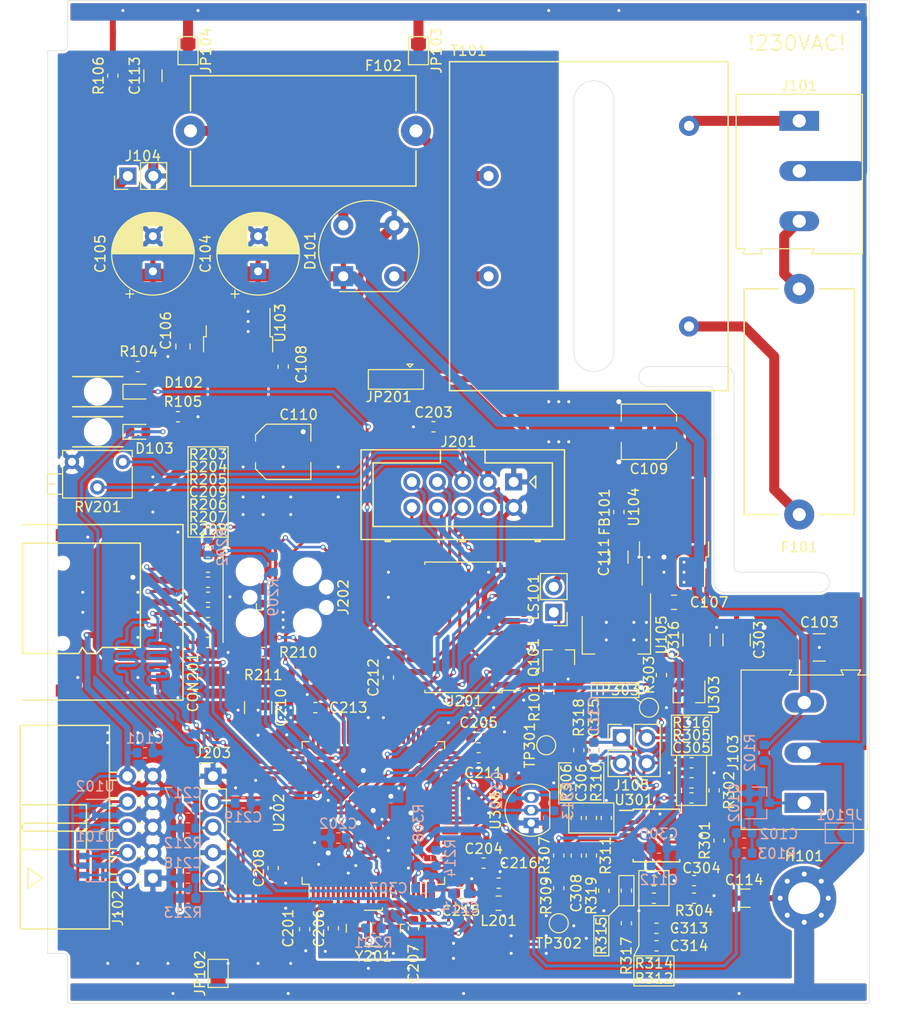
<source format=kicad_pcb>
(kicad_pcb (version 20171130) (host pcbnew 5.1.5)

  (general
    (thickness 1.6)
    (drawings 90)
    (tracks 1774)
    (zones 0)
    (modules 128)
    (nets 135)
  )

  (page A4)
  (layers
    (0 F.Cu signal)
    (31 B.Cu signal)
    (32 B.Adhes user)
    (33 F.Adhes user)
    (34 B.Paste user)
    (35 F.Paste user)
    (36 B.SilkS user)
    (37 F.SilkS user)
    (38 B.Mask user)
    (39 F.Mask user)
    (40 Dwgs.User user)
    (41 Cmts.User user)
    (42 Eco1.User user)
    (43 Eco2.User user)
    (44 Edge.Cuts user)
    (45 Margin user)
    (46 B.CrtYd user)
    (47 F.CrtYd user)
    (48 B.Fab user hide)
    (49 F.Fab user hide)
  )

  (setup
    (last_trace_width 0.3)
    (user_trace_width 0.3)
    (user_trace_width 0.4)
    (user_trace_width 0.6)
    (user_trace_width 1)
    (user_trace_width 2)
    (trace_clearance 0.2)
    (zone_clearance 0.25)
    (zone_45_only no)
    (trace_min 0.21)
    (via_size 0.5)
    (via_drill 0.3)
    (via_min_size 0.4)
    (via_min_drill 0.3)
    (user_via 0.9 0.5)
    (uvia_size 0.3)
    (uvia_drill 0.1)
    (uvias_allowed no)
    (uvia_min_size 0.2)
    (uvia_min_drill 0.1)
    (edge_width 0.05)
    (segment_width 0.2)
    (pcb_text_width 0.3)
    (pcb_text_size 1.5 1.5)
    (mod_edge_width 0.12)
    (mod_text_size 1 1)
    (mod_text_width 0.15)
    (pad_size 0.7874 0.7874)
    (pad_drill 0)
    (pad_to_mask_clearance 0.051)
    (solder_mask_min_width 0.25)
    (aux_axis_origin 13 13)
    (grid_origin 13 13)
    (visible_elements FFFFFF7F)
    (pcbplotparams
      (layerselection 0x010fc_ffffffff)
      (usegerberextensions true)
      (usegerberattributes false)
      (usegerberadvancedattributes false)
      (creategerberjobfile true)
      (excludeedgelayer true)
      (linewidth 0.100000)
      (plotframeref false)
      (viasonmask true)
      (mode 1)
      (useauxorigin false)
      (hpglpennumber 1)
      (hpglpenspeed 20)
      (hpglpendiameter 15.000000)
      (psnegative false)
      (psa4output false)
      (plotreference true)
      (plotvalue true)
      (plotinvisibletext false)
      (padsonsilk false)
      (subtractmaskfromsilk false)
      (outputformat 1)
      (mirror false)
      (drillshape 0)
      (scaleselection 1)
      (outputdirectory "gerber/"))
  )

  (net 0 "")
  (net 1 Earth)
  (net 2 GND)
  (net 3 +8V)
  (net 4 +3V3)
  (net 5 +5V)
  (net 6 /Controller/ENC1)
  (net 7 /Controller/ENC2)
  (net 8 /Controller/VREF)
  (net 9 /Controller/SW1)
  (net 10 /Frontend/FORCE+)
  (net 11 /Frontend/FORCE-)
  (net 12 /Frontend/SENS+)
  (net 13 /Frontend/SENS-)
  (net 14 /Controller/SDIO_D1)
  (net 15 /Controller/SDIO_D0)
  (net 16 /Controller/SDIO_CLK)
  (net 17 /Controller/SDIO_CMD)
  (net 18 /Controller/SDIO_D3)
  (net 19 /Controller/SDIO_D2)
  (net 20 "Net-(D102-Pad1)")
  (net 21 /Controller/TEMP_IN)
  (net 22 /L_Trafo)
  (net 23 /L_IN)
  (net 24 /N_IN)
  (net 25 /DIGIO3)
  (net 26 /DIGIO2)
  (net 27 /DIGIO1)
  (net 28 /DIGIO0)
  (net 29 /Controller/SWDIO)
  (net 30 /Controller/SWCLK)
  (net 31 /Controller/PC_RX)
  (net 32 /Controller/PC_TX)
  (net 33 /Controller/~RST)
  (net 34 "Net-(LS101-Pad1)")
  (net 35 /Controller/LCD_VO)
  (net 36 /Controller/LCD_RS)
  (net 37 /Controller/LCD_EN)
  (net 38 /Controller/LCD_D3)
  (net 39 /Controller/LCD_D0)
  (net 40 /Controller/LCD_D2)
  (net 41 /Controller/LCD_D1)
  (net 42 /Controller/FRONTEND_TEMP)
  (net 43 /OUT0)
  (net 44 /OUT3)
  (net 45 /OUT2)
  (net 46 /OUT1)
  (net 47 /Controller/VDDA)
  (net 48 +5VL)
  (net 49 /Controller/CARD_DETECT)
  (net 50 "Net-(C102-Pad2)")
  (net 51 "Net-(C306-Pad1)")
  (net 52 "Net-(C313-Pad1)")
  (net 53 "Net-(D101-Pad4)")
  (net 54 "Net-(D101-Pad2)")
  (net 55 "Net-(D103-Pad1)")
  (net 56 "Net-(F102-Pad2)")
  (net 57 "Net-(J103-Pad1)")
  (net 58 "Net-(Q101-Pad1)")
  (net 59 +3.3VA)
  (net 60 /Controller/NSS)
  (net 61 /Controller/SCK)
  (net 62 /Controller/MISO)
  (net 63 "Net-(C206-Pad1)")
  (net 64 "Net-(C207-Pad1)")
  (net 65 "Net-(C211-Pad1)")
  (net 66 "Net-(C212-Pad2)")
  (net 67 "Net-(C213-Pad1)")
  (net 68 "Net-(C304-Pad2)")
  (net 69 "Net-(C304-Pad1)")
  (net 70 "Net-(C305-Pad2)")
  (net 71 "Net-(C305-Pad1)")
  (net 72 "Net-(C308-Pad2)")
  (net 73 "Net-(C308-Pad1)")
  (net 74 "Net-(J202-Pad5)")
  (net 75 "Net-(J202-Pad6)")
  (net 76 "Net-(J202-Pad8)")
  (net 77 "Net-(R311-Pad1)")
  (net 78 "Net-(R314-Pad2)")
  (net 79 "Net-(U201-Pad2)")
  (net 80 "Net-(U201-Pad4)")
  (net 81 "Net-(U201-Pad6)")
  (net 82 "Net-(U201-Pad7)")
  (net 83 "Net-(U201-Pad8)")
  (net 84 "Net-(U201-Pad9)")
  (net 85 "Net-(U201-Pad15)")
  (net 86 "Net-(U201-Pad17)")
  (net 87 "Net-(U202-Pad2)")
  (net 88 "Net-(U202-Pad3)")
  (net 89 "Net-(U202-Pad4)")
  (net 90 "Net-(U202-Pad5)")
  (net 91 "Net-(U202-Pad7)")
  (net 92 "Net-(U202-Pad8)")
  (net 93 "Net-(U202-Pad9)")
  (net 94 "Net-(U202-Pad15)")
  (net 95 "Net-(U202-Pad16)")
  (net 96 "Net-(U202-Pad17)")
  (net 97 "Net-(U202-Pad18)")
  (net 98 "Net-(U202-Pad26)")
  (net 99 "Net-(U202-Pad29)")
  (net 100 "Net-(U202-Pad32)")
  (net 101 "Net-(U202-Pad33)")
  (net 102 "Net-(U202-Pad34)")
  (net 103 "Net-(U202-Pad38)")
  (net 104 "Net-(U202-Pad39)")
  (net 105 "Net-(U202-Pad40)")
  (net 106 "Net-(U202-Pad41)")
  (net 107 "Net-(U202-Pad42)")
  (net 108 "Net-(U202-Pad43)")
  (net 109 "Net-(U202-Pad44)")
  (net 110 "Net-(U202-Pad45)")
  (net 111 "Net-(U202-Pad46)")
  (net 112 "Net-(U202-Pad51)")
  (net 113 "Net-(U202-Pad52)")
  (net 114 "Net-(U202-Pad53)")
  (net 115 "Net-(U202-Pad54)")
  (net 116 "Net-(U202-Pad59)")
  (net 117 "Net-(U202-Pad60)")
  (net 118 "Net-(U202-Pad61)")
  (net 119 "Net-(U202-Pad62)")
  (net 120 "Net-(U202-Pad63)")
  (net 121 "Net-(U202-Pad64)")
  (net 122 "Net-(U202-Pad70)")
  (net 123 "Net-(U202-Pad71)")
  (net 124 "Net-(U202-Pad77)")
  (net 125 "Net-(U202-Pad81)")
  (net 126 "Net-(U202-Pad82)")
  (net 127 "Net-(U202-Pad84)")
  (net 128 "Net-(U202-Pad86)")
  (net 129 "Net-(U202-Pad95)")
  (net 130 "Net-(U202-Pad96)")
  (net 131 "Net-(U202-Pad97)")
  (net 132 "Net-(U202-Pad98)")
  (net 133 "Net-(R319-Pad1)")
  (net 134 /Frontend/VREF_OP)

  (net_class Default "This is the default net class."
    (clearance 0.2)
    (trace_width 0.25)
    (via_dia 0.5)
    (via_drill 0.3)
    (uvia_dia 0.3)
    (uvia_drill 0.1)
    (diff_pair_width 0.21)
    (diff_pair_gap 0.25)
    (add_net +3.3VA)
    (add_net +3V3)
    (add_net +5V)
    (add_net +5VL)
    (add_net +8V)
    (add_net /Controller/CARD_DETECT)
    (add_net /Controller/ENC1)
    (add_net /Controller/ENC2)
    (add_net /Controller/FRONTEND_TEMP)
    (add_net /Controller/LCD_D0)
    (add_net /Controller/LCD_D1)
    (add_net /Controller/LCD_D2)
    (add_net /Controller/LCD_D3)
    (add_net /Controller/LCD_EN)
    (add_net /Controller/LCD_RS)
    (add_net /Controller/LCD_VO)
    (add_net /Controller/MISO)
    (add_net /Controller/NSS)
    (add_net /Controller/PC_RX)
    (add_net /Controller/PC_TX)
    (add_net /Controller/SCK)
    (add_net /Controller/SDIO_CLK)
    (add_net /Controller/SDIO_CMD)
    (add_net /Controller/SDIO_D0)
    (add_net /Controller/SDIO_D1)
    (add_net /Controller/SDIO_D2)
    (add_net /Controller/SDIO_D3)
    (add_net /Controller/SW1)
    (add_net /Controller/SWCLK)
    (add_net /Controller/SWDIO)
    (add_net /Controller/TEMP_IN)
    (add_net /Controller/VDDA)
    (add_net /Controller/VREF)
    (add_net /Controller/~RST)
    (add_net /DIGIO0)
    (add_net /DIGIO1)
    (add_net /DIGIO2)
    (add_net /DIGIO3)
    (add_net /Frontend/FORCE+)
    (add_net /Frontend/FORCE-)
    (add_net /Frontend/SENS+)
    (add_net /Frontend/SENS-)
    (add_net /Frontend/VREF_OP)
    (add_net /OUT0)
    (add_net /OUT1)
    (add_net /OUT2)
    (add_net /OUT3)
    (add_net Earth)
    (add_net GND)
    (add_net "Net-(C102-Pad2)")
    (add_net "Net-(C206-Pad1)")
    (add_net "Net-(C207-Pad1)")
    (add_net "Net-(C211-Pad1)")
    (add_net "Net-(C212-Pad2)")
    (add_net "Net-(C213-Pad1)")
    (add_net "Net-(C304-Pad1)")
    (add_net "Net-(C304-Pad2)")
    (add_net "Net-(C305-Pad1)")
    (add_net "Net-(C305-Pad2)")
    (add_net "Net-(C306-Pad1)")
    (add_net "Net-(C308-Pad1)")
    (add_net "Net-(C308-Pad2)")
    (add_net "Net-(C313-Pad1)")
    (add_net "Net-(D101-Pad2)")
    (add_net "Net-(D101-Pad4)")
    (add_net "Net-(D102-Pad1)")
    (add_net "Net-(D103-Pad1)")
    (add_net "Net-(F102-Pad2)")
    (add_net "Net-(J103-Pad1)")
    (add_net "Net-(J202-Pad5)")
    (add_net "Net-(J202-Pad6)")
    (add_net "Net-(J202-Pad8)")
    (add_net "Net-(LS101-Pad1)")
    (add_net "Net-(Q101-Pad1)")
    (add_net "Net-(R311-Pad1)")
    (add_net "Net-(R314-Pad2)")
    (add_net "Net-(R319-Pad1)")
    (add_net "Net-(U201-Pad15)")
    (add_net "Net-(U201-Pad17)")
    (add_net "Net-(U201-Pad2)")
    (add_net "Net-(U201-Pad4)")
    (add_net "Net-(U201-Pad6)")
    (add_net "Net-(U201-Pad7)")
    (add_net "Net-(U201-Pad8)")
    (add_net "Net-(U201-Pad9)")
    (add_net "Net-(U202-Pad15)")
    (add_net "Net-(U202-Pad16)")
    (add_net "Net-(U202-Pad17)")
    (add_net "Net-(U202-Pad18)")
    (add_net "Net-(U202-Pad2)")
    (add_net "Net-(U202-Pad26)")
    (add_net "Net-(U202-Pad29)")
    (add_net "Net-(U202-Pad3)")
    (add_net "Net-(U202-Pad32)")
    (add_net "Net-(U202-Pad33)")
    (add_net "Net-(U202-Pad34)")
    (add_net "Net-(U202-Pad38)")
    (add_net "Net-(U202-Pad39)")
    (add_net "Net-(U202-Pad4)")
    (add_net "Net-(U202-Pad40)")
    (add_net "Net-(U202-Pad41)")
    (add_net "Net-(U202-Pad42)")
    (add_net "Net-(U202-Pad43)")
    (add_net "Net-(U202-Pad44)")
    (add_net "Net-(U202-Pad45)")
    (add_net "Net-(U202-Pad46)")
    (add_net "Net-(U202-Pad5)")
    (add_net "Net-(U202-Pad51)")
    (add_net "Net-(U202-Pad52)")
    (add_net "Net-(U202-Pad53)")
    (add_net "Net-(U202-Pad54)")
    (add_net "Net-(U202-Pad59)")
    (add_net "Net-(U202-Pad60)")
    (add_net "Net-(U202-Pad61)")
    (add_net "Net-(U202-Pad62)")
    (add_net "Net-(U202-Pad63)")
    (add_net "Net-(U202-Pad64)")
    (add_net "Net-(U202-Pad7)")
    (add_net "Net-(U202-Pad70)")
    (add_net "Net-(U202-Pad71)")
    (add_net "Net-(U202-Pad77)")
    (add_net "Net-(U202-Pad8)")
    (add_net "Net-(U202-Pad81)")
    (add_net "Net-(U202-Pad82)")
    (add_net "Net-(U202-Pad84)")
    (add_net "Net-(U202-Pad86)")
    (add_net "Net-(U202-Pad9)")
    (add_net "Net-(U202-Pad95)")
    (add_net "Net-(U202-Pad96)")
    (add_net "Net-(U202-Pad97)")
    (add_net "Net-(U202-Pad98)")
  )

  (net_class HV ""
    (clearance 2.55)
    (trace_width 1)
    (via_dia 0.5)
    (via_drill 0.3)
    (uvia_dia 0.3)
    (uvia_drill 0.1)
    (diff_pair_width 0.21)
    (diff_pair_gap 0.25)
    (add_net /L_IN)
    (add_net /L_Trafo)
    (add_net /N_IN)
  )

  (module TestPoint:TestPoint_Pad_D1.5mm (layer F.Cu) (tedit 5A0F774F) (tstamp 5E3FC308)
    (at 76 83.5)
    (descr "SMD pad as test Point, diameter 1.5mm")
    (tags "test point SMD pad")
    (path /5D8C5188/5E4680D7)
    (attr virtual)
    (fp_text reference TP303 (at -3.25 -1.75) (layer F.SilkS)
      (effects (font (size 1 1) (thickness 0.15)))
    )
    (fp_text value IBIAS (at 0 1.75) (layer F.Fab)
      (effects (font (size 1 1) (thickness 0.15)))
    )
    (fp_circle (center 0 0) (end 0 0.95) (layer F.SilkS) (width 0.12))
    (fp_circle (center 0 0) (end 1.25 0) (layer F.CrtYd) (width 0.05))
    (fp_text user %R (at 0 -1.65) (layer F.Fab)
      (effects (font (size 1 1) (thickness 0.15)))
    )
    (pad 1 smd circle (at 0 0) (size 1.5 1.5) (layers F.Cu F.Mask)
      (net 11 /Frontend/FORCE-))
  )

  (module TestPoint:TestPoint_Pad_D1.5mm (layer F.Cu) (tedit 5A0F774F) (tstamp 5E3F8ABB)
    (at 67 105)
    (descr "SMD pad as test Point, diameter 1.5mm")
    (tags "test point SMD pad")
    (path /5D8C5188/5E42D334)
    (attr virtual)
    (fp_text reference TP302 (at 0 2) (layer F.SilkS)
      (effects (font (size 1 1) (thickness 0.15)))
    )
    (fp_text value TEMP_OUT (at 0 1.75) (layer F.Fab)
      (effects (font (size 1 1) (thickness 0.15)))
    )
    (fp_circle (center 0 0) (end 0 0.95) (layer F.SilkS) (width 0.12))
    (fp_circle (center 0 0) (end 1.25 0) (layer F.CrtYd) (width 0.05))
    (fp_text user %R (at 0 -1.65) (layer F.Fab)
      (effects (font (size 1 1) (thickness 0.15)))
    )
    (pad 1 smd circle (at 0 0) (size 1.5 1.5) (layers F.Cu F.Mask)
      (net 21 /Controller/TEMP_IN))
  )

  (module TestPoint:TestPoint_Pad_D1.5mm (layer F.Cu) (tedit 5A0F774F) (tstamp 5E3F8AB3)
    (at 65.75 87.25 90)
    (descr "SMD pad as test Point, diameter 1.5mm")
    (tags "test point SMD pad")
    (path /5D8C5188/5E43ED77)
    (attr virtual)
    (fp_text reference TP301 (at 0 -1.648 90) (layer F.SilkS)
      (effects (font (size 1 1) (thickness 0.15)))
    )
    (fp_text value VREF (at 0 1.75 90) (layer F.Fab)
      (effects (font (size 1 1) (thickness 0.15)))
    )
    (fp_circle (center 0 0) (end 0 0.95) (layer F.SilkS) (width 0.12))
    (fp_circle (center 0 0) (end 1.25 0) (layer F.CrtYd) (width 0.05))
    (fp_text user %R (at 0 -1.65 90) (layer F.Fab)
      (effects (font (size 1 1) (thickness 0.15)))
    )
    (pad 1 smd circle (at 0 0 90) (size 1.5 1.5) (layers F.Cu F.Mask)
      (net 134 /Frontend/VREF_OP))
  )

  (module Resistor_SMD:R_0603_1608Metric (layer F.Cu) (tedit 5B301BBD) (tstamp 5E3D9AE4)
    (at 71.5 101.75 270)
    (descr "Resistor SMD 0603 (1608 Metric), square (rectangular) end terminal, IPC_7351 nominal, (Body size source: http://www.tortai-tech.com/upload/download/2011102023233369053.pdf), generated with kicad-footprint-generator")
    (tags resistor)
    (path /5D8C5188/5E6300E3)
    (attr smd)
    (fp_text reference R319 (at 0.5 1.25 90) (layer F.SilkS)
      (effects (font (size 1 1) (thickness 0.15)))
    )
    (fp_text value 100 (at 0 1.43 90) (layer F.Fab)
      (effects (font (size 1 1) (thickness 0.15)))
    )
    (fp_text user %R (at 0 0 90) (layer F.Fab)
      (effects (font (size 0.4 0.4) (thickness 0.06)))
    )
    (fp_line (start 1.48 0.73) (end -1.48 0.73) (layer F.CrtYd) (width 0.05))
    (fp_line (start 1.48 -0.73) (end 1.48 0.73) (layer F.CrtYd) (width 0.05))
    (fp_line (start -1.48 -0.73) (end 1.48 -0.73) (layer F.CrtYd) (width 0.05))
    (fp_line (start -1.48 0.73) (end -1.48 -0.73) (layer F.CrtYd) (width 0.05))
    (fp_line (start -0.162779 0.51) (end 0.162779 0.51) (layer F.SilkS) (width 0.12))
    (fp_line (start -0.162779 -0.51) (end 0.162779 -0.51) (layer F.SilkS) (width 0.12))
    (fp_line (start 0.8 0.4) (end -0.8 0.4) (layer F.Fab) (width 0.1))
    (fp_line (start 0.8 -0.4) (end 0.8 0.4) (layer F.Fab) (width 0.1))
    (fp_line (start -0.8 -0.4) (end 0.8 -0.4) (layer F.Fab) (width 0.1))
    (fp_line (start -0.8 0.4) (end -0.8 -0.4) (layer F.Fab) (width 0.1))
    (pad 2 smd roundrect (at 0.7875 0 270) (size 0.875 0.95) (layers F.Cu F.Paste F.Mask) (roundrect_rratio 0.25)
      (net 78 "Net-(R314-Pad2)"))
    (pad 1 smd roundrect (at -0.7875 0 270) (size 0.875 0.95) (layers F.Cu F.Paste F.Mask) (roundrect_rratio 0.25)
      (net 133 "Net-(R319-Pad1)"))
    (model ${KISYS3DMOD}/Resistor_SMD.3dshapes/R_0603_1608Metric.wrl
      (at (xyz 0 0 0))
      (scale (xyz 1 1 1))
      (rotate (xyz 0 0 0))
    )
  )

  (module Package_TO_SOT_SMD:SOT-23 (layer F.Cu) (tedit 5A02FF57) (tstamp 5E3C9052)
    (at 80 82.25 270)
    (descr "SOT-23, Standard")
    (tags SOT-23)
    (path /5D8C5188/5E5592F3)
    (attr smd)
    (fp_text reference U303 (at 0 -2.5 90) (layer F.SilkS)
      (effects (font (size 1 1) (thickness 0.15)))
    )
    (fp_text value TL431LI-DBZ (at 0 2.5 90) (layer F.Fab)
      (effects (font (size 1 1) (thickness 0.15)))
    )
    (fp_line (start 0.76 1.58) (end -0.7 1.58) (layer F.SilkS) (width 0.12))
    (fp_line (start 0.76 -1.58) (end -1.4 -1.58) (layer F.SilkS) (width 0.12))
    (fp_line (start -1.7 1.75) (end -1.7 -1.75) (layer F.CrtYd) (width 0.05))
    (fp_line (start 1.7 1.75) (end -1.7 1.75) (layer F.CrtYd) (width 0.05))
    (fp_line (start 1.7 -1.75) (end 1.7 1.75) (layer F.CrtYd) (width 0.05))
    (fp_line (start -1.7 -1.75) (end 1.7 -1.75) (layer F.CrtYd) (width 0.05))
    (fp_line (start 0.76 -1.58) (end 0.76 -0.65) (layer F.SilkS) (width 0.12))
    (fp_line (start 0.76 1.58) (end 0.76 0.65) (layer F.SilkS) (width 0.12))
    (fp_line (start -0.7 1.52) (end 0.7 1.52) (layer F.Fab) (width 0.1))
    (fp_line (start 0.7 -1.52) (end 0.7 1.52) (layer F.Fab) (width 0.1))
    (fp_line (start -0.7 -0.95) (end -0.15 -1.52) (layer F.Fab) (width 0.1))
    (fp_line (start -0.15 -1.52) (end 0.7 -1.52) (layer F.Fab) (width 0.1))
    (fp_line (start -0.7 -0.95) (end -0.7 1.5) (layer F.Fab) (width 0.1))
    (fp_text user %R (at 0 0) (layer F.Fab)
      (effects (font (size 0.5 0.5) (thickness 0.075)))
    )
    (pad 3 smd rect (at 1 0 270) (size 0.9 0.8) (layers F.Cu F.Paste F.Mask)
      (net 2 GND))
    (pad 2 smd rect (at -1 0.95 270) (size 0.9 0.8) (layers F.Cu F.Paste F.Mask)
      (net 134 /Frontend/VREF_OP))
    (pad 1 smd rect (at -1 -0.95 270) (size 0.9 0.8) (layers F.Cu F.Paste F.Mask)
      (net 134 /Frontend/VREF_OP))
    (model ${KISYS3DMOD}/Package_TO_SOT_SMD.3dshapes/SOT-23.wrl
      (at (xyz 0 0 0))
      (scale (xyz 1 1 1))
      (rotate (xyz 0 0 0))
    )
  )

  (module Package_SO:TSSOP-14_4.4x5mm_P0.65mm (layer F.Cu) (tedit 5A02F25C) (tstamp 5E3C903D)
    (at 76.75 96.25)
    (descr "14-Lead Plastic Thin Shrink Small Outline (ST)-4.4 mm Body [TSSOP] (see Microchip Packaging Specification 00000049BS.pdf)")
    (tags "SSOP 0.65")
    (path /5D8C5188/5E3F0A96)
    (attr smd)
    (fp_text reference U301 (at -2.25 -3.55) (layer F.SilkS)
      (effects (font (size 1 1) (thickness 0.15)))
    )
    (fp_text value MCP6V34 (at 0 3.55) (layer F.Fab)
      (effects (font (size 1 1) (thickness 0.15)))
    )
    (fp_text user %R (at 0 0) (layer F.Fab)
      (effects (font (size 0.8 0.8) (thickness 0.15)))
    )
    (fp_line (start -2.325 -2.5) (end -3.675 -2.5) (layer F.SilkS) (width 0.15))
    (fp_line (start -2.325 2.625) (end 2.325 2.625) (layer F.SilkS) (width 0.15))
    (fp_line (start -2.325 -2.625) (end 2.325 -2.625) (layer F.SilkS) (width 0.15))
    (fp_line (start -2.325 2.625) (end -2.325 2.4) (layer F.SilkS) (width 0.15))
    (fp_line (start 2.325 2.625) (end 2.325 2.4) (layer F.SilkS) (width 0.15))
    (fp_line (start 2.325 -2.625) (end 2.325 -2.4) (layer F.SilkS) (width 0.15))
    (fp_line (start -2.325 -2.625) (end -2.325 -2.5) (layer F.SilkS) (width 0.15))
    (fp_line (start -3.95 2.8) (end 3.95 2.8) (layer F.CrtYd) (width 0.05))
    (fp_line (start -3.95 -2.8) (end 3.95 -2.8) (layer F.CrtYd) (width 0.05))
    (fp_line (start 3.95 -2.8) (end 3.95 2.8) (layer F.CrtYd) (width 0.05))
    (fp_line (start -3.95 -2.8) (end -3.95 2.8) (layer F.CrtYd) (width 0.05))
    (fp_line (start -2.2 -1.5) (end -1.2 -2.5) (layer F.Fab) (width 0.15))
    (fp_line (start -2.2 2.5) (end -2.2 -1.5) (layer F.Fab) (width 0.15))
    (fp_line (start 2.2 2.5) (end -2.2 2.5) (layer F.Fab) (width 0.15))
    (fp_line (start 2.2 -2.5) (end 2.2 2.5) (layer F.Fab) (width 0.15))
    (fp_line (start -1.2 -2.5) (end 2.2 -2.5) (layer F.Fab) (width 0.15))
    (pad 14 smd rect (at 2.95 -1.95) (size 1.45 0.45) (layers F.Cu F.Paste F.Mask)
      (net 71 "Net-(C305-Pad1)"))
    (pad 13 smd rect (at 2.95 -1.3) (size 1.45 0.45) (layers F.Cu F.Paste F.Mask)
      (net 70 "Net-(C305-Pad2)"))
    (pad 12 smd rect (at 2.95 -0.65) (size 1.45 0.45) (layers F.Cu F.Paste F.Mask)
      (net 12 /Frontend/SENS+))
    (pad 11 smd rect (at 2.95 0) (size 1.45 0.45) (layers F.Cu F.Paste F.Mask)
      (net 2 GND))
    (pad 10 smd rect (at 2.95 0.65) (size 1.45 0.45) (layers F.Cu F.Paste F.Mask)
      (net 13 /Frontend/SENS-))
    (pad 9 smd rect (at 2.95 1.3) (size 1.45 0.45) (layers F.Cu F.Paste F.Mask)
      (net 68 "Net-(C304-Pad2)"))
    (pad 8 smd rect (at 2.95 1.95) (size 1.45 0.45) (layers F.Cu F.Paste F.Mask)
      (net 69 "Net-(C304-Pad1)"))
    (pad 7 smd rect (at -2.95 1.95) (size 1.45 0.45) (layers F.Cu F.Paste F.Mask)
      (net 133 "Net-(R319-Pad1)"))
    (pad 6 smd rect (at -2.95 1.3) (size 1.45 0.45) (layers F.Cu F.Paste F.Mask)
      (net 77 "Net-(R311-Pad1)"))
    (pad 5 smd rect (at -2.95 0.65) (size 1.45 0.45) (layers F.Cu F.Paste F.Mask)
      (net 73 "Net-(C308-Pad1)"))
    (pad 4 smd rect (at -2.95 0) (size 1.45 0.45) (layers F.Cu F.Paste F.Mask)
      (net 59 +3.3VA))
    (pad 3 smd rect (at -2.95 -0.65) (size 1.45 0.45) (layers F.Cu F.Paste F.Mask)
      (net 51 "Net-(C306-Pad1)"))
    (pad 2 smd rect (at -2.95 -1.3) (size 1.45 0.45) (layers F.Cu F.Paste F.Mask)
      (net 11 /Frontend/FORCE-))
    (pad 1 smd rect (at -2.95 -1.95) (size 1.45 0.45) (layers F.Cu F.Paste F.Mask)
      (net 10 /Frontend/FORCE+))
    (model ${KISYS3DMOD}/Package_SO.3dshapes/TSSOP-14_4.4x5mm_P0.65mm.wrl
      (at (xyz 0 0 0))
      (scale (xyz 1 1 1))
      (rotate (xyz 0 0 0))
    )
  )

  (module Resistor_SMD:R_0603_1608Metric (layer F.Cu) (tedit 5B301BBD) (tstamp 5E3C8D0C)
    (at 80.25 89)
    (descr "Resistor SMD 0603 (1608 Metric), square (rectangular) end terminal, IPC_7351 nominal, (Body size source: http://www.tortai-tech.com/upload/download/2011102023233369053.pdf), generated with kicad-footprint-generator")
    (tags resistor)
    (path /5D8C5188/5D90BA7B)
    (attr smd)
    (fp_text reference R316 (at 0 -4) (layer F.SilkS)
      (effects (font (size 1 1) (thickness 0.15)))
    )
    (fp_text value "1k 0.1%" (at 0 1.43) (layer F.Fab)
      (effects (font (size 1 1) (thickness 0.15)))
    )
    (fp_text user %R (at 0 0) (layer F.Fab)
      (effects (font (size 0.4 0.4) (thickness 0.06)))
    )
    (fp_line (start 1.48 0.73) (end -1.48 0.73) (layer F.CrtYd) (width 0.05))
    (fp_line (start 1.48 -0.73) (end 1.48 0.73) (layer F.CrtYd) (width 0.05))
    (fp_line (start -1.48 -0.73) (end 1.48 -0.73) (layer F.CrtYd) (width 0.05))
    (fp_line (start -1.48 0.73) (end -1.48 -0.73) (layer F.CrtYd) (width 0.05))
    (fp_line (start -0.162779 0.51) (end 0.162779 0.51) (layer F.SilkS) (width 0.12))
    (fp_line (start -0.162779 -0.51) (end 0.162779 -0.51) (layer F.SilkS) (width 0.12))
    (fp_line (start 0.8 0.4) (end -0.8 0.4) (layer F.Fab) (width 0.1))
    (fp_line (start 0.8 -0.4) (end 0.8 0.4) (layer F.Fab) (width 0.1))
    (fp_line (start -0.8 -0.4) (end 0.8 -0.4) (layer F.Fab) (width 0.1))
    (fp_line (start -0.8 0.4) (end -0.8 -0.4) (layer F.Fab) (width 0.1))
    (pad 2 smd roundrect (at 0.7875 0) (size 0.875 0.95) (layers F.Cu F.Paste F.Mask) (roundrect_rratio 0.25)
      (net 2 GND))
    (pad 1 smd roundrect (at -0.7875 0) (size 0.875 0.95) (layers F.Cu F.Paste F.Mask) (roundrect_rratio 0.25)
      (net 11 /Frontend/FORCE-))
    (model ${KISYS3DMOD}/Resistor_SMD.3dshapes/R_0603_1608Metric.wrl
      (at (xyz 0 0 0))
      (scale (xyz 1 1 1))
      (rotate (xyz 0 0 0))
    )
  )

  (module Resistor_SMD:R_0603_1608Metric (layer F.Cu) (tedit 5B301BBD) (tstamp 5E3C8CDB)
    (at 76.5 100.75 180)
    (descr "Resistor SMD 0603 (1608 Metric), square (rectangular) end terminal, IPC_7351 nominal, (Body size source: http://www.tortai-tech.com/upload/download/2011102023233369053.pdf), generated with kicad-footprint-generator")
    (tags resistor)
    (path /5D8C5188/5E3A5DAA)
    (attr smd)
    (fp_text reference R314 (at 0 -8.25) (layer F.SilkS)
      (effects (font (size 1 1) (thickness 0.15)))
    )
    (fp_text value "5k 0.1%" (at 0 1.43) (layer F.Fab)
      (effects (font (size 1 1) (thickness 0.15)))
    )
    (fp_text user %R (at 0 0) (layer F.Fab)
      (effects (font (size 0.4 0.4) (thickness 0.06)))
    )
    (fp_line (start 1.48 0.73) (end -1.48 0.73) (layer F.CrtYd) (width 0.05))
    (fp_line (start 1.48 -0.73) (end 1.48 0.73) (layer F.CrtYd) (width 0.05))
    (fp_line (start -1.48 -0.73) (end 1.48 -0.73) (layer F.CrtYd) (width 0.05))
    (fp_line (start -1.48 0.73) (end -1.48 -0.73) (layer F.CrtYd) (width 0.05))
    (fp_line (start -0.162779 0.51) (end 0.162779 0.51) (layer F.SilkS) (width 0.12))
    (fp_line (start -0.162779 -0.51) (end 0.162779 -0.51) (layer F.SilkS) (width 0.12))
    (fp_line (start 0.8 0.4) (end -0.8 0.4) (layer F.Fab) (width 0.1))
    (fp_line (start 0.8 -0.4) (end 0.8 0.4) (layer F.Fab) (width 0.1))
    (fp_line (start -0.8 -0.4) (end 0.8 -0.4) (layer F.Fab) (width 0.1))
    (fp_line (start -0.8 0.4) (end -0.8 -0.4) (layer F.Fab) (width 0.1))
    (pad 2 smd roundrect (at 0.7875 0 180) (size 0.875 0.95) (layers F.Cu F.Paste F.Mask) (roundrect_rratio 0.25)
      (net 78 "Net-(R314-Pad2)"))
    (pad 1 smd roundrect (at -0.7875 0 180) (size 0.875 0.95) (layers F.Cu F.Paste F.Mask) (roundrect_rratio 0.25)
      (net 77 "Net-(R311-Pad1)"))
    (model ${KISYS3DMOD}/Resistor_SMD.3dshapes/R_0603_1608Metric.wrl
      (at (xyz 0 0 0))
      (scale (xyz 1 1 1))
      (rotate (xyz 0 0 0))
    )
  )

  (module Resistor_SMD:R_0603_1608Metric (layer F.Cu) (tedit 5B301BBD) (tstamp 5E3C8CAA)
    (at 76.5 102.5)
    (descr "Resistor SMD 0603 (1608 Metric), square (rectangular) end terminal, IPC_7351 nominal, (Body size source: http://www.tortai-tech.com/upload/download/2011102023233369053.pdf), generated with kicad-footprint-generator")
    (tags resistor)
    (path /5D8C5188/5E381FD9)
    (attr smd)
    (fp_text reference R312 (at 0 8) (layer F.SilkS)
      (effects (font (size 1 1) (thickness 0.15)))
    )
    (fp_text value "1k 0.1%" (at 0 1.43) (layer F.Fab)
      (effects (font (size 1 1) (thickness 0.15)))
    )
    (fp_text user %R (at 0 0) (layer F.Fab)
      (effects (font (size 0.4 0.4) (thickness 0.06)))
    )
    (fp_line (start 1.48 0.73) (end -1.48 0.73) (layer F.CrtYd) (width 0.05))
    (fp_line (start 1.48 -0.73) (end 1.48 0.73) (layer F.CrtYd) (width 0.05))
    (fp_line (start -1.48 -0.73) (end 1.48 -0.73) (layer F.CrtYd) (width 0.05))
    (fp_line (start -1.48 0.73) (end -1.48 -0.73) (layer F.CrtYd) (width 0.05))
    (fp_line (start -0.162779 0.51) (end 0.162779 0.51) (layer F.SilkS) (width 0.12))
    (fp_line (start -0.162779 -0.51) (end 0.162779 -0.51) (layer F.SilkS) (width 0.12))
    (fp_line (start 0.8 0.4) (end -0.8 0.4) (layer F.Fab) (width 0.1))
    (fp_line (start 0.8 -0.4) (end 0.8 0.4) (layer F.Fab) (width 0.1))
    (fp_line (start -0.8 -0.4) (end 0.8 -0.4) (layer F.Fab) (width 0.1))
    (fp_line (start -0.8 0.4) (end -0.8 -0.4) (layer F.Fab) (width 0.1))
    (pad 2 smd roundrect (at 0.7875 0) (size 0.875 0.95) (layers F.Cu F.Paste F.Mask) (roundrect_rratio 0.25)
      (net 77 "Net-(R311-Pad1)"))
    (pad 1 smd roundrect (at -0.7875 0) (size 0.875 0.95) (layers F.Cu F.Paste F.Mask) (roundrect_rratio 0.25)
      (net 69 "Net-(C304-Pad1)"))
    (model ${KISYS3DMOD}/Resistor_SMD.3dshapes/R_0603_1608Metric.wrl
      (at (xyz 0 0 0))
      (scale (xyz 1 1 1))
      (rotate (xyz 0 0 0))
    )
  )

  (module Resistor_SMD:R_0603_1608Metric (layer F.Cu) (tedit 5B301BBD) (tstamp 5E3C8C99)
    (at 70.25 98.25 270)
    (descr "Resistor SMD 0603 (1608 Metric), square (rectangular) end terminal, IPC_7351 nominal, (Body size source: http://www.tortai-tech.com/upload/download/2011102023233369053.pdf), generated with kicad-footprint-generator")
    (tags resistor)
    (path /5D8C5188/5E6BEB7A)
    (attr smd)
    (fp_text reference R311 (at 0 -1.43 90) (layer F.SilkS)
      (effects (font (size 1 1) (thickness 0.15)))
    )
    (fp_text value DNP (at 0 1.43 90) (layer F.Fab)
      (effects (font (size 1 1) (thickness 0.15)))
    )
    (fp_text user %R (at 0 0 90) (layer F.Fab)
      (effects (font (size 0.4 0.4) (thickness 0.06)))
    )
    (fp_line (start 1.48 0.73) (end -1.48 0.73) (layer F.CrtYd) (width 0.05))
    (fp_line (start 1.48 -0.73) (end 1.48 0.73) (layer F.CrtYd) (width 0.05))
    (fp_line (start -1.48 -0.73) (end 1.48 -0.73) (layer F.CrtYd) (width 0.05))
    (fp_line (start -1.48 0.73) (end -1.48 -0.73) (layer F.CrtYd) (width 0.05))
    (fp_line (start -0.162779 0.51) (end 0.162779 0.51) (layer F.SilkS) (width 0.12))
    (fp_line (start -0.162779 -0.51) (end 0.162779 -0.51) (layer F.SilkS) (width 0.12))
    (fp_line (start 0.8 0.4) (end -0.8 0.4) (layer F.Fab) (width 0.1))
    (fp_line (start 0.8 -0.4) (end 0.8 0.4) (layer F.Fab) (width 0.1))
    (fp_line (start -0.8 -0.4) (end 0.8 -0.4) (layer F.Fab) (width 0.1))
    (fp_line (start -0.8 0.4) (end -0.8 -0.4) (layer F.Fab) (width 0.1))
    (pad 2 smd roundrect (at 0.7875 0 270) (size 0.875 0.95) (layers F.Cu F.Paste F.Mask) (roundrect_rratio 0.25)
      (net 72 "Net-(C308-Pad2)"))
    (pad 1 smd roundrect (at -0.7875 0 270) (size 0.875 0.95) (layers F.Cu F.Paste F.Mask) (roundrect_rratio 0.25)
      (net 77 "Net-(R311-Pad1)"))
    (model ${KISYS3DMOD}/Resistor_SMD.3dshapes/R_0603_1608Metric.wrl
      (at (xyz 0 0 0))
      (scale (xyz 1 1 1))
      (rotate (xyz 0 0 0))
    )
  )

  (module Resistor_SMD:R_0603_1608Metric (layer F.Cu) (tedit 5B301BBD) (tstamp 5E3C8C88)
    (at 71.75 94.5 90)
    (descr "Resistor SMD 0603 (1608 Metric), square (rectangular) end terminal, IPC_7351 nominal, (Body size source: http://www.tortai-tech.com/upload/download/2011102023233369053.pdf), generated with kicad-footprint-generator")
    (tags resistor)
    (path /5D8C5188/5D947159)
    (attr smd)
    (fp_text reference R310 (at 3.5 -1 90) (layer F.SilkS)
      (effects (font (size 1 1) (thickness 0.15)))
    )
    (fp_text value "1k 0.1%" (at 0 1.43 90) (layer F.Fab)
      (effects (font (size 1 1) (thickness 0.15)))
    )
    (fp_text user %R (at 0 0 90) (layer F.Fab)
      (effects (font (size 0.4 0.4) (thickness 0.06)))
    )
    (fp_line (start 1.48 0.73) (end -1.48 0.73) (layer F.CrtYd) (width 0.05))
    (fp_line (start 1.48 -0.73) (end 1.48 0.73) (layer F.CrtYd) (width 0.05))
    (fp_line (start -1.48 -0.73) (end 1.48 -0.73) (layer F.CrtYd) (width 0.05))
    (fp_line (start -1.48 0.73) (end -1.48 -0.73) (layer F.CrtYd) (width 0.05))
    (fp_line (start -0.162779 0.51) (end 0.162779 0.51) (layer F.SilkS) (width 0.12))
    (fp_line (start -0.162779 -0.51) (end 0.162779 -0.51) (layer F.SilkS) (width 0.12))
    (fp_line (start 0.8 0.4) (end -0.8 0.4) (layer F.Fab) (width 0.1))
    (fp_line (start 0.8 -0.4) (end 0.8 0.4) (layer F.Fab) (width 0.1))
    (fp_line (start -0.8 -0.4) (end 0.8 -0.4) (layer F.Fab) (width 0.1))
    (fp_line (start -0.8 0.4) (end -0.8 -0.4) (layer F.Fab) (width 0.1))
    (pad 2 smd roundrect (at 0.7875 0 90) (size 0.875 0.95) (layers F.Cu F.Paste F.Mask) (roundrect_rratio 0.25)
      (net 2 GND))
    (pad 1 smd roundrect (at -0.7875 0 90) (size 0.875 0.95) (layers F.Cu F.Paste F.Mask) (roundrect_rratio 0.25)
      (net 51 "Net-(C306-Pad1)"))
    (model ${KISYS3DMOD}/Resistor_SMD.3dshapes/R_0603_1608Metric.wrl
      (at (xyz 0 0 0))
      (scale (xyz 1 1 1))
      (rotate (xyz 0 0 0))
    )
  )

  (module Resistor_SMD:R_0603_1608Metric (layer F.Cu) (tedit 5B301BBD) (tstamp 5E3C8C77)
    (at 67 101.5 90)
    (descr "Resistor SMD 0603 (1608 Metric), square (rectangular) end terminal, IPC_7351 nominal, (Body size source: http://www.tortai-tech.com/upload/download/2011102023233369053.pdf), generated with kicad-footprint-generator")
    (tags resistor)
    (path /5D8C5188/5E352DB6)
    (attr smd)
    (fp_text reference R309 (at -0.75 -1.25 90) (layer F.SilkS)
      (effects (font (size 1 1) (thickness 0.15)))
    )
    (fp_text value "5k 0.1%" (at 0 1.43 90) (layer F.Fab)
      (effects (font (size 1 1) (thickness 0.15)))
    )
    (fp_text user %R (at 0 0 90) (layer F.Fab)
      (effects (font (size 0.4 0.4) (thickness 0.06)))
    )
    (fp_line (start 1.48 0.73) (end -1.48 0.73) (layer F.CrtYd) (width 0.05))
    (fp_line (start 1.48 -0.73) (end 1.48 0.73) (layer F.CrtYd) (width 0.05))
    (fp_line (start -1.48 -0.73) (end 1.48 -0.73) (layer F.CrtYd) (width 0.05))
    (fp_line (start -1.48 0.73) (end -1.48 -0.73) (layer F.CrtYd) (width 0.05))
    (fp_line (start -0.162779 0.51) (end 0.162779 0.51) (layer F.SilkS) (width 0.12))
    (fp_line (start -0.162779 -0.51) (end 0.162779 -0.51) (layer F.SilkS) (width 0.12))
    (fp_line (start 0.8 0.4) (end -0.8 0.4) (layer F.Fab) (width 0.1))
    (fp_line (start 0.8 -0.4) (end 0.8 0.4) (layer F.Fab) (width 0.1))
    (fp_line (start -0.8 -0.4) (end 0.8 -0.4) (layer F.Fab) (width 0.1))
    (fp_line (start -0.8 0.4) (end -0.8 -0.4) (layer F.Fab) (width 0.1))
    (pad 2 smd roundrect (at 0.7875 0 90) (size 0.875 0.95) (layers F.Cu F.Paste F.Mask) (roundrect_rratio 0.25)
      (net 73 "Net-(C308-Pad1)"))
    (pad 1 smd roundrect (at -0.7875 0 90) (size 0.875 0.95) (layers F.Cu F.Paste F.Mask) (roundrect_rratio 0.25)
      (net 2 GND))
    (model ${KISYS3DMOD}/Resistor_SMD.3dshapes/R_0603_1608Metric.wrl
      (at (xyz 0 0 0))
      (scale (xyz 1 1 1))
      (rotate (xyz 0 0 0))
    )
  )

  (module Resistor_SMD:R_0603_1608Metric (layer F.Cu) (tedit 5B301BBD) (tstamp 5E3CE587)
    (at 67 98.25 90)
    (descr "Resistor SMD 0603 (1608 Metric), square (rectangular) end terminal, IPC_7351 nominal, (Body size source: http://www.tortai-tech.com/upload/download/2011102023233369053.pdf), generated with kicad-footprint-generator")
    (tags resistor)
    (path /5D8C5188/5E333B2A)
    (attr smd)
    (fp_text reference R307 (at 0 -1.43 90) (layer F.SilkS)
      (effects (font (size 1 1) (thickness 0.15)))
    )
    (fp_text value "1k 0.1%" (at 0 1.43 90) (layer F.Fab)
      (effects (font (size 1 1) (thickness 0.15)))
    )
    (fp_text user %R (at 0 0 90) (layer F.Fab)
      (effects (font (size 0.4 0.4) (thickness 0.06)))
    )
    (fp_line (start 1.48 0.73) (end -1.48 0.73) (layer F.CrtYd) (width 0.05))
    (fp_line (start 1.48 -0.73) (end 1.48 0.73) (layer F.CrtYd) (width 0.05))
    (fp_line (start -1.48 -0.73) (end 1.48 -0.73) (layer F.CrtYd) (width 0.05))
    (fp_line (start -1.48 0.73) (end -1.48 -0.73) (layer F.CrtYd) (width 0.05))
    (fp_line (start -0.162779 0.51) (end 0.162779 0.51) (layer F.SilkS) (width 0.12))
    (fp_line (start -0.162779 -0.51) (end 0.162779 -0.51) (layer F.SilkS) (width 0.12))
    (fp_line (start 0.8 0.4) (end -0.8 0.4) (layer F.Fab) (width 0.1))
    (fp_line (start 0.8 -0.4) (end 0.8 0.4) (layer F.Fab) (width 0.1))
    (fp_line (start -0.8 -0.4) (end 0.8 -0.4) (layer F.Fab) (width 0.1))
    (fp_line (start -0.8 0.4) (end -0.8 -0.4) (layer F.Fab) (width 0.1))
    (pad 2 smd roundrect (at 0.7875 0 90) (size 0.875 0.95) (layers F.Cu F.Paste F.Mask) (roundrect_rratio 0.25)
      (net 71 "Net-(C305-Pad1)"))
    (pad 1 smd roundrect (at -0.7875 0 90) (size 0.875 0.95) (layers F.Cu F.Paste F.Mask) (roundrect_rratio 0.25)
      (net 73 "Net-(C308-Pad1)"))
    (model ${KISYS3DMOD}/Resistor_SMD.3dshapes/R_0603_1608Metric.wrl
      (at (xyz 0 0 0))
      (scale (xyz 1 1 1))
      (rotate (xyz 0 0 0))
    )
  )

  (module Resistor_SMD:R_0603_1608Metric (layer F.Cu) (tedit 5B301BBD) (tstamp 5E3C8C35)
    (at 68.75 94.5 90)
    (descr "Resistor SMD 0603 (1608 Metric), square (rectangular) end terminal, IPC_7351 nominal, (Body size source: http://www.tortai-tech.com/upload/download/2011102023233369053.pdf), generated with kicad-footprint-generator")
    (tags resistor)
    (path /5D8C5188/5D9371CC)
    (attr smd)
    (fp_text reference R306 (at 3.5 -1 90) (layer F.SilkS)
      (effects (font (size 1 1) (thickness 0.15)))
    )
    (fp_text value "24k 0.1%" (at 0 1.43 90) (layer F.Fab)
      (effects (font (size 1 1) (thickness 0.15)))
    )
    (fp_text user %R (at 0 0 90) (layer F.Fab)
      (effects (font (size 0.4 0.4) (thickness 0.06)))
    )
    (fp_line (start 1.48 0.73) (end -1.48 0.73) (layer F.CrtYd) (width 0.05))
    (fp_line (start 1.48 -0.73) (end 1.48 0.73) (layer F.CrtYd) (width 0.05))
    (fp_line (start -1.48 -0.73) (end 1.48 -0.73) (layer F.CrtYd) (width 0.05))
    (fp_line (start -1.48 0.73) (end -1.48 -0.73) (layer F.CrtYd) (width 0.05))
    (fp_line (start -0.162779 0.51) (end 0.162779 0.51) (layer F.SilkS) (width 0.12))
    (fp_line (start -0.162779 -0.51) (end 0.162779 -0.51) (layer F.SilkS) (width 0.12))
    (fp_line (start 0.8 0.4) (end -0.8 0.4) (layer F.Fab) (width 0.1))
    (fp_line (start 0.8 -0.4) (end 0.8 0.4) (layer F.Fab) (width 0.1))
    (fp_line (start -0.8 -0.4) (end 0.8 -0.4) (layer F.Fab) (width 0.1))
    (fp_line (start -0.8 0.4) (end -0.8 -0.4) (layer F.Fab) (width 0.1))
    (pad 2 smd roundrect (at 0.7875 0 90) (size 0.875 0.95) (layers F.Cu F.Paste F.Mask) (roundrect_rratio 0.25)
      (net 134 /Frontend/VREF_OP))
    (pad 1 smd roundrect (at -0.7875 0 90) (size 0.875 0.95) (layers F.Cu F.Paste F.Mask) (roundrect_rratio 0.25)
      (net 51 "Net-(C306-Pad1)"))
    (model ${KISYS3DMOD}/Resistor_SMD.3dshapes/R_0603_1608Metric.wrl
      (at (xyz 0 0 0))
      (scale (xyz 1 1 1))
      (rotate (xyz 0 0 0))
    )
  )

  (module Resistor_SMD:R_0603_1608Metric (layer F.Cu) (tedit 5B301BBD) (tstamp 5E3C8C24)
    (at 80.25 91)
    (descr "Resistor SMD 0603 (1608 Metric), square (rectangular) end terminal, IPC_7351 nominal, (Body size source: http://www.tortai-tech.com/upload/download/2011102023233369053.pdf), generated with kicad-footprint-generator")
    (tags resistor)
    (path /5D8C5188/5E255618)
    (attr smd)
    (fp_text reference R305 (at 0 -4.75) (layer F.SilkS)
      (effects (font (size 1 1) (thickness 0.15)))
    )
    (fp_text value "1k 0.1%" (at 0 1.43) (layer F.Fab)
      (effects (font (size 1 1) (thickness 0.15)))
    )
    (fp_text user %R (at 0 0) (layer F.Fab)
      (effects (font (size 0.4 0.4) (thickness 0.06)))
    )
    (fp_line (start 1.48 0.73) (end -1.48 0.73) (layer F.CrtYd) (width 0.05))
    (fp_line (start 1.48 -0.73) (end 1.48 0.73) (layer F.CrtYd) (width 0.05))
    (fp_line (start -1.48 -0.73) (end 1.48 -0.73) (layer F.CrtYd) (width 0.05))
    (fp_line (start -1.48 0.73) (end -1.48 -0.73) (layer F.CrtYd) (width 0.05))
    (fp_line (start -0.162779 0.51) (end 0.162779 0.51) (layer F.SilkS) (width 0.12))
    (fp_line (start -0.162779 -0.51) (end 0.162779 -0.51) (layer F.SilkS) (width 0.12))
    (fp_line (start 0.8 0.4) (end -0.8 0.4) (layer F.Fab) (width 0.1))
    (fp_line (start 0.8 -0.4) (end 0.8 0.4) (layer F.Fab) (width 0.1))
    (fp_line (start -0.8 -0.4) (end 0.8 -0.4) (layer F.Fab) (width 0.1))
    (fp_line (start -0.8 0.4) (end -0.8 -0.4) (layer F.Fab) (width 0.1))
    (pad 2 smd roundrect (at 0.7875 0) (size 0.875 0.95) (layers F.Cu F.Paste F.Mask) (roundrect_rratio 0.25)
      (net 70 "Net-(C305-Pad2)"))
    (pad 1 smd roundrect (at -0.7875 0) (size 0.875 0.95) (layers F.Cu F.Paste F.Mask) (roundrect_rratio 0.25)
      (net 71 "Net-(C305-Pad1)"))
    (model ${KISYS3DMOD}/Resistor_SMD.3dshapes/R_0603_1608Metric.wrl
      (at (xyz 0 0 0))
      (scale (xyz 1 1 1))
      (rotate (xyz 0 0 0))
    )
  )

  (module Resistor_SMD:R_0603_1608Metric (layer F.Cu) (tedit 5B301BBD) (tstamp 5E3C8C13)
    (at 80.5 102.5)
    (descr "Resistor SMD 0603 (1608 Metric), square (rectangular) end terminal, IPC_7351 nominal, (Body size source: http://www.tortai-tech.com/upload/download/2011102023233369053.pdf), generated with kicad-footprint-generator")
    (tags resistor)
    (path /5D8C5188/5E292BD1)
    (attr smd)
    (fp_text reference R304 (at 0 1.25) (layer F.SilkS)
      (effects (font (size 1 1) (thickness 0.15)))
    )
    (fp_text value "1k 0.1%" (at 0 1.43) (layer F.Fab)
      (effects (font (size 1 1) (thickness 0.15)))
    )
    (fp_text user %R (at 0 0) (layer F.Fab)
      (effects (font (size 0.4 0.4) (thickness 0.06)))
    )
    (fp_line (start 1.48 0.73) (end -1.48 0.73) (layer F.CrtYd) (width 0.05))
    (fp_line (start 1.48 -0.73) (end 1.48 0.73) (layer F.CrtYd) (width 0.05))
    (fp_line (start -1.48 -0.73) (end 1.48 -0.73) (layer F.CrtYd) (width 0.05))
    (fp_line (start -1.48 0.73) (end -1.48 -0.73) (layer F.CrtYd) (width 0.05))
    (fp_line (start -0.162779 0.51) (end 0.162779 0.51) (layer F.SilkS) (width 0.12))
    (fp_line (start -0.162779 -0.51) (end 0.162779 -0.51) (layer F.SilkS) (width 0.12))
    (fp_line (start 0.8 0.4) (end -0.8 0.4) (layer F.Fab) (width 0.1))
    (fp_line (start 0.8 -0.4) (end 0.8 0.4) (layer F.Fab) (width 0.1))
    (fp_line (start -0.8 -0.4) (end 0.8 -0.4) (layer F.Fab) (width 0.1))
    (fp_line (start -0.8 0.4) (end -0.8 -0.4) (layer F.Fab) (width 0.1))
    (pad 2 smd roundrect (at 0.7875 0) (size 0.875 0.95) (layers F.Cu F.Paste F.Mask) (roundrect_rratio 0.25)
      (net 68 "Net-(C304-Pad2)"))
    (pad 1 smd roundrect (at -0.7875 0) (size 0.875 0.95) (layers F.Cu F.Paste F.Mask) (roundrect_rratio 0.25)
      (net 69 "Net-(C304-Pad1)"))
    (model ${KISYS3DMOD}/Resistor_SMD.3dshapes/R_0603_1608Metric.wrl
      (at (xyz 0 0 0))
      (scale (xyz 1 1 1))
      (rotate (xyz 0 0 0))
    )
  )

  (module Resistor_SMD:R_0603_1608Metric (layer F.Cu) (tedit 5B301BBD) (tstamp 5E3C8C02)
    (at 77.25 80.25 270)
    (descr "Resistor SMD 0603 (1608 Metric), square (rectangular) end terminal, IPC_7351 nominal, (Body size source: http://www.tortai-tech.com/upload/download/2011102023233369053.pdf), generated with kicad-footprint-generator")
    (tags resistor)
    (path /5D8C5188/5D929598)
    (attr smd)
    (fp_text reference R303 (at 0 1.25 90) (layer F.SilkS)
      (effects (font (size 1 1) (thickness 0.15)))
    )
    (fp_text value 150 (at 0 1.43 90) (layer F.Fab)
      (effects (font (size 1 1) (thickness 0.15)))
    )
    (fp_text user %R (at 0 0 90) (layer F.Fab)
      (effects (font (size 0.4 0.4) (thickness 0.06)))
    )
    (fp_line (start 1.48 0.73) (end -1.48 0.73) (layer F.CrtYd) (width 0.05))
    (fp_line (start 1.48 -0.73) (end 1.48 0.73) (layer F.CrtYd) (width 0.05))
    (fp_line (start -1.48 -0.73) (end 1.48 -0.73) (layer F.CrtYd) (width 0.05))
    (fp_line (start -1.48 0.73) (end -1.48 -0.73) (layer F.CrtYd) (width 0.05))
    (fp_line (start -0.162779 0.51) (end 0.162779 0.51) (layer F.SilkS) (width 0.12))
    (fp_line (start -0.162779 -0.51) (end 0.162779 -0.51) (layer F.SilkS) (width 0.12))
    (fp_line (start 0.8 0.4) (end -0.8 0.4) (layer F.Fab) (width 0.1))
    (fp_line (start 0.8 -0.4) (end 0.8 0.4) (layer F.Fab) (width 0.1))
    (fp_line (start -0.8 -0.4) (end 0.8 -0.4) (layer F.Fab) (width 0.1))
    (fp_line (start -0.8 0.4) (end -0.8 -0.4) (layer F.Fab) (width 0.1))
    (pad 2 smd roundrect (at 0.7875 0 270) (size 0.875 0.95) (layers F.Cu F.Paste F.Mask) (roundrect_rratio 0.25)
      (net 134 /Frontend/VREF_OP))
    (pad 1 smd roundrect (at -0.7875 0 270) (size 0.875 0.95) (layers F.Cu F.Paste F.Mask) (roundrect_rratio 0.25)
      (net 59 +3.3VA))
    (model ${KISYS3DMOD}/Resistor_SMD.3dshapes/R_0603_1608Metric.wrl
      (at (xyz 0 0 0))
      (scale (xyz 1 1 1))
      (rotate (xyz 0 0 0))
    )
  )

  (module Resistor_SMD:R_0603_1608Metric (layer F.Cu) (tedit 5B301BBD) (tstamp 5E3C8BF1)
    (at 82.5 91.75 90)
    (descr "Resistor SMD 0603 (1608 Metric), square (rectangular) end terminal, IPC_7351 nominal, (Body size source: http://www.tortai-tech.com/upload/download/2011102023233369053.pdf), generated with kicad-footprint-generator")
    (tags resistor)
    (path /5D8C5188/5E25723A)
    (attr smd)
    (fp_text reference R302 (at 0 1.5 90) (layer F.SilkS)
      (effects (font (size 1 1) (thickness 0.15)))
    )
    (fp_text value "1k 0.1%" (at 0 1.43 90) (layer F.Fab)
      (effects (font (size 1 1) (thickness 0.15)))
    )
    (fp_text user %R (at 0 0 90) (layer F.Fab)
      (effects (font (size 0.4 0.4) (thickness 0.06)))
    )
    (fp_line (start 1.48 0.73) (end -1.48 0.73) (layer F.CrtYd) (width 0.05))
    (fp_line (start 1.48 -0.73) (end 1.48 0.73) (layer F.CrtYd) (width 0.05))
    (fp_line (start -1.48 -0.73) (end 1.48 -0.73) (layer F.CrtYd) (width 0.05))
    (fp_line (start -1.48 0.73) (end -1.48 -0.73) (layer F.CrtYd) (width 0.05))
    (fp_line (start -0.162779 0.51) (end 0.162779 0.51) (layer F.SilkS) (width 0.12))
    (fp_line (start -0.162779 -0.51) (end 0.162779 -0.51) (layer F.SilkS) (width 0.12))
    (fp_line (start 0.8 0.4) (end -0.8 0.4) (layer F.Fab) (width 0.1))
    (fp_line (start 0.8 -0.4) (end 0.8 0.4) (layer F.Fab) (width 0.1))
    (fp_line (start -0.8 -0.4) (end 0.8 -0.4) (layer F.Fab) (width 0.1))
    (fp_line (start -0.8 0.4) (end -0.8 -0.4) (layer F.Fab) (width 0.1))
    (pad 2 smd roundrect (at 0.7875 0 90) (size 0.875 0.95) (layers F.Cu F.Paste F.Mask) (roundrect_rratio 0.25)
      (net 2 GND))
    (pad 1 smd roundrect (at -0.7875 0 90) (size 0.875 0.95) (layers F.Cu F.Paste F.Mask) (roundrect_rratio 0.25)
      (net 70 "Net-(C305-Pad2)"))
    (model ${KISYS3DMOD}/Resistor_SMD.3dshapes/R_0603_1608Metric.wrl
      (at (xyz 0 0 0))
      (scale (xyz 1 1 1))
      (rotate (xyz 0 0 0))
    )
  )

  (module Resistor_SMD:R_0603_1608Metric (layer F.Cu) (tedit 5B301BBD) (tstamp 5E3C8BE0)
    (at 83 96.75 90)
    (descr "Resistor SMD 0603 (1608 Metric), square (rectangular) end terminal, IPC_7351 nominal, (Body size source: http://www.tortai-tech.com/upload/download/2011102023233369053.pdf), generated with kicad-footprint-generator")
    (tags resistor)
    (path /5D8C5188/5E292BD7)
    (attr smd)
    (fp_text reference R301 (at 0 -1.43 90) (layer F.SilkS)
      (effects (font (size 1 1) (thickness 0.15)))
    )
    (fp_text value "1k 0.1%" (at 0 1.43 90) (layer F.Fab)
      (effects (font (size 1 1) (thickness 0.15)))
    )
    (fp_text user %R (at 0 0 90) (layer F.Fab)
      (effects (font (size 0.4 0.4) (thickness 0.06)))
    )
    (fp_line (start 1.48 0.73) (end -1.48 0.73) (layer F.CrtYd) (width 0.05))
    (fp_line (start 1.48 -0.73) (end 1.48 0.73) (layer F.CrtYd) (width 0.05))
    (fp_line (start -1.48 -0.73) (end 1.48 -0.73) (layer F.CrtYd) (width 0.05))
    (fp_line (start -1.48 0.73) (end -1.48 -0.73) (layer F.CrtYd) (width 0.05))
    (fp_line (start -0.162779 0.51) (end 0.162779 0.51) (layer F.SilkS) (width 0.12))
    (fp_line (start -0.162779 -0.51) (end 0.162779 -0.51) (layer F.SilkS) (width 0.12))
    (fp_line (start 0.8 0.4) (end -0.8 0.4) (layer F.Fab) (width 0.1))
    (fp_line (start 0.8 -0.4) (end 0.8 0.4) (layer F.Fab) (width 0.1))
    (fp_line (start -0.8 -0.4) (end 0.8 -0.4) (layer F.Fab) (width 0.1))
    (fp_line (start -0.8 0.4) (end -0.8 -0.4) (layer F.Fab) (width 0.1))
    (pad 2 smd roundrect (at 0.7875 0 90) (size 0.875 0.95) (layers F.Cu F.Paste F.Mask) (roundrect_rratio 0.25)
      (net 2 GND))
    (pad 1 smd roundrect (at -0.7875 0 90) (size 0.875 0.95) (layers F.Cu F.Paste F.Mask) (roundrect_rratio 0.25)
      (net 68 "Net-(C304-Pad2)"))
    (model ${KISYS3DMOD}/Resistor_SMD.3dshapes/R_0603_1608Metric.wrl
      (at (xyz 0 0 0))
      (scale (xyz 1 1 1))
      (rotate (xyz 0 0 0))
    )
  )

  (module Capacitor_SMD:C_0603_1608Metric (layer B.Cu) (tedit 5B301BBE) (tstamp 5E3C8231)
    (at 77 97.5 180)
    (descr "Capacitor SMD 0603 (1608 Metric), square (rectangular) end terminal, IPC_7351 nominal, (Body size source: http://www.tortai-tech.com/upload/download/2011102023233369053.pdf), generated with kicad-footprint-generator")
    (tags capacitor)
    (path /5D8C5188/5D910C4E)
    (attr smd)
    (fp_text reference C309 (at 0 1.43) (layer B.SilkS)
      (effects (font (size 1 1) (thickness 0.15)) (justify mirror))
    )
    (fp_text value 100n (at 0 -1.43) (layer B.Fab)
      (effects (font (size 1 1) (thickness 0.15)) (justify mirror))
    )
    (fp_text user %R (at 0 0) (layer B.Fab)
      (effects (font (size 0.4 0.4) (thickness 0.06)) (justify mirror))
    )
    (fp_line (start 1.48 -0.73) (end -1.48 -0.73) (layer B.CrtYd) (width 0.05))
    (fp_line (start 1.48 0.73) (end 1.48 -0.73) (layer B.CrtYd) (width 0.05))
    (fp_line (start -1.48 0.73) (end 1.48 0.73) (layer B.CrtYd) (width 0.05))
    (fp_line (start -1.48 -0.73) (end -1.48 0.73) (layer B.CrtYd) (width 0.05))
    (fp_line (start -0.162779 -0.51) (end 0.162779 -0.51) (layer B.SilkS) (width 0.12))
    (fp_line (start -0.162779 0.51) (end 0.162779 0.51) (layer B.SilkS) (width 0.12))
    (fp_line (start 0.8 -0.4) (end -0.8 -0.4) (layer B.Fab) (width 0.1))
    (fp_line (start 0.8 0.4) (end 0.8 -0.4) (layer B.Fab) (width 0.1))
    (fp_line (start -0.8 0.4) (end 0.8 0.4) (layer B.Fab) (width 0.1))
    (fp_line (start -0.8 -0.4) (end -0.8 0.4) (layer B.Fab) (width 0.1))
    (pad 2 smd roundrect (at 0.7875 0 180) (size 0.875 0.95) (layers B.Cu B.Paste B.Mask) (roundrect_rratio 0.25)
      (net 59 +3.3VA))
    (pad 1 smd roundrect (at -0.7875 0 180) (size 0.875 0.95) (layers B.Cu B.Paste B.Mask) (roundrect_rratio 0.25)
      (net 2 GND))
    (model ${KISYS3DMOD}/Capacitor_SMD.3dshapes/C_0603_1608Metric.wrl
      (at (xyz 0 0 0))
      (scale (xyz 1 1 1))
      (rotate (xyz 0 0 0))
    )
  )

  (module Capacitor_SMD:C_0603_1608Metric (layer F.Cu) (tedit 5B301BBE) (tstamp 5E3C8220)
    (at 68.75 98.25 270)
    (descr "Capacitor SMD 0603 (1608 Metric), square (rectangular) end terminal, IPC_7351 nominal, (Body size source: http://www.tortai-tech.com/upload/download/2011102023233369053.pdf), generated with kicad-footprint-generator")
    (tags capacitor)
    (path /5D8C5188/5E6BF72D)
    (attr smd)
    (fp_text reference C308 (at 3.75 0 90) (layer F.SilkS)
      (effects (font (size 1 1) (thickness 0.15)))
    )
    (fp_text value DNP (at 0 1.43 90) (layer F.Fab)
      (effects (font (size 1 1) (thickness 0.15)))
    )
    (fp_text user %R (at 0 0 90) (layer F.Fab)
      (effects (font (size 0.4 0.4) (thickness 0.06)))
    )
    (fp_line (start 1.48 0.73) (end -1.48 0.73) (layer F.CrtYd) (width 0.05))
    (fp_line (start 1.48 -0.73) (end 1.48 0.73) (layer F.CrtYd) (width 0.05))
    (fp_line (start -1.48 -0.73) (end 1.48 -0.73) (layer F.CrtYd) (width 0.05))
    (fp_line (start -1.48 0.73) (end -1.48 -0.73) (layer F.CrtYd) (width 0.05))
    (fp_line (start -0.162779 0.51) (end 0.162779 0.51) (layer F.SilkS) (width 0.12))
    (fp_line (start -0.162779 -0.51) (end 0.162779 -0.51) (layer F.SilkS) (width 0.12))
    (fp_line (start 0.8 0.4) (end -0.8 0.4) (layer F.Fab) (width 0.1))
    (fp_line (start 0.8 -0.4) (end 0.8 0.4) (layer F.Fab) (width 0.1))
    (fp_line (start -0.8 -0.4) (end 0.8 -0.4) (layer F.Fab) (width 0.1))
    (fp_line (start -0.8 0.4) (end -0.8 -0.4) (layer F.Fab) (width 0.1))
    (pad 2 smd roundrect (at 0.7875 0 270) (size 0.875 0.95) (layers F.Cu F.Paste F.Mask) (roundrect_rratio 0.25)
      (net 72 "Net-(C308-Pad2)"))
    (pad 1 smd roundrect (at -0.7875 0 270) (size 0.875 0.95) (layers F.Cu F.Paste F.Mask) (roundrect_rratio 0.25)
      (net 73 "Net-(C308-Pad1)"))
    (model ${KISYS3DMOD}/Capacitor_SMD.3dshapes/C_0603_1608Metric.wrl
      (at (xyz 0 0 0))
      (scale (xyz 1 1 1))
      (rotate (xyz 0 0 0))
    )
  )

  (module Capacitor_SMD:C_0603_1608Metric (layer F.Cu) (tedit 5B301BBE) (tstamp 5E3C81EF)
    (at 70.25 94.5 90)
    (descr "Capacitor SMD 0603 (1608 Metric), square (rectangular) end terminal, IPC_7351 nominal, (Body size source: http://www.tortai-tech.com/upload/download/2011102023233369053.pdf), generated with kicad-footprint-generator")
    (tags capacitor)
    (path /5D8C5188/5D932D1C)
    (attr smd)
    (fp_text reference C306 (at 3.5 -1 90) (layer F.SilkS)
      (effects (font (size 1 1) (thickness 0.15)))
    )
    (fp_text value 1u (at 0 1.43 90) (layer F.Fab)
      (effects (font (size 1 1) (thickness 0.15)))
    )
    (fp_text user %R (at 0 0 90) (layer F.Fab)
      (effects (font (size 0.4 0.4) (thickness 0.06)))
    )
    (fp_line (start 1.48 0.73) (end -1.48 0.73) (layer F.CrtYd) (width 0.05))
    (fp_line (start 1.48 -0.73) (end 1.48 0.73) (layer F.CrtYd) (width 0.05))
    (fp_line (start -1.48 -0.73) (end 1.48 -0.73) (layer F.CrtYd) (width 0.05))
    (fp_line (start -1.48 0.73) (end -1.48 -0.73) (layer F.CrtYd) (width 0.05))
    (fp_line (start -0.162779 0.51) (end 0.162779 0.51) (layer F.SilkS) (width 0.12))
    (fp_line (start -0.162779 -0.51) (end 0.162779 -0.51) (layer F.SilkS) (width 0.12))
    (fp_line (start 0.8 0.4) (end -0.8 0.4) (layer F.Fab) (width 0.1))
    (fp_line (start 0.8 -0.4) (end 0.8 0.4) (layer F.Fab) (width 0.1))
    (fp_line (start -0.8 -0.4) (end 0.8 -0.4) (layer F.Fab) (width 0.1))
    (fp_line (start -0.8 0.4) (end -0.8 -0.4) (layer F.Fab) (width 0.1))
    (pad 2 smd roundrect (at 0.7875 0 90) (size 0.875 0.95) (layers F.Cu F.Paste F.Mask) (roundrect_rratio 0.25)
      (net 2 GND))
    (pad 1 smd roundrect (at -0.7875 0 90) (size 0.875 0.95) (layers F.Cu F.Paste F.Mask) (roundrect_rratio 0.25)
      (net 51 "Net-(C306-Pad1)"))
    (model ${KISYS3DMOD}/Capacitor_SMD.3dshapes/C_0603_1608Metric.wrl
      (at (xyz 0 0 0))
      (scale (xyz 1 1 1))
      (rotate (xyz 0 0 0))
    )
  )

  (module Capacitor_SMD:C_0603_1608Metric (layer F.Cu) (tedit 5B301BBE) (tstamp 5E3C81DE)
    (at 80.25 92.5)
    (descr "Capacitor SMD 0603 (1608 Metric), square (rectangular) end terminal, IPC_7351 nominal, (Body size source: http://www.tortai-tech.com/upload/download/2011102023233369053.pdf), generated with kicad-footprint-generator")
    (tags capacitor)
    (path /5D8C5188/5E232923)
    (attr smd)
    (fp_text reference C305 (at 0 -5) (layer F.SilkS)
      (effects (font (size 1 1) (thickness 0.15)))
    )
    (fp_text value 100n (at 0 1.43) (layer F.Fab)
      (effects (font (size 1 1) (thickness 0.15)))
    )
    (fp_text user %R (at 0 0) (layer F.Fab)
      (effects (font (size 0.4 0.4) (thickness 0.06)))
    )
    (fp_line (start 1.48 0.73) (end -1.48 0.73) (layer F.CrtYd) (width 0.05))
    (fp_line (start 1.48 -0.73) (end 1.48 0.73) (layer F.CrtYd) (width 0.05))
    (fp_line (start -1.48 -0.73) (end 1.48 -0.73) (layer F.CrtYd) (width 0.05))
    (fp_line (start -1.48 0.73) (end -1.48 -0.73) (layer F.CrtYd) (width 0.05))
    (fp_line (start -0.162779 0.51) (end 0.162779 0.51) (layer F.SilkS) (width 0.12))
    (fp_line (start -0.162779 -0.51) (end 0.162779 -0.51) (layer F.SilkS) (width 0.12))
    (fp_line (start 0.8 0.4) (end -0.8 0.4) (layer F.Fab) (width 0.1))
    (fp_line (start 0.8 -0.4) (end 0.8 0.4) (layer F.Fab) (width 0.1))
    (fp_line (start -0.8 -0.4) (end 0.8 -0.4) (layer F.Fab) (width 0.1))
    (fp_line (start -0.8 0.4) (end -0.8 -0.4) (layer F.Fab) (width 0.1))
    (pad 2 smd roundrect (at 0.7875 0) (size 0.875 0.95) (layers F.Cu F.Paste F.Mask) (roundrect_rratio 0.25)
      (net 70 "Net-(C305-Pad2)"))
    (pad 1 smd roundrect (at -0.7875 0) (size 0.875 0.95) (layers F.Cu F.Paste F.Mask) (roundrect_rratio 0.25)
      (net 71 "Net-(C305-Pad1)"))
    (model ${KISYS3DMOD}/Capacitor_SMD.3dshapes/C_0603_1608Metric.wrl
      (at (xyz 0 0 0))
      (scale (xyz 1 1 1))
      (rotate (xyz 0 0 0))
    )
  )

  (module Capacitor_SMD:C_0603_1608Metric (layer F.Cu) (tedit 5B301BBE) (tstamp 5E3C81CD)
    (at 80.5 100.75)
    (descr "Capacitor SMD 0603 (1608 Metric), square (rectangular) end terminal, IPC_7351 nominal, (Body size source: http://www.tortai-tech.com/upload/download/2011102023233369053.pdf), generated with kicad-footprint-generator")
    (tags capacitor)
    (path /5D8C5188/5E292BC1)
    (attr smd)
    (fp_text reference C304 (at 0.75 -1.25) (layer F.SilkS)
      (effects (font (size 1 1) (thickness 0.15)))
    )
    (fp_text value 100n (at 0 1.43) (layer F.Fab)
      (effects (font (size 1 1) (thickness 0.15)))
    )
    (fp_text user %R (at 0 0) (layer F.Fab)
      (effects (font (size 0.4 0.4) (thickness 0.06)))
    )
    (fp_line (start 1.48 0.73) (end -1.48 0.73) (layer F.CrtYd) (width 0.05))
    (fp_line (start 1.48 -0.73) (end 1.48 0.73) (layer F.CrtYd) (width 0.05))
    (fp_line (start -1.48 -0.73) (end 1.48 -0.73) (layer F.CrtYd) (width 0.05))
    (fp_line (start -1.48 0.73) (end -1.48 -0.73) (layer F.CrtYd) (width 0.05))
    (fp_line (start -0.162779 0.51) (end 0.162779 0.51) (layer F.SilkS) (width 0.12))
    (fp_line (start -0.162779 -0.51) (end 0.162779 -0.51) (layer F.SilkS) (width 0.12))
    (fp_line (start 0.8 0.4) (end -0.8 0.4) (layer F.Fab) (width 0.1))
    (fp_line (start 0.8 -0.4) (end 0.8 0.4) (layer F.Fab) (width 0.1))
    (fp_line (start -0.8 -0.4) (end 0.8 -0.4) (layer F.Fab) (width 0.1))
    (fp_line (start -0.8 0.4) (end -0.8 -0.4) (layer F.Fab) (width 0.1))
    (pad 2 smd roundrect (at 0.7875 0) (size 0.875 0.95) (layers F.Cu F.Paste F.Mask) (roundrect_rratio 0.25)
      (net 68 "Net-(C304-Pad2)"))
    (pad 1 smd roundrect (at -0.7875 0) (size 0.875 0.95) (layers F.Cu F.Paste F.Mask) (roundrect_rratio 0.25)
      (net 69 "Net-(C304-Pad1)"))
    (model ${KISYS3DMOD}/Capacitor_SMD.3dshapes/C_0603_1608Metric.wrl
      (at (xyz 0 0 0))
      (scale (xyz 1 1 1))
      (rotate (xyz 0 0 0))
    )
  )

  (module Capacitor_SMD:C_1210_3225Metric (layer F.Cu) (tedit 5B301BBE) (tstamp 5E3C81BC)
    (at 84.75 76.75 90)
    (descr "Capacitor SMD 1210 (3225 Metric), square (rectangular) end terminal, IPC_7351 nominal, (Body size source: http://www.tortai-tech.com/upload/download/2011102023233369053.pdf), generated with kicad-footprint-generator")
    (tags capacitor)
    (path /5D8C5188/5E55CA76)
    (attr smd)
    (fp_text reference C303 (at 0 2.25 90) (layer F.SilkS)
      (effects (font (size 1 1) (thickness 0.15)))
    )
    (fp_text value 10u (at 0 2.28 90) (layer F.Fab)
      (effects (font (size 1 1) (thickness 0.15)))
    )
    (fp_text user %R (at 0 0 90) (layer F.Fab)
      (effects (font (size 0.8 0.8) (thickness 0.12)))
    )
    (fp_line (start 2.28 1.58) (end -2.28 1.58) (layer F.CrtYd) (width 0.05))
    (fp_line (start 2.28 -1.58) (end 2.28 1.58) (layer F.CrtYd) (width 0.05))
    (fp_line (start -2.28 -1.58) (end 2.28 -1.58) (layer F.CrtYd) (width 0.05))
    (fp_line (start -2.28 1.58) (end -2.28 -1.58) (layer F.CrtYd) (width 0.05))
    (fp_line (start -0.602064 1.36) (end 0.602064 1.36) (layer F.SilkS) (width 0.12))
    (fp_line (start -0.602064 -1.36) (end 0.602064 -1.36) (layer F.SilkS) (width 0.12))
    (fp_line (start 1.6 1.25) (end -1.6 1.25) (layer F.Fab) (width 0.1))
    (fp_line (start 1.6 -1.25) (end 1.6 1.25) (layer F.Fab) (width 0.1))
    (fp_line (start -1.6 -1.25) (end 1.6 -1.25) (layer F.Fab) (width 0.1))
    (fp_line (start -1.6 1.25) (end -1.6 -1.25) (layer F.Fab) (width 0.1))
    (pad 2 smd roundrect (at 1.4 0 90) (size 1.25 2.65) (layers F.Cu F.Paste F.Mask) (roundrect_rratio 0.2)
      (net 2 GND))
    (pad 1 smd roundrect (at -1.4 0 90) (size 1.25 2.65) (layers F.Cu F.Paste F.Mask) (roundrect_rratio 0.2)
      (net 134 /Frontend/VREF_OP))
    (model ${KISYS3DMOD}/Capacitor_SMD.3dshapes/C_1210_3225Metric.wrl
      (at (xyz 0 0 0))
      (scale (xyz 1 1 1))
      (rotate (xyz 0 0 0))
    )
  )

  (module Capacitor_SMD:C_0603_1608Metric (layer B.Cu) (tedit 5B301BBE) (tstamp 5E3C7F0B)
    (at 77 99.25)
    (descr "Capacitor SMD 0603 (1608 Metric), square (rectangular) end terminal, IPC_7351 nominal, (Body size source: http://www.tortai-tech.com/upload/download/2011102023233369053.pdf), generated with kicad-footprint-generator")
    (tags capacitor)
    (path /5E80AF62)
    (attr smd)
    (fp_text reference C112 (at 0 1.43 180) (layer B.SilkS)
      (effects (font (size 1 1) (thickness 0.15)) (justify mirror))
    )
    (fp_text value 100n (at 0 -1.43 180) (layer B.Fab)
      (effects (font (size 1 1) (thickness 0.15)) (justify mirror))
    )
    (fp_text user %R (at 0 0 180) (layer B.Fab)
      (effects (font (size 0.4 0.4) (thickness 0.06)) (justify mirror))
    )
    (fp_line (start 1.48 -0.73) (end -1.48 -0.73) (layer B.CrtYd) (width 0.05))
    (fp_line (start 1.48 0.73) (end 1.48 -0.73) (layer B.CrtYd) (width 0.05))
    (fp_line (start -1.48 0.73) (end 1.48 0.73) (layer B.CrtYd) (width 0.05))
    (fp_line (start -1.48 -0.73) (end -1.48 0.73) (layer B.CrtYd) (width 0.05))
    (fp_line (start -0.162779 -0.51) (end 0.162779 -0.51) (layer B.SilkS) (width 0.12))
    (fp_line (start -0.162779 0.51) (end 0.162779 0.51) (layer B.SilkS) (width 0.12))
    (fp_line (start 0.8 -0.4) (end -0.8 -0.4) (layer B.Fab) (width 0.1))
    (fp_line (start 0.8 0.4) (end 0.8 -0.4) (layer B.Fab) (width 0.1))
    (fp_line (start -0.8 0.4) (end 0.8 0.4) (layer B.Fab) (width 0.1))
    (fp_line (start -0.8 -0.4) (end -0.8 0.4) (layer B.Fab) (width 0.1))
    (pad 2 smd roundrect (at 0.7875 0) (size 0.875 0.95) (layers B.Cu B.Paste B.Mask) (roundrect_rratio 0.25)
      (net 2 GND))
    (pad 1 smd roundrect (at -0.7875 0) (size 0.875 0.95) (layers B.Cu B.Paste B.Mask) (roundrect_rratio 0.25)
      (net 59 +3.3VA))
    (model ${KISYS3DMOD}/Capacitor_SMD.3dshapes/C_0603_1608Metric.wrl
      (at (xyz 0 0 0))
      (scale (xyz 1 1 1))
      (rotate (xyz 0 0 0))
    )
  )

  (module Capacitor_SMD:C_0603_1608Metric (layer F.Cu) (tedit 5B301BBE) (tstamp 5E3D3F38)
    (at 76.75 107.25)
    (descr "Capacitor SMD 0603 (1608 Metric), square (rectangular) end terminal, IPC_7351 nominal, (Body size source: http://www.tortai-tech.com/upload/download/2011102023233369053.pdf), generated with kicad-footprint-generator")
    (tags capacitor)
    (path /5D8C5188/5E82B184)
    (attr smd)
    (fp_text reference C314 (at 3.25 0) (layer F.SilkS)
      (effects (font (size 1 1) (thickness 0.15)))
    )
    (fp_text value DNP (at 0 1.43) (layer F.Fab)
      (effects (font (size 1 1) (thickness 0.15)))
    )
    (fp_text user %R (at 0 0) (layer F.Fab)
      (effects (font (size 0.4 0.4) (thickness 0.06)))
    )
    (fp_line (start 1.48 0.73) (end -1.48 0.73) (layer F.CrtYd) (width 0.05))
    (fp_line (start 1.48 -0.73) (end 1.48 0.73) (layer F.CrtYd) (width 0.05))
    (fp_line (start -1.48 -0.73) (end 1.48 -0.73) (layer F.CrtYd) (width 0.05))
    (fp_line (start -1.48 0.73) (end -1.48 -0.73) (layer F.CrtYd) (width 0.05))
    (fp_line (start -0.162779 0.51) (end 0.162779 0.51) (layer F.SilkS) (width 0.12))
    (fp_line (start -0.162779 -0.51) (end 0.162779 -0.51) (layer F.SilkS) (width 0.12))
    (fp_line (start 0.8 0.4) (end -0.8 0.4) (layer F.Fab) (width 0.1))
    (fp_line (start 0.8 -0.4) (end 0.8 0.4) (layer F.Fab) (width 0.1))
    (fp_line (start -0.8 -0.4) (end 0.8 -0.4) (layer F.Fab) (width 0.1))
    (fp_line (start -0.8 0.4) (end -0.8 -0.4) (layer F.Fab) (width 0.1))
    (pad 2 smd roundrect (at 0.7875 0) (size 0.875 0.95) (layers F.Cu F.Paste F.Mask) (roundrect_rratio 0.25)
      (net 2 GND))
    (pad 1 smd roundrect (at -0.7875 0) (size 0.875 0.95) (layers F.Cu F.Paste F.Mask) (roundrect_rratio 0.25)
      (net 52 "Net-(C313-Pad1)"))
    (model ${KISYS3DMOD}/Capacitor_SMD.3dshapes/C_0603_1608Metric.wrl
      (at (xyz 0 0 0))
      (scale (xyz 1 1 1))
      (rotate (xyz 0 0 0))
    )
  )

  (module Jumper:SolderJumper-3_P2.0mm_Open_TrianglePad1.0x1.5mm (layer F.Cu) (tedit 5A64803D) (tstamp 5E3C2274)
    (at 50.75 50.75 180)
    (descr "SMD Solder Jumper, 1x1.5mm Triangular Pads, 0.3mm gap, open")
    (tags "solder jumper open")
    (path /5D77EC9D/5E7247D0)
    (attr virtual)
    (fp_text reference JP201 (at 0.725 -1.775) (layer F.SilkS)
      (effects (font (size 1 1) (thickness 0.15)))
    )
    (fp_text value LCD_5V_3V3 (at 0.725 1.925) (layer F.Fab)
      (effects (font (size 1 1) (thickness 0.15)))
    )
    (fp_line (start 3 1.25) (end -2.98 1.25) (layer F.CrtYd) (width 0.05))
    (fp_line (start 3 1.25) (end 3 -1.27) (layer F.CrtYd) (width 0.05))
    (fp_line (start -2.98 -1.27) (end -2.98 1.25) (layer F.CrtYd) (width 0.05))
    (fp_line (start -2.98 -1.27) (end 3 -1.27) (layer F.CrtYd) (width 0.05))
    (fp_line (start -2.75 -1) (end 2.75 -1) (layer F.SilkS) (width 0.12))
    (fp_line (start 2.75 -1) (end 2.75 0.95) (layer F.SilkS) (width 0.12))
    (fp_line (start 2.75 0.95) (end -2.75 0.95) (layer F.SilkS) (width 0.12))
    (fp_line (start -2.75 0.95) (end -2.75 -1) (layer F.SilkS) (width 0.12))
    (fp_line (start -1.4 1.2) (end -1.7 1.5) (layer F.SilkS) (width 0.12))
    (fp_line (start -1.7 1.5) (end -1.1 1.5) (layer F.SilkS) (width 0.12))
    (fp_line (start -1.1 1.5) (end -1.4 1.2) (layer F.SilkS) (width 0.12))
    (pad 3 smd custom (at 2 0) (size 0.3 0.3) (layers F.Cu F.Mask)
      (net 4 +3V3) (zone_connect 2)
      (options (clearance outline) (anchor rect))
      (primitives
        (gr_poly (pts
           (xy -0.5 -0.75) (xy 0.5 -0.75) (xy 1 0) (xy 0.5 0.75) (xy -0.5 0.75)
) (width 0))
      ))
    (pad 2 smd custom (at 0 0 180) (size 0.3 0.3) (layers F.Cu)
      (net 66 "Net-(C212-Pad2)") (zone_connect 2)
      (options (clearance outline) (anchor rect))
      (primitives
        (gr_poly (pts
           (xy -1.2 -0.75) (xy 1.2 -0.75) (xy 0.7 0) (xy 1.2 0.75) (xy -1.2 0.75)
           (xy -0.7 0)) (width 0))
      ))
    (pad 1 smd custom (at -2 0 180) (size 0.3 0.3) (layers F.Cu F.Mask)
      (net 48 +5VL) (zone_connect 2)
      (options (clearance outline) (anchor rect))
      (primitives
        (gr_poly (pts
           (xy -0.5 -0.75) (xy 0.5 -0.75) (xy 1 0) (xy 0.5 0.75) (xy -0.5 0.75)
) (width 0))
      ))
    (pad "" smd rect (at -1.2 0 180) (size 1.5 1.5) (layers F.Mask))
    (pad "" smd rect (at 1.2 0 180) (size 1.5 1.5) (layers F.Mask))
  )

  (module Package_TO_SOT_SMD:SOT-223-3_TabPin2 (layer F.Cu) (tedit 5A02FF57) (tstamp 5E3BF082)
    (at 72.75 76.25 270)
    (descr "module CMS SOT223 4 pins")
    (tags "CMS SOT")
    (path /5E3EDECA)
    (attr smd)
    (fp_text reference U105 (at 0 -4.5 90) (layer F.SilkS)
      (effects (font (size 1 1) (thickness 0.15)))
    )
    (fp_text value AP1117-33 (at 0 4.5 90) (layer F.Fab)
      (effects (font (size 1 1) (thickness 0.15)))
    )
    (fp_line (start 1.85 -3.35) (end 1.85 3.35) (layer F.Fab) (width 0.1))
    (fp_line (start -1.85 3.35) (end 1.85 3.35) (layer F.Fab) (width 0.1))
    (fp_line (start -4.1 -3.41) (end 1.91 -3.41) (layer F.SilkS) (width 0.12))
    (fp_line (start -0.85 -3.35) (end 1.85 -3.35) (layer F.Fab) (width 0.1))
    (fp_line (start -1.85 3.41) (end 1.91 3.41) (layer F.SilkS) (width 0.12))
    (fp_line (start -1.85 -2.35) (end -1.85 3.35) (layer F.Fab) (width 0.1))
    (fp_line (start -1.85 -2.35) (end -0.85 -3.35) (layer F.Fab) (width 0.1))
    (fp_line (start -4.4 -3.6) (end -4.4 3.6) (layer F.CrtYd) (width 0.05))
    (fp_line (start -4.4 3.6) (end 4.4 3.6) (layer F.CrtYd) (width 0.05))
    (fp_line (start 4.4 3.6) (end 4.4 -3.6) (layer F.CrtYd) (width 0.05))
    (fp_line (start 4.4 -3.6) (end -4.4 -3.6) (layer F.CrtYd) (width 0.05))
    (fp_line (start 1.91 -3.41) (end 1.91 -2.15) (layer F.SilkS) (width 0.12))
    (fp_line (start 1.91 3.41) (end 1.91 2.15) (layer F.SilkS) (width 0.12))
    (fp_text user %R (at 0 0) (layer F.Fab)
      (effects (font (size 0.8 0.8) (thickness 0.12)))
    )
    (pad 1 smd rect (at -3.15 -2.3 270) (size 2 1.5) (layers F.Cu F.Paste F.Mask)
      (net 2 GND))
    (pad 3 smd rect (at -3.15 2.3 270) (size 2 1.5) (layers F.Cu F.Paste F.Mask)
      (net 5 +5V))
    (pad 2 smd rect (at -3.15 0 270) (size 2 1.5) (layers F.Cu F.Paste F.Mask)
      (net 59 +3.3VA))
    (pad 2 smd rect (at 3.15 0 270) (size 2 3.8) (layers F.Cu F.Paste F.Mask)
      (net 59 +3.3VA))
    (model ${KISYS3DMOD}/Package_TO_SOT_SMD.3dshapes/SOT-223.wrl
      (at (xyz 0 0 0))
      (scale (xyz 1 1 1))
      (rotate (xyz 0 0 0))
    )
  )

  (module Resistor_SMD:R_0603_1608Metric (layer F.Cu) (tedit 5B301BBD) (tstamp 5E3BECA8)
    (at 73.75 101.75 270)
    (descr "Resistor SMD 0603 (1608 Metric), square (rectangular) end terminal, IPC_7351 nominal, (Body size source: http://www.tortai-tech.com/upload/download/2011102023233369053.pdf), generated with kicad-footprint-generator")
    (tags resistor)
    (path /5D8C5188/5E696A10)
    (attr smd)
    (fp_text reference R315 (at 4.5 2.5 90) (layer F.SilkS)
      (effects (font (size 1 1) (thickness 0.15)))
    )
    (fp_text value 0 (at 0 1.43 90) (layer F.Fab)
      (effects (font (size 1 1) (thickness 0.15)))
    )
    (fp_text user %R (at 0 0 90) (layer F.Fab)
      (effects (font (size 0.4 0.4) (thickness 0.06)))
    )
    (fp_line (start 1.48 0.73) (end -1.48 0.73) (layer F.CrtYd) (width 0.05))
    (fp_line (start 1.48 -0.73) (end 1.48 0.73) (layer F.CrtYd) (width 0.05))
    (fp_line (start -1.48 -0.73) (end 1.48 -0.73) (layer F.CrtYd) (width 0.05))
    (fp_line (start -1.48 0.73) (end -1.48 -0.73) (layer F.CrtYd) (width 0.05))
    (fp_line (start -0.162779 0.51) (end 0.162779 0.51) (layer F.SilkS) (width 0.12))
    (fp_line (start -0.162779 -0.51) (end 0.162779 -0.51) (layer F.SilkS) (width 0.12))
    (fp_line (start 0.8 0.4) (end -0.8 0.4) (layer F.Fab) (width 0.1))
    (fp_line (start 0.8 -0.4) (end 0.8 0.4) (layer F.Fab) (width 0.1))
    (fp_line (start -0.8 -0.4) (end 0.8 -0.4) (layer F.Fab) (width 0.1))
    (fp_line (start -0.8 0.4) (end -0.8 -0.4) (layer F.Fab) (width 0.1))
    (pad 2 smd roundrect (at 0.7875 0 270) (size 0.875 0.95) (layers F.Cu F.Paste F.Mask) (roundrect_rratio 0.25)
      (net 21 /Controller/TEMP_IN))
    (pad 1 smd roundrect (at -0.7875 0 270) (size 0.875 0.95) (layers F.Cu F.Paste F.Mask) (roundrect_rratio 0.25)
      (net 78 "Net-(R314-Pad2)"))
    (model ${KISYS3DMOD}/Resistor_SMD.3dshapes/R_0603_1608Metric.wrl
      (at (xyz 0 0 0))
      (scale (xyz 1 1 1))
      (rotate (xyz 0 0 0))
    )
  )

  (module Resistor_SMD:R_0603_1608Metric (layer F.Cu) (tedit 5B301BBD) (tstamp 5E3BEC86)
    (at 69 87.75 90)
    (descr "Resistor SMD 0603 (1608 Metric), square (rectangular) end terminal, IPC_7351 nominal, (Body size source: http://www.tortai-tech.com/upload/download/2011102023233369053.pdf), generated with kicad-footprint-generator")
    (tags resistor)
    (path /5D8C5188/5E5C0B2B)
    (attr smd)
    (fp_text reference R318 (at 3.25 0 90) (layer F.SilkS)
      (effects (font (size 1 1) (thickness 0.15)))
    )
    (fp_text value 2M (at 0 1.43 90) (layer F.Fab)
      (effects (font (size 1 1) (thickness 0.15)))
    )
    (fp_text user %R (at 0 0 90) (layer F.Fab)
      (effects (font (size 0.4 0.4) (thickness 0.06)))
    )
    (fp_line (start 1.48 0.73) (end -1.48 0.73) (layer F.CrtYd) (width 0.05))
    (fp_line (start 1.48 -0.73) (end 1.48 0.73) (layer F.CrtYd) (width 0.05))
    (fp_line (start -1.48 -0.73) (end 1.48 -0.73) (layer F.CrtYd) (width 0.05))
    (fp_line (start -1.48 0.73) (end -1.48 -0.73) (layer F.CrtYd) (width 0.05))
    (fp_line (start -0.162779 0.51) (end 0.162779 0.51) (layer F.SilkS) (width 0.12))
    (fp_line (start -0.162779 -0.51) (end 0.162779 -0.51) (layer F.SilkS) (width 0.12))
    (fp_line (start 0.8 0.4) (end -0.8 0.4) (layer F.Fab) (width 0.1))
    (fp_line (start 0.8 -0.4) (end 0.8 0.4) (layer F.Fab) (width 0.1))
    (fp_line (start -0.8 -0.4) (end 0.8 -0.4) (layer F.Fab) (width 0.1))
    (fp_line (start -0.8 0.4) (end -0.8 -0.4) (layer F.Fab) (width 0.1))
    (pad 2 smd roundrect (at 0.7875 0 90) (size 0.875 0.95) (layers F.Cu F.Paste F.Mask) (roundrect_rratio 0.25)
      (net 12 /Frontend/SENS+))
    (pad 1 smd roundrect (at -0.7875 0 90) (size 0.875 0.95) (layers F.Cu F.Paste F.Mask) (roundrect_rratio 0.25)
      (net 13 /Frontend/SENS-))
    (model ${KISYS3DMOD}/Resistor_SMD.3dshapes/R_0603_1608Metric.wrl
      (at (xyz 0 0 0))
      (scale (xyz 1 1 1))
      (rotate (xyz 0 0 0))
    )
  )

  (module Capacitor_SMD:C_0603_1608Metric (layer F.Cu) (tedit 5B301BBE) (tstamp 5E3BE0CC)
    (at 70.5 87.75 90)
    (descr "Capacitor SMD 0603 (1608 Metric), square (rectangular) end terminal, IPC_7351 nominal, (Body size source: http://www.tortai-tech.com/upload/download/2011102023233369053.pdf), generated with kicad-footprint-generator")
    (tags capacitor)
    (path /5D8C5188/5E656F7C)
    (attr smd)
    (fp_text reference C315 (at 3.25 0 90) (layer F.SilkS)
      (effects (font (size 1 1) (thickness 0.15)))
    )
    (fp_text value 22n (at 0 1.43 90) (layer F.Fab)
      (effects (font (size 1 1) (thickness 0.15)))
    )
    (fp_text user %R (at 0 0 90) (layer F.Fab)
      (effects (font (size 0.4 0.4) (thickness 0.06)))
    )
    (fp_line (start 1.48 0.73) (end -1.48 0.73) (layer F.CrtYd) (width 0.05))
    (fp_line (start 1.48 -0.73) (end 1.48 0.73) (layer F.CrtYd) (width 0.05))
    (fp_line (start -1.48 -0.73) (end 1.48 -0.73) (layer F.CrtYd) (width 0.05))
    (fp_line (start -1.48 0.73) (end -1.48 -0.73) (layer F.CrtYd) (width 0.05))
    (fp_line (start -0.162779 0.51) (end 0.162779 0.51) (layer F.SilkS) (width 0.12))
    (fp_line (start -0.162779 -0.51) (end 0.162779 -0.51) (layer F.SilkS) (width 0.12))
    (fp_line (start 0.8 0.4) (end -0.8 0.4) (layer F.Fab) (width 0.1))
    (fp_line (start 0.8 -0.4) (end 0.8 0.4) (layer F.Fab) (width 0.1))
    (fp_line (start -0.8 -0.4) (end 0.8 -0.4) (layer F.Fab) (width 0.1))
    (fp_line (start -0.8 0.4) (end -0.8 -0.4) (layer F.Fab) (width 0.1))
    (pad 2 smd roundrect (at 0.7875 0 90) (size 0.875 0.95) (layers F.Cu F.Paste F.Mask) (roundrect_rratio 0.25)
      (net 12 /Frontend/SENS+))
    (pad 1 smd roundrect (at -0.7875 0 90) (size 0.875 0.95) (layers F.Cu F.Paste F.Mask) (roundrect_rratio 0.25)
      (net 13 /Frontend/SENS-))
    (model ${KISYS3DMOD}/Capacitor_SMD.3dshapes/C_0603_1608Metric.wrl
      (at (xyz 0 0 0))
      (scale (xyz 1 1 1))
      (rotate (xyz 0 0 0))
    )
  )

  (module Resistor_SMD:R_0603_1608Metric (layer B.Cu) (tedit 5B301BBD) (tstamp 5E2E0EA8)
    (at 54.75 98.5 90)
    (descr "Resistor SMD 0603 (1608 Metric), square (rectangular) end terminal, IPC_7351 nominal, (Body size source: http://www.tortai-tech.com/upload/download/2011102023233369053.pdf), generated with kicad-footprint-generator")
    (tags resistor)
    (path /5D77EC9D/5E34D726)
    (attr smd)
    (fp_text reference R214 (at 0 1.43 90) (layer B.SilkS)
      (effects (font (size 1 1) (thickness 0.15)) (justify mirror))
    )
    (fp_text value DNP (at 0 -1.43 90) (layer B.Fab)
      (effects (font (size 1 1) (thickness 0.15)) (justify mirror))
    )
    (fp_text user %R (at 0 0 90) (layer B.Fab)
      (effects (font (size 0.4 0.4) (thickness 0.06)) (justify mirror))
    )
    (fp_line (start 1.48 -0.73) (end -1.48 -0.73) (layer B.CrtYd) (width 0.05))
    (fp_line (start 1.48 0.73) (end 1.48 -0.73) (layer B.CrtYd) (width 0.05))
    (fp_line (start -1.48 0.73) (end 1.48 0.73) (layer B.CrtYd) (width 0.05))
    (fp_line (start -1.48 -0.73) (end -1.48 0.73) (layer B.CrtYd) (width 0.05))
    (fp_line (start -0.162779 -0.51) (end 0.162779 -0.51) (layer B.SilkS) (width 0.12))
    (fp_line (start -0.162779 0.51) (end 0.162779 0.51) (layer B.SilkS) (width 0.12))
    (fp_line (start 0.8 -0.4) (end -0.8 -0.4) (layer B.Fab) (width 0.1))
    (fp_line (start 0.8 0.4) (end 0.8 -0.4) (layer B.Fab) (width 0.1))
    (fp_line (start -0.8 0.4) (end 0.8 0.4) (layer B.Fab) (width 0.1))
    (fp_line (start -0.8 -0.4) (end -0.8 0.4) (layer B.Fab) (width 0.1))
    (pad 2 smd roundrect (at 0.7875 0 90) (size 0.875 0.95) (layers B.Cu B.Paste B.Mask) (roundrect_rratio 0.25)
      (net 2 GND))
    (pad 1 smd roundrect (at -0.7875 0 90) (size 0.875 0.95) (layers B.Cu B.Paste B.Mask) (roundrect_rratio 0.25)
      (net 8 /Controller/VREF))
    (model ${KISYS3DMOD}/Resistor_SMD.3dshapes/R_0603_1608Metric.wrl
      (at (xyz 0 0 0))
      (scale (xyz 1 1 1))
      (rotate (xyz 0 0 0))
    )
  )

  (module Jumper:SolderJumper-2_P1.3mm_Open_TrianglePad1.0x1.5mm (layer F.Cu) (tedit 5A64794F) (tstamp 5E102D21)
    (at 30 18 270)
    (descr "SMD Solder Jumper, 1x1.5mm Triangular Pads, 0.3mm gap, open")
    (tags "solder jumper open")
    (path /5E154E5C)
    (attr virtual)
    (fp_text reference JP104 (at 0 -1.8 90) (layer F.SilkS)
      (effects (font (size 1 1) (thickness 0.15)))
    )
    (fp_text value EarthBridge (at 0 1.9 90) (layer F.Fab)
      (effects (font (size 1 1) (thickness 0.15)))
    )
    (fp_line (start 1.65 1.25) (end -1.65 1.25) (layer F.CrtYd) (width 0.05))
    (fp_line (start 1.65 1.25) (end 1.65 -1.25) (layer F.CrtYd) (width 0.05))
    (fp_line (start -1.65 -1.25) (end -1.65 1.25) (layer F.CrtYd) (width 0.05))
    (fp_line (start -1.65 -1.25) (end 1.65 -1.25) (layer F.CrtYd) (width 0.05))
    (fp_line (start -1.4 -1) (end 1.4 -1) (layer F.SilkS) (width 0.12))
    (fp_line (start 1.4 -1) (end 1.4 1) (layer F.SilkS) (width 0.12))
    (fp_line (start 1.4 1) (end -1.4 1) (layer F.SilkS) (width 0.12))
    (fp_line (start -1.4 1) (end -1.4 -1) (layer F.SilkS) (width 0.12))
    (pad 1 smd custom (at -0.725 0 270) (size 0.3 0.3) (layers F.Cu F.Mask)
      (net 1 Earth) (zone_connect 2)
      (options (clearance outline) (anchor rect))
      (primitives
        (gr_poly (pts
           (xy -0.5 -0.75) (xy 0.5 -0.75) (xy 1 0) (xy 0.5 0.75) (xy -0.5 0.75)
) (width 0))
      ))
    (pad 2 smd custom (at 0.725 0 270) (size 0.3 0.3) (layers F.Cu F.Mask)
      (net 2 GND) (zone_connect 2)
      (options (clearance outline) (anchor rect))
      (primitives
        (gr_poly (pts
           (xy -0.65 -0.75) (xy 0.5 -0.75) (xy 0.5 0.75) (xy -0.65 0.75) (xy -0.15 0)
) (width 0))
      ))
  )

  (module Jumper:SolderJumper-2_P1.3mm_Open_TrianglePad1.0x1.5mm (layer F.Cu) (tedit 5A64794F) (tstamp 5E102D13)
    (at 53 18 270)
    (descr "SMD Solder Jumper, 1x1.5mm Triangular Pads, 0.3mm gap, open")
    (tags "solder jumper open")
    (path /5E154646)
    (attr virtual)
    (fp_text reference JP103 (at 0 -1.8 90) (layer F.SilkS)
      (effects (font (size 1 1) (thickness 0.15)))
    )
    (fp_text value EarthBridge (at 0 1.9 90) (layer F.Fab)
      (effects (font (size 1 1) (thickness 0.15)))
    )
    (fp_line (start 1.65 1.25) (end -1.65 1.25) (layer F.CrtYd) (width 0.05))
    (fp_line (start 1.65 1.25) (end 1.65 -1.25) (layer F.CrtYd) (width 0.05))
    (fp_line (start -1.65 -1.25) (end -1.65 1.25) (layer F.CrtYd) (width 0.05))
    (fp_line (start -1.65 -1.25) (end 1.65 -1.25) (layer F.CrtYd) (width 0.05))
    (fp_line (start -1.4 -1) (end 1.4 -1) (layer F.SilkS) (width 0.12))
    (fp_line (start 1.4 -1) (end 1.4 1) (layer F.SilkS) (width 0.12))
    (fp_line (start 1.4 1) (end -1.4 1) (layer F.SilkS) (width 0.12))
    (fp_line (start -1.4 1) (end -1.4 -1) (layer F.SilkS) (width 0.12))
    (pad 1 smd custom (at -0.725 0 270) (size 0.3 0.3) (layers F.Cu F.Mask)
      (net 1 Earth) (zone_connect 2)
      (options (clearance outline) (anchor rect))
      (primitives
        (gr_poly (pts
           (xy -0.5 -0.75) (xy 0.5 -0.75) (xy 1 0) (xy 0.5 0.75) (xy -0.5 0.75)
) (width 0))
      ))
    (pad 2 smd custom (at 0.725 0 270) (size 0.3 0.3) (layers F.Cu F.Mask)
      (net 2 GND) (zone_connect 2)
      (options (clearance outline) (anchor rect))
      (primitives
        (gr_poly (pts
           (xy -0.65 -0.75) (xy 0.5 -0.75) (xy 0.5 0.75) (xy -0.65 0.75) (xy -0.15 0)
) (width 0))
      ))
  )

  (module Jumper:SolderJumper-2_P1.3mm_Open_TrianglePad1.0x1.5mm (layer F.Cu) (tedit 5A64794F) (tstamp 5E102D05)
    (at 33 110 90)
    (descr "SMD Solder Jumper, 1x1.5mm Triangular Pads, 0.3mm gap, open")
    (tags "solder jumper open")
    (path /5E1491CF)
    (attr virtual)
    (fp_text reference JP102 (at 0 -1.8 90) (layer F.SilkS)
      (effects (font (size 1 1) (thickness 0.15)))
    )
    (fp_text value EarthBridge (at 0 1.9 90) (layer F.Fab)
      (effects (font (size 1 1) (thickness 0.15)))
    )
    (fp_line (start 1.65 1.25) (end -1.65 1.25) (layer F.CrtYd) (width 0.05))
    (fp_line (start 1.65 1.25) (end 1.65 -1.25) (layer F.CrtYd) (width 0.05))
    (fp_line (start -1.65 -1.25) (end -1.65 1.25) (layer F.CrtYd) (width 0.05))
    (fp_line (start -1.65 -1.25) (end 1.65 -1.25) (layer F.CrtYd) (width 0.05))
    (fp_line (start -1.4 -1) (end 1.4 -1) (layer F.SilkS) (width 0.12))
    (fp_line (start 1.4 -1) (end 1.4 1) (layer F.SilkS) (width 0.12))
    (fp_line (start 1.4 1) (end -1.4 1) (layer F.SilkS) (width 0.12))
    (fp_line (start -1.4 1) (end -1.4 -1) (layer F.SilkS) (width 0.12))
    (pad 1 smd custom (at -0.725 0 90) (size 0.3 0.3) (layers F.Cu F.Mask)
      (net 1 Earth) (zone_connect 2)
      (options (clearance outline) (anchor rect))
      (primitives
        (gr_poly (pts
           (xy -0.5 -0.75) (xy 0.5 -0.75) (xy 1 0) (xy 0.5 0.75) (xy -0.5 0.75)
) (width 0))
      ))
    (pad 2 smd custom (at 0.725 0 90) (size 0.3 0.3) (layers F.Cu F.Mask)
      (net 2 GND) (zone_connect 2)
      (options (clearance outline) (anchor rect))
      (primitives
        (gr_poly (pts
           (xy -0.65 -0.75) (xy 0.5 -0.75) (xy 0.5 0.75) (xy -0.65 0.75) (xy -0.15 0)
) (width 0))
      ))
  )

  (module Jumper:SolderJumper-2_P1.3mm_Open_TrianglePad1.0x1.5mm (layer B.Cu) (tedit 5A64794F) (tstamp 5E102CF7)
    (at 95 96 180)
    (descr "SMD Solder Jumper, 1x1.5mm Triangular Pads, 0.3mm gap, open")
    (tags "solder jumper open")
    (path /5E168E1A)
    (attr virtual)
    (fp_text reference JP101 (at 0 1.8) (layer B.SilkS)
      (effects (font (size 1 1) (thickness 0.15)) (justify mirror))
    )
    (fp_text value EarthBridge (at 0 -1.9) (layer B.Fab)
      (effects (font (size 1 1) (thickness 0.15)) (justify mirror))
    )
    (fp_line (start 1.65 -1.25) (end -1.65 -1.25) (layer B.CrtYd) (width 0.05))
    (fp_line (start 1.65 -1.25) (end 1.65 1.25) (layer B.CrtYd) (width 0.05))
    (fp_line (start -1.65 1.25) (end -1.65 -1.25) (layer B.CrtYd) (width 0.05))
    (fp_line (start -1.65 1.25) (end 1.65 1.25) (layer B.CrtYd) (width 0.05))
    (fp_line (start -1.4 1) (end 1.4 1) (layer B.SilkS) (width 0.12))
    (fp_line (start 1.4 1) (end 1.4 -1) (layer B.SilkS) (width 0.12))
    (fp_line (start 1.4 -1) (end -1.4 -1) (layer B.SilkS) (width 0.12))
    (fp_line (start -1.4 -1) (end -1.4 1) (layer B.SilkS) (width 0.12))
    (pad 1 smd custom (at -0.725 0 180) (size 0.3 0.3) (layers B.Cu B.Mask)
      (net 1 Earth) (zone_connect 2)
      (options (clearance outline) (anchor rect))
      (primitives
        (gr_poly (pts
           (xy -0.5 0.75) (xy 0.5 0.75) (xy 1 0) (xy 0.5 -0.75) (xy -0.5 -0.75)
) (width 0))
      ))
    (pad 2 smd custom (at 0.725 0 180) (size 0.3 0.3) (layers B.Cu B.Mask)
      (net 2 GND) (zone_connect 2)
      (options (clearance outline) (anchor rect))
      (primitives
        (gr_poly (pts
           (xy -0.65 0.75) (xy 0.5 0.75) (xy 0.5 -0.75) (xy -0.65 -0.75) (xy -0.15 0)
) (width 0))
      ))
  )

  (module shimatta_smd:MCC-SDMICRO3-112J-TDAR-R01 (layer F.Cu) (tedit 5E0F7980) (tstamp 5DEF124A)
    (at 28 67.5 270)
    (path /5D77EC9D/5DB776DE)
    (fp_text reference CON201 (at 13.5 -2.5 90) (layer F.SilkS)
      (effects (font (size 1 1) (thickness 0.15)))
    )
    (fp_text value Micro_SD (at 7.25 -2.25 90) (layer F.Fab)
      (effects (font (size 1 1) (thickness 0.15)))
    )
    (fp_line (start -0.4 14.5) (end -0.4 13.8) (layer F.Fab) (width 0.12))
    (fp_line (start 13.8 1.5) (end 13.8 14.5) (layer F.Fab) (width 0.12))
    (fp_line (start 12.4 1.5) (end 13.8 1.5) (layer F.Fab) (width 0.12))
    (fp_line (start 12.4 1) (end 12.4 1.5) (layer F.Fab) (width 0.12))
    (fp_line (start 13.8 1) (end 12.4 1) (layer F.Fab) (width 0.12))
    (fp_line (start 13.8 0) (end 13.8 1) (layer F.Fab) (width 0.12))
    (fp_line (start -0.7 0) (end 13.8 0) (layer F.Fab) (width 0.12))
    (fp_line (start -0.7 13.8) (end -0.7 0) (layer F.Fab) (width 0.12))
    (fp_line (start 7.7 13.8) (end -0.7 13.8) (layer F.Fab) (width 0.12))
    (fp_line (start 9.5 14.5) (end 7.7 13.8) (layer F.Fab) (width 0.12))
    (fp_line (start 13.8 14.5) (end 9.5 14.5) (layer F.Fab) (width 0.12))
    (fp_text user Inserted (at 8.1 16.4 90) (layer F.Fab)
      (effects (font (size 0.25 0.25) (thickness 0.05)))
    )
    (fp_line (start -0.4 15.5) (end -0.4 14.5) (layer F.Fab) (width 0.12))
    (fp_line (start 0.8 16.7) (end 9.4 16.7) (layer F.Fab) (width 0.12))
    (fp_arc (start 0.8 15.5) (end -0.4 15.5) (angle -90) (layer F.Fab) (width 0.12))
    (fp_line (start 10.6 15.5) (end 10.6 14.5) (layer F.Fab) (width 0.12))
    (fp_arc (start 9.4 15.5) (end 9.4 16.7) (angle -90) (layer F.Fab) (width 0.12))
    (fp_text user Push-in (at 8.1 15.4 90) (layer F.Fab)
      (effects (font (size 0.25 0.25) (thickness 0.05)))
    )
    (fp_line (start 0.8 15.7) (end 9.4 15.7) (layer F.Fab) (width 0.12))
    (fp_arc (start 0.8 14.5) (end -0.4 14.5) (angle -90) (layer F.Fab) (width 0.12))
    (fp_arc (start 9.4 14.5) (end 9.4 15.7) (angle -90) (layer F.Fab) (width 0.12))
    (fp_line (start -2.25 14.5) (end -2.25 -1.5) (layer F.CrtYd) (width 0.15))
    (fp_line (start 15.25 14.5) (end -2.25 14.5) (layer F.CrtYd) (width 0.15))
    (fp_line (start 15.25 -1.5) (end 15.25 14.5) (layer F.CrtYd) (width 0.15))
    (fp_line (start -2.25 -1.5) (end 15.25 -1.5) (layer F.CrtYd) (width 0.15))
    (fp_line (start -0.4 2.75) (end -0.4 14.5) (layer F.SilkS) (width 0.15))
    (fp_line (start 0.75 2.75) (end -0.4 2.75) (layer F.SilkS) (width 0.15))
    (fp_line (start 10 2.75) (end 0.75 2.75) (layer F.SilkS) (width 0.15))
    (fp_line (start 10 6.55) (end 10 2.75) (layer F.SilkS) (width 0.15))
    (fp_line (start 10.6 7.1) (end 10 6.55) (layer F.SilkS) (width 0.15))
    (fp_line (start 10.6 8.1) (end 10.6 7.1) (layer F.SilkS) (width 0.15))
    (fp_line (start 10 8.55) (end 10.6 8.1) (layer F.SilkS) (width 0.15))
    (fp_line (start 10.6 8.9) (end 10 8.55) (layer F.SilkS) (width 0.15))
    (fp_line (start 10.6 14.5) (end 10.6 8.9) (layer F.SilkS) (width 0.15))
    (fp_line (start -0.4 14.5) (end 10.6 14.5) (layer F.SilkS) (width 0.15))
    (fp_line (start -2.25 14.5) (end -2.25 11.25) (layer F.SilkS) (width 0.15))
    (fp_line (start 15.25 -1.5) (end 15.25 14.5) (layer F.SilkS) (width 0.15))
    (fp_line (start -2.25 -1.5) (end 15.25 -1.5) (layer F.SilkS) (width 0.15))
    (fp_line (start -2.25 -1.25) (end -2.25 -1.5) (layer F.SilkS) (width 0.15))
    (fp_line (start -2.25 11.25) (end -2.25 -1.25) (layer F.SilkS) (width 0.15))
    (fp_line (start 9.6 4) (end 9.6 6) (layer F.CrtYd) (width 0.15))
    (fp_line (start 0.6 4) (end 9.6 4) (layer F.CrtYd) (width 0.15))
    (fp_line (start 0.6 6) (end 0.6 4) (layer F.CrtYd) (width 0.15))
    (fp_line (start 9.6 6) (end 0.6 6) (layer F.CrtYd) (width 0.15))
    (pad 11 smd rect (at 14.3 10.1 270) (size 1.2 2.2) (layers F.Cu F.Paste F.Mask)
      (net 2 GND))
    (pad "" np_thru_hole circle (at 9.6 10.5 270) (size 1 1) (drill 1) (layers *.Cu *.Mask))
    (pad "" np_thru_hole circle (at 1.6 10.5 270) (size 1 1) (drill 1) (layers *.Cu *.Mask))
    (pad 12 smd rect (at -1.2 10.1 270) (size 1.2 2.2) (layers F.Cu F.Paste F.Mask)
      (net 2 GND))
    (pad 13 smd rect (at -1.2 0.5 270) (size 1.2 1.4) (layers F.Cu F.Paste F.Mask)
      (net 2 GND))
    (pad 10 smd rect (at 13.4 0.5 270) (size 1.6 1.4) (layers F.Cu F.Paste F.Mask)
      (net 2 GND))
    (pad 1 smd rect (at 8.8 0 270) (size 0.7 1.6) (layers F.Cu F.Paste F.Mask)
      (net 19 /Controller/SDIO_D2))
    (pad 2 smd rect (at 7.7 0 270) (size 0.7 1.6) (layers F.Cu F.Paste F.Mask)
      (net 18 /Controller/SDIO_D3))
    (pad 3 smd rect (at 6.6 0 270) (size 0.7 1.6) (layers F.Cu F.Paste F.Mask)
      (net 17 /Controller/SDIO_CMD))
    (pad 4 smd rect (at 5.5 0 270) (size 0.7 1.6) (layers F.Cu F.Paste F.Mask)
      (net 4 +3V3))
    (pad 5 smd rect (at 4.4 0 270) (size 0.7 1.6) (layers F.Cu F.Paste F.Mask)
      (net 16 /Controller/SDIO_CLK))
    (pad 6 smd rect (at 3.3 0 270) (size 0.7 1.6) (layers F.Cu F.Paste F.Mask)
      (net 2 GND))
    (pad 7 smd rect (at 2.2 0 270) (size 0.7 1.6) (layers F.Cu F.Paste F.Mask)
      (net 15 /Controller/SDIO_D0))
    (pad 8 smd rect (at 1.1 0 270) (size 0.7 1.6) (layers F.Cu F.Paste F.Mask)
      (net 14 /Controller/SDIO_D1))
    (pad 9 smd rect (at 0 0 270) (size 0.7 1.6) (layers F.Cu F.Paste F.Mask)
      (net 49 /Controller/CARD_DETECT))
  )

  (module proz_unknown:1271.1001 (layer F.Cu) (tedit 5C192637) (tstamp 5E0E4506)
    (at 21 56 180)
    (path /5E220866)
    (fp_text reference FID102 (at 0.5 8) (layer F.SilkS) hide
      (effects (font (size 1 1) (thickness 0.15)))
    )
    (fp_text value LightGuide (at 4.1 -2.5) (layer F.Fab) hide
      (effects (font (size 1 1) (thickness 0.15)))
    )
    (fp_line (start -1.8 1.2) (end -1.8 -1.2) (layer F.CrtYd) (width 0.12))
    (fp_line (start -6 1.2) (end -1.8 1.2) (layer F.CrtYd) (width 0.12))
    (fp_line (start -6 -1.2) (end -6 1.2) (layer F.CrtYd) (width 0.12))
    (fp_line (start -1.8 -1.2) (end -6 -1.2) (layer F.CrtYd) (width 0.12))
    (fp_line (start -1.5 1.5) (end -1.5 -1.5) (layer F.CrtYd) (width 0.12))
    (fp_line (start 1.5 -1.5) (end 1.5 1.5) (layer F.CrtYd) (width 0.12))
    (fp_line (start -6.3 -1.5) (end -6.3 1.5) (layer F.CrtYd) (width 0.12))
    (fp_line (start 8.1 -1.5) (end -6.3 -1.5) (layer F.CrtYd) (width 0.12))
    (fp_line (start 8.1 1.5) (end 8.1 -1.5) (layer F.CrtYd) (width 0.12))
    (fp_line (start -6.3 1.5) (end 8.1 1.5) (layer F.CrtYd) (width 0.12))
    (fp_line (start -2.5 -1.5) (end 2.5 -1.5) (layer F.SilkS) (width 0.15))
    (fp_line (start -2.5 1.5) (end 2.5 1.5) (layer F.SilkS) (width 0.15))
    (pad "" np_thru_hole circle (at 0 0 180) (size 2.3 2.3) (drill 2.3) (layers *.Cu *.Mask))
  )

  (module Package_QFP:LQFP-100_14x14mm_P0.5mm (layer F.Cu) (tedit 5C1956D1) (tstamp 5DEF18B5)
    (at 48.5 94 90)
    (descr "LQFP, 100 Pin (https://www.nxp.com/docs/en/package-information/SOT407-1.pdf), generated with kicad-footprint-generator ipc_gullwing_generator.py")
    (tags "LQFP QFP")
    (path /5D77EC9D/5D78060E)
    (attr smd)
    (fp_text reference U202 (at 0 -9.42 90) (layer F.SilkS)
      (effects (font (size 1 1) (thickness 0.15)))
    )
    (fp_text value STM32F407VETx (at 0 9.42 90) (layer F.Fab)
      (effects (font (size 1 1) (thickness 0.15)))
    )
    (fp_line (start 6.41 7.11) (end 7.11 7.11) (layer F.SilkS) (width 0.12))
    (fp_line (start 7.11 7.11) (end 7.11 6.41) (layer F.SilkS) (width 0.12))
    (fp_line (start -6.41 7.11) (end -7.11 7.11) (layer F.SilkS) (width 0.12))
    (fp_line (start -7.11 7.11) (end -7.11 6.41) (layer F.SilkS) (width 0.12))
    (fp_line (start 6.41 -7.11) (end 7.11 -7.11) (layer F.SilkS) (width 0.12))
    (fp_line (start 7.11 -7.11) (end 7.11 -6.41) (layer F.SilkS) (width 0.12))
    (fp_line (start -6.41 -7.11) (end -7.11 -7.11) (layer F.SilkS) (width 0.12))
    (fp_line (start -7.11 -7.11) (end -7.11 -6.41) (layer F.SilkS) (width 0.12))
    (fp_line (start -7.11 -6.41) (end -8.475 -6.41) (layer F.SilkS) (width 0.12))
    (fp_line (start -6 -7) (end 7 -7) (layer F.Fab) (width 0.1))
    (fp_line (start 7 -7) (end 7 7) (layer F.Fab) (width 0.1))
    (fp_line (start 7 7) (end -7 7) (layer F.Fab) (width 0.1))
    (fp_line (start -7 7) (end -7 -6) (layer F.Fab) (width 0.1))
    (fp_line (start -7 -6) (end -6 -7) (layer F.Fab) (width 0.1))
    (fp_line (start 0 -8.72) (end -6.4 -8.72) (layer F.CrtYd) (width 0.05))
    (fp_line (start -6.4 -8.72) (end -6.4 -7.25) (layer F.CrtYd) (width 0.05))
    (fp_line (start -6.4 -7.25) (end -7.25 -7.25) (layer F.CrtYd) (width 0.05))
    (fp_line (start -7.25 -7.25) (end -7.25 -6.4) (layer F.CrtYd) (width 0.05))
    (fp_line (start -7.25 -6.4) (end -8.72 -6.4) (layer F.CrtYd) (width 0.05))
    (fp_line (start -8.72 -6.4) (end -8.72 0) (layer F.CrtYd) (width 0.05))
    (fp_line (start 0 -8.72) (end 6.4 -8.72) (layer F.CrtYd) (width 0.05))
    (fp_line (start 6.4 -8.72) (end 6.4 -7.25) (layer F.CrtYd) (width 0.05))
    (fp_line (start 6.4 -7.25) (end 7.25 -7.25) (layer F.CrtYd) (width 0.05))
    (fp_line (start 7.25 -7.25) (end 7.25 -6.4) (layer F.CrtYd) (width 0.05))
    (fp_line (start 7.25 -6.4) (end 8.72 -6.4) (layer F.CrtYd) (width 0.05))
    (fp_line (start 8.72 -6.4) (end 8.72 0) (layer F.CrtYd) (width 0.05))
    (fp_line (start 0 8.72) (end -6.4 8.72) (layer F.CrtYd) (width 0.05))
    (fp_line (start -6.4 8.72) (end -6.4 7.25) (layer F.CrtYd) (width 0.05))
    (fp_line (start -6.4 7.25) (end -7.25 7.25) (layer F.CrtYd) (width 0.05))
    (fp_line (start -7.25 7.25) (end -7.25 6.4) (layer F.CrtYd) (width 0.05))
    (fp_line (start -7.25 6.4) (end -8.72 6.4) (layer F.CrtYd) (width 0.05))
    (fp_line (start -8.72 6.4) (end -8.72 0) (layer F.CrtYd) (width 0.05))
    (fp_line (start 0 8.72) (end 6.4 8.72) (layer F.CrtYd) (width 0.05))
    (fp_line (start 6.4 8.72) (end 6.4 7.25) (layer F.CrtYd) (width 0.05))
    (fp_line (start 6.4 7.25) (end 7.25 7.25) (layer F.CrtYd) (width 0.05))
    (fp_line (start 7.25 7.25) (end 7.25 6.4) (layer F.CrtYd) (width 0.05))
    (fp_line (start 7.25 6.4) (end 8.72 6.4) (layer F.CrtYd) (width 0.05))
    (fp_line (start 8.72 6.4) (end 8.72 0) (layer F.CrtYd) (width 0.05))
    (fp_text user %R (at 0 0 90) (layer F.Fab)
      (effects (font (size 1 1) (thickness 0.15)))
    )
    (pad 1 smd roundrect (at -7.675 -6 90) (size 1.6 0.3) (layers F.Cu F.Paste F.Mask) (roundrect_rratio 0.25)
      (net 60 /Controller/NSS))
    (pad 2 smd roundrect (at -7.675 -5.5 90) (size 1.6 0.3) (layers F.Cu F.Paste F.Mask) (roundrect_rratio 0.25)
      (net 87 "Net-(U202-Pad2)"))
    (pad 3 smd roundrect (at -7.675 -5 90) (size 1.6 0.3) (layers F.Cu F.Paste F.Mask) (roundrect_rratio 0.25)
      (net 88 "Net-(U202-Pad3)"))
    (pad 4 smd roundrect (at -7.675 -4.5 90) (size 1.6 0.3) (layers F.Cu F.Paste F.Mask) (roundrect_rratio 0.25)
      (net 89 "Net-(U202-Pad4)"))
    (pad 5 smd roundrect (at -7.675 -4 90) (size 1.6 0.3) (layers F.Cu F.Paste F.Mask) (roundrect_rratio 0.25)
      (net 90 "Net-(U202-Pad5)"))
    (pad 6 smd roundrect (at -7.675 -3.5 90) (size 1.6 0.3) (layers F.Cu F.Paste F.Mask) (roundrect_rratio 0.25)
      (net 4 +3V3))
    (pad 7 smd roundrect (at -7.675 -3 90) (size 1.6 0.3) (layers F.Cu F.Paste F.Mask) (roundrect_rratio 0.25)
      (net 91 "Net-(U202-Pad7)"))
    (pad 8 smd roundrect (at -7.675 -2.5 90) (size 1.6 0.3) (layers F.Cu F.Paste F.Mask) (roundrect_rratio 0.25)
      (net 92 "Net-(U202-Pad8)"))
    (pad 9 smd roundrect (at -7.675 -2 90) (size 1.6 0.3) (layers F.Cu F.Paste F.Mask) (roundrect_rratio 0.25)
      (net 93 "Net-(U202-Pad9)"))
    (pad 10 smd roundrect (at -7.675 -1.5 90) (size 1.6 0.3) (layers F.Cu F.Paste F.Mask) (roundrect_rratio 0.25)
      (net 2 GND))
    (pad 11 smd roundrect (at -7.675 -1 90) (size 1.6 0.3) (layers F.Cu F.Paste F.Mask) (roundrect_rratio 0.25)
      (net 4 +3V3))
    (pad 12 smd roundrect (at -7.675 -0.5 90) (size 1.6 0.3) (layers F.Cu F.Paste F.Mask) (roundrect_rratio 0.25)
      (net 63 "Net-(C206-Pad1)"))
    (pad 13 smd roundrect (at -7.675 0 90) (size 1.6 0.3) (layers F.Cu F.Paste F.Mask) (roundrect_rratio 0.25)
      (net 64 "Net-(C207-Pad1)"))
    (pad 14 smd roundrect (at -7.675 0.5 90) (size 1.6 0.3) (layers F.Cu F.Paste F.Mask) (roundrect_rratio 0.25)
      (net 33 /Controller/~RST))
    (pad 15 smd roundrect (at -7.675 1 90) (size 1.6 0.3) (layers F.Cu F.Paste F.Mask) (roundrect_rratio 0.25)
      (net 94 "Net-(U202-Pad15)"))
    (pad 16 smd roundrect (at -7.675 1.5 90) (size 1.6 0.3) (layers F.Cu F.Paste F.Mask) (roundrect_rratio 0.25)
      (net 95 "Net-(U202-Pad16)"))
    (pad 17 smd roundrect (at -7.675 2 90) (size 1.6 0.3) (layers F.Cu F.Paste F.Mask) (roundrect_rratio 0.25)
      (net 96 "Net-(U202-Pad17)"))
    (pad 18 smd roundrect (at -7.675 2.5 90) (size 1.6 0.3) (layers F.Cu F.Paste F.Mask) (roundrect_rratio 0.25)
      (net 97 "Net-(U202-Pad18)"))
    (pad 19 smd roundrect (at -7.675 3 90) (size 1.6 0.3) (layers F.Cu F.Paste F.Mask) (roundrect_rratio 0.25)
      (net 4 +3V3))
    (pad 20 smd roundrect (at -7.675 3.5 90) (size 1.6 0.3) (layers F.Cu F.Paste F.Mask) (roundrect_rratio 0.25)
      (net 2 GND))
    (pad 21 smd roundrect (at -7.675 4 90) (size 1.6 0.3) (layers F.Cu F.Paste F.Mask) (roundrect_rratio 0.25)
      (net 8 /Controller/VREF))
    (pad 22 smd roundrect (at -7.675 4.5 90) (size 1.6 0.3) (layers F.Cu F.Paste F.Mask) (roundrect_rratio 0.25)
      (net 47 /Controller/VDDA))
    (pad 23 smd roundrect (at -7.675 5 90) (size 1.6 0.3) (layers F.Cu F.Paste F.Mask) (roundrect_rratio 0.25)
      (net 6 /Controller/ENC1))
    (pad 24 smd roundrect (at -7.675 5.5 90) (size 1.6 0.3) (layers F.Cu F.Paste F.Mask) (roundrect_rratio 0.25)
      (net 7 /Controller/ENC2))
    (pad 25 smd roundrect (at -7.675 6 90) (size 1.6 0.3) (layers F.Cu F.Paste F.Mask) (roundrect_rratio 0.25)
      (net 21 /Controller/TEMP_IN))
    (pad 26 smd roundrect (at -6 7.675 90) (size 0.3 1.6) (layers F.Cu F.Paste F.Mask) (roundrect_rratio 0.25)
      (net 98 "Net-(U202-Pad26)"))
    (pad 27 smd roundrect (at -5.5 7.675 90) (size 0.3 1.6) (layers F.Cu F.Paste F.Mask) (roundrect_rratio 0.25)
      (net 2 GND))
    (pad 28 smd roundrect (at -5 7.675 90) (size 0.3 1.6) (layers F.Cu F.Paste F.Mask) (roundrect_rratio 0.25)
      (net 4 +3V3))
    (pad 29 smd roundrect (at -4.5 7.675 90) (size 0.3 1.6) (layers F.Cu F.Paste F.Mask) (roundrect_rratio 0.25)
      (net 99 "Net-(U202-Pad29)"))
    (pad 30 smd roundrect (at -4 7.675 90) (size 0.3 1.6) (layers F.Cu F.Paste F.Mask) (roundrect_rratio 0.25)
      (net 61 /Controller/SCK))
    (pad 31 smd roundrect (at -3.5 7.675 90) (size 0.3 1.6) (layers F.Cu F.Paste F.Mask) (roundrect_rratio 0.25)
      (net 62 /Controller/MISO))
    (pad 32 smd roundrect (at -3 7.675 90) (size 0.3 1.6) (layers F.Cu F.Paste F.Mask) (roundrect_rratio 0.25)
      (net 100 "Net-(U202-Pad32)"))
    (pad 33 smd roundrect (at -2.5 7.675 90) (size 0.3 1.6) (layers F.Cu F.Paste F.Mask) (roundrect_rratio 0.25)
      (net 101 "Net-(U202-Pad33)"))
    (pad 34 smd roundrect (at -2 7.675 90) (size 0.3 1.6) (layers F.Cu F.Paste F.Mask) (roundrect_rratio 0.25)
      (net 102 "Net-(U202-Pad34)"))
    (pad 35 smd roundrect (at -1.5 7.675 90) (size 0.3 1.6) (layers F.Cu F.Paste F.Mask) (roundrect_rratio 0.25)
      (net 43 /OUT0))
    (pad 36 smd roundrect (at -1 7.675 90) (size 0.3 1.6) (layers F.Cu F.Paste F.Mask) (roundrect_rratio 0.25)
      (net 46 /OUT1))
    (pad 37 smd roundrect (at -0.5 7.675 90) (size 0.3 1.6) (layers F.Cu F.Paste F.Mask) (roundrect_rratio 0.25)
      (net 45 /OUT2))
    (pad 38 smd roundrect (at 0 7.675 90) (size 0.3 1.6) (layers F.Cu F.Paste F.Mask) (roundrect_rratio 0.25)
      (net 103 "Net-(U202-Pad38)"))
    (pad 39 smd roundrect (at 0.5 7.675 90) (size 0.3 1.6) (layers F.Cu F.Paste F.Mask) (roundrect_rratio 0.25)
      (net 104 "Net-(U202-Pad39)"))
    (pad 40 smd roundrect (at 1 7.675 90) (size 0.3 1.6) (layers F.Cu F.Paste F.Mask) (roundrect_rratio 0.25)
      (net 105 "Net-(U202-Pad40)"))
    (pad 41 smd roundrect (at 1.5 7.675 90) (size 0.3 1.6) (layers F.Cu F.Paste F.Mask) (roundrect_rratio 0.25)
      (net 106 "Net-(U202-Pad41)"))
    (pad 42 smd roundrect (at 2 7.675 90) (size 0.3 1.6) (layers F.Cu F.Paste F.Mask) (roundrect_rratio 0.25)
      (net 107 "Net-(U202-Pad42)"))
    (pad 43 smd roundrect (at 2.5 7.675 90) (size 0.3 1.6) (layers F.Cu F.Paste F.Mask) (roundrect_rratio 0.25)
      (net 108 "Net-(U202-Pad43)"))
    (pad 44 smd roundrect (at 3 7.675 90) (size 0.3 1.6) (layers F.Cu F.Paste F.Mask) (roundrect_rratio 0.25)
      (net 109 "Net-(U202-Pad44)"))
    (pad 45 smd roundrect (at 3.5 7.675 90) (size 0.3 1.6) (layers F.Cu F.Paste F.Mask) (roundrect_rratio 0.25)
      (net 110 "Net-(U202-Pad45)"))
    (pad 46 smd roundrect (at 4 7.675 90) (size 0.3 1.6) (layers F.Cu F.Paste F.Mask) (roundrect_rratio 0.25)
      (net 111 "Net-(U202-Pad46)"))
    (pad 47 smd roundrect (at 4.5 7.675 90) (size 0.3 1.6) (layers F.Cu F.Paste F.Mask) (roundrect_rratio 0.25)
      (net 42 /Controller/FRONTEND_TEMP))
    (pad 48 smd roundrect (at 5 7.675 90) (size 0.3 1.6) (layers F.Cu F.Paste F.Mask) (roundrect_rratio 0.25)
      (net 42 /Controller/FRONTEND_TEMP))
    (pad 49 smd roundrect (at 5.5 7.675 90) (size 0.3 1.6) (layers F.Cu F.Paste F.Mask) (roundrect_rratio 0.25)
      (net 65 "Net-(C211-Pad1)"))
    (pad 50 smd roundrect (at 6 7.675 90) (size 0.3 1.6) (layers F.Cu F.Paste F.Mask) (roundrect_rratio 0.25)
      (net 4 +3V3))
    (pad 51 smd roundrect (at 7.675 6 90) (size 1.6 0.3) (layers F.Cu F.Paste F.Mask) (roundrect_rratio 0.25)
      (net 112 "Net-(U202-Pad51)"))
    (pad 52 smd roundrect (at 7.675 5.5 90) (size 1.6 0.3) (layers F.Cu F.Paste F.Mask) (roundrect_rratio 0.25)
      (net 113 "Net-(U202-Pad52)"))
    (pad 53 smd roundrect (at 7.675 5 90) (size 1.6 0.3) (layers F.Cu F.Paste F.Mask) (roundrect_rratio 0.25)
      (net 114 "Net-(U202-Pad53)"))
    (pad 54 smd roundrect (at 7.675 4.5 90) (size 1.6 0.3) (layers F.Cu F.Paste F.Mask) (roundrect_rratio 0.25)
      (net 115 "Net-(U202-Pad54)"))
    (pad 55 smd roundrect (at 7.675 4 90) (size 1.6 0.3) (layers F.Cu F.Paste F.Mask) (roundrect_rratio 0.25)
      (net 81 "Net-(U201-Pad6)"))
    (pad 56 smd roundrect (at 7.675 3.5 90) (size 1.6 0.3) (layers F.Cu F.Paste F.Mask) (roundrect_rratio 0.25)
      (net 83 "Net-(U201-Pad8)"))
    (pad 57 smd roundrect (at 7.675 3 90) (size 1.6 0.3) (layers F.Cu F.Paste F.Mask) (roundrect_rratio 0.25)
      (net 86 "Net-(U201-Pad17)"))
    (pad 58 smd roundrect (at 7.675 2.5 90) (size 1.6 0.3) (layers F.Cu F.Paste F.Mask) (roundrect_rratio 0.25)
      (net 85 "Net-(U201-Pad15)"))
    (pad 59 smd roundrect (at 7.675 2 90) (size 1.6 0.3) (layers F.Cu F.Paste F.Mask) (roundrect_rratio 0.25)
      (net 116 "Net-(U202-Pad59)"))
    (pad 60 smd roundrect (at 7.675 1.5 90) (size 1.6 0.3) (layers F.Cu F.Paste F.Mask) (roundrect_rratio 0.25)
      (net 117 "Net-(U202-Pad60)"))
    (pad 61 smd roundrect (at 7.675 1 90) (size 1.6 0.3) (layers F.Cu F.Paste F.Mask) (roundrect_rratio 0.25)
      (net 118 "Net-(U202-Pad61)"))
    (pad 62 smd roundrect (at 7.675 0.5 90) (size 1.6 0.3) (layers F.Cu F.Paste F.Mask) (roundrect_rratio 0.25)
      (net 119 "Net-(U202-Pad62)"))
    (pad 63 smd roundrect (at 7.675 0 90) (size 1.6 0.3) (layers F.Cu F.Paste F.Mask) (roundrect_rratio 0.25)
      (net 120 "Net-(U202-Pad63)"))
    (pad 64 smd roundrect (at 7.675 -0.5 90) (size 1.6 0.3) (layers F.Cu F.Paste F.Mask) (roundrect_rratio 0.25)
      (net 121 "Net-(U202-Pad64)"))
    (pad 65 smd roundrect (at 7.675 -1 90) (size 1.6 0.3) (layers F.Cu F.Paste F.Mask) (roundrect_rratio 0.25)
      (net 15 /Controller/SDIO_D0))
    (pad 66 smd roundrect (at 7.675 -1.5 90) (size 1.6 0.3) (layers F.Cu F.Paste F.Mask) (roundrect_rratio 0.25)
      (net 14 /Controller/SDIO_D1))
    (pad 67 smd roundrect (at 7.675 -2 90) (size 1.6 0.3) (layers F.Cu F.Paste F.Mask) (roundrect_rratio 0.25)
      (net 49 /Controller/CARD_DETECT))
    (pad 68 smd roundrect (at 7.675 -2.5 90) (size 1.6 0.3) (layers F.Cu F.Paste F.Mask) (roundrect_rratio 0.25)
      (net 31 /Controller/PC_RX))
    (pad 69 smd roundrect (at 7.675 -3 90) (size 1.6 0.3) (layers F.Cu F.Paste F.Mask) (roundrect_rratio 0.25)
      (net 32 /Controller/PC_TX))
    (pad 70 smd roundrect (at 7.675 -3.5 90) (size 1.6 0.3) (layers F.Cu F.Paste F.Mask) (roundrect_rratio 0.25)
      (net 122 "Net-(U202-Pad70)"))
    (pad 71 smd roundrect (at 7.675 -4 90) (size 1.6 0.3) (layers F.Cu F.Paste F.Mask) (roundrect_rratio 0.25)
      (net 123 "Net-(U202-Pad71)"))
    (pad 72 smd roundrect (at 7.675 -4.5 90) (size 1.6 0.3) (layers F.Cu F.Paste F.Mask) (roundrect_rratio 0.25)
      (net 29 /Controller/SWDIO))
    (pad 73 smd roundrect (at 7.675 -5 90) (size 1.6 0.3) (layers F.Cu F.Paste F.Mask) (roundrect_rratio 0.25)
      (net 67 "Net-(C213-Pad1)"))
    (pad 74 smd roundrect (at 7.675 -5.5 90) (size 1.6 0.3) (layers F.Cu F.Paste F.Mask) (roundrect_rratio 0.25)
      (net 2 GND))
    (pad 75 smd roundrect (at 7.675 -6 90) (size 1.6 0.3) (layers F.Cu F.Paste F.Mask) (roundrect_rratio 0.25)
      (net 4 +3V3))
    (pad 76 smd roundrect (at 6 -7.675 90) (size 0.3 1.6) (layers F.Cu F.Paste F.Mask) (roundrect_rratio 0.25)
      (net 30 /Controller/SWCLK))
    (pad 77 smd roundrect (at 5.5 -7.675 90) (size 0.3 1.6) (layers F.Cu F.Paste F.Mask) (roundrect_rratio 0.25)
      (net 124 "Net-(U202-Pad77)"))
    (pad 78 smd roundrect (at 5 -7.675 90) (size 0.3 1.6) (layers F.Cu F.Paste F.Mask) (roundrect_rratio 0.25)
      (net 19 /Controller/SDIO_D2))
    (pad 79 smd roundrect (at 4.5 -7.675 90) (size 0.3 1.6) (layers F.Cu F.Paste F.Mask) (roundrect_rratio 0.25)
      (net 18 /Controller/SDIO_D3))
    (pad 80 smd roundrect (at 4 -7.675 90) (size 0.3 1.6) (layers F.Cu F.Paste F.Mask) (roundrect_rratio 0.25)
      (net 16 /Controller/SDIO_CLK))
    (pad 81 smd roundrect (at 3.5 -7.675 90) (size 0.3 1.6) (layers F.Cu F.Paste F.Mask) (roundrect_rratio 0.25)
      (net 125 "Net-(U202-Pad81)"))
    (pad 82 smd roundrect (at 3 -7.675 90) (size 0.3 1.6) (layers F.Cu F.Paste F.Mask) (roundrect_rratio 0.25)
      (net 126 "Net-(U202-Pad82)"))
    (pad 83 smd roundrect (at 2.5 -7.675 90) (size 0.3 1.6) (layers F.Cu F.Paste F.Mask) (roundrect_rratio 0.25)
      (net 17 /Controller/SDIO_CMD))
    (pad 84 smd roundrect (at 2 -7.675 90) (size 0.3 1.6) (layers F.Cu F.Paste F.Mask) (roundrect_rratio 0.25)
      (net 127 "Net-(U202-Pad84)"))
    (pad 85 smd roundrect (at 1.5 -7.675 90) (size 0.3 1.6) (layers F.Cu F.Paste F.Mask) (roundrect_rratio 0.25)
      (net 9 /Controller/SW1))
    (pad 86 smd roundrect (at 1 -7.675 90) (size 0.3 1.6) (layers F.Cu F.Paste F.Mask) (roundrect_rratio 0.25)
      (net 128 "Net-(U202-Pad86)"))
    (pad 87 smd roundrect (at 0.5 -7.675 90) (size 0.3 1.6) (layers F.Cu F.Paste F.Mask) (roundrect_rratio 0.25)
      (net 79 "Net-(U201-Pad2)"))
    (pad 88 smd roundrect (at 0 -7.675 90) (size 0.3 1.6) (layers F.Cu F.Paste F.Mask) (roundrect_rratio 0.25)
      (net 80 "Net-(U201-Pad4)"))
    (pad 89 smd roundrect (at -0.5 -7.675 90) (size 0.3 1.6) (layers F.Cu F.Paste F.Mask) (roundrect_rratio 0.25)
      (net 44 /OUT3))
    (pad 90 smd roundrect (at -1 -7.675 90) (size 0.3 1.6) (layers F.Cu F.Paste F.Mask) (roundrect_rratio 0.25)
      (net 28 /DIGIO0))
    (pad 91 smd roundrect (at -1.5 -7.675 90) (size 0.3 1.6) (layers F.Cu F.Paste F.Mask) (roundrect_rratio 0.25)
      (net 27 /DIGIO1))
    (pad 92 smd roundrect (at -2 -7.675 90) (size 0.3 1.6) (layers F.Cu F.Paste F.Mask) (roundrect_rratio 0.25)
      (net 26 /DIGIO2))
    (pad 93 smd roundrect (at -2.5 -7.675 90) (size 0.3 1.6) (layers F.Cu F.Paste F.Mask) (roundrect_rratio 0.25)
      (net 25 /DIGIO3))
    (pad 94 smd roundrect (at -3 -7.675 90) (size 0.3 1.6) (layers F.Cu F.Paste F.Mask) (roundrect_rratio 0.25)
      (net 2 GND))
    (pad 95 smd roundrect (at -3.5 -7.675 90) (size 0.3 1.6) (layers F.Cu F.Paste F.Mask) (roundrect_rratio 0.25)
      (net 129 "Net-(U202-Pad95)"))
    (pad 96 smd roundrect (at -4 -7.675 90) (size 0.3 1.6) (layers F.Cu F.Paste F.Mask) (roundrect_rratio 0.25)
      (net 130 "Net-(U202-Pad96)"))
    (pad 97 smd roundrect (at -4.5 -7.675 90) (size 0.3 1.6) (layers F.Cu F.Paste F.Mask) (roundrect_rratio 0.25)
      (net 131 "Net-(U202-Pad97)"))
    (pad 98 smd roundrect (at -5 -7.675 90) (size 0.3 1.6) (layers F.Cu F.Paste F.Mask) (roundrect_rratio 0.25)
      (net 132 "Net-(U202-Pad98)"))
    (pad 99 smd roundrect (at -5.5 -7.675 90) (size 0.3 1.6) (layers F.Cu F.Paste F.Mask) (roundrect_rratio 0.25)
      (net 2 GND))
    (pad 100 smd roundrect (at -6 -7.675 90) (size 0.3 1.6) (layers F.Cu F.Paste F.Mask) (roundrect_rratio 0.25)
      (net 4 +3V3))
    (model ${KISYS3DMOD}/Package_QFP.3dshapes/LQFP-100_14x14mm_P0.5mm.wrl
      (at (xyz 0 0 0))
      (scale (xyz 1 1 1))
      (rotate (xyz 0 0 0))
    )
  )

  (module Connector_Multicomp:Multicomp_MC9A12-1034_2x05_P2.54mm_Vertical (layer F.Cu) (tedit 5E0DF17F) (tstamp 5E016EF0)
    (at 62.5 61 180)
    (descr http://www.farnell.com/datasheets/1520732.pdf)
    (tags "connector multicomp MC9A MC9A12")
    (path /5D77EC9D/5E102471)
    (fp_text reference J201 (at 5.5 4 180) (layer F.SilkS)
      (effects (font (size 1 1) (thickness 0.15)))
    )
    (fp_text value LCD (at 5.08 5 180) (layer F.Fab)
      (effects (font (size 1 1) (thickness 0.15)))
    )
    (fp_text user %R (at 5.08 -1.27 180) (layer F.Fab)
      (effects (font (size 1 1) (thickness 0.15)))
    )
    (fp_line (start -5.07 3.2) (end -5.07 -5.74) (layer F.SilkS) (width 0.15))
    (fp_line (start -5.07 -5.74) (end 15.23 -5.74) (layer F.SilkS) (width 0.15))
    (fp_line (start 15.23 -5.74) (end 15.23 3.2) (layer F.SilkS) (width 0.15))
    (fp_line (start 15.23 3.2) (end -5.07 3.2) (layer F.SilkS) (width 0.15))
    (fp_line (start 2.855 3.2) (end 2.855 1.9) (layer F.SilkS) (width 0.15))
    (fp_line (start 2.855 1.9) (end -3.87 1.9) (layer F.SilkS) (width 0.15))
    (fp_line (start -3.87 1.9) (end -3.87 -4.44) (layer F.SilkS) (width 0.15))
    (fp_line (start -3.87 -4.44) (end 14.03 -4.44) (layer F.SilkS) (width 0.15))
    (fp_line (start 14.03 -4.44) (end 14.03 1.9) (layer F.SilkS) (width 0.15))
    (fp_line (start 14.03 1.9) (end 7.305 1.9) (layer F.SilkS) (width 0.15))
    (fp_line (start 7.305 1.9) (end 7.305 3.2) (layer F.SilkS) (width 0.15))
    (fp_line (start 4.83 -5.74) (end 4.83 -5.94) (layer F.SilkS) (width 0.15))
    (fp_line (start 4.83 -5.94) (end 5.33 -5.94) (layer F.SilkS) (width 0.15))
    (fp_line (start 5.33 -5.94) (end 5.33 -5.74) (layer F.SilkS) (width 0.15))
    (fp_line (start 4.83 -5.84) (end 5.33 -5.84) (layer F.SilkS) (width 0.15))
    (fp_line (start 12.31 -5.74) (end 12.31 -5.94) (layer F.SilkS) (width 0.15))
    (fp_line (start 12.31 -5.94) (end 12.81 -5.94) (layer F.SilkS) (width 0.15))
    (fp_line (start 12.81 -5.94) (end 12.81 -5.74) (layer F.SilkS) (width 0.15))
    (fp_line (start 12.31 -5.84) (end 12.81 -5.84) (layer F.SilkS) (width 0.15))
    (fp_line (start -2.65 -5.74) (end -2.65 -5.94) (layer F.SilkS) (width 0.15))
    (fp_line (start -2.65 -5.94) (end -2.15 -5.94) (layer F.SilkS) (width 0.15))
    (fp_line (start -2.15 -5.94) (end -2.15 -5.74) (layer F.SilkS) (width 0.15))
    (fp_line (start -2.65 -5.84) (end -2.15 -5.84) (layer F.SilkS) (width 0.15))
    (fp_line (start -2.2 0.6) (end -2.2 -0.6) (layer F.SilkS) (width 0.15))
    (fp_line (start -2.2 -0.6) (end -1.6 0) (layer F.SilkS) (width 0.15))
    (fp_line (start -1.6 0) (end -2.2 0.6) (layer F.SilkS) (width 0.15))
    (fp_line (start -5.55 3.7) (end -5.55 -6.25) (layer F.CrtYd) (width 0.05))
    (fp_line (start -5.55 -6.25) (end 15.75 -6.25) (layer F.CrtYd) (width 0.05))
    (fp_line (start 15.75 -6.25) (end 15.75 3.7) (layer F.CrtYd) (width 0.05))
    (fp_line (start 15.75 3.7) (end -5.55 3.7) (layer F.CrtYd) (width 0.05))
    (pad 1 thru_hole rect (at 0 0 180) (size 1.7 1.7) (drill 1) (layers *.Cu *.Mask)
      (net 2 GND))
    (pad 2 thru_hole circle (at 0 -2.54 180) (size 1.7 1.7) (drill 1) (layers *.Cu *.Mask)
      (net 2 GND))
    (pad 3 thru_hole circle (at 2.54 0 180) (size 1.7 1.7) (drill 1) (layers *.Cu *.Mask)
      (net 66 "Net-(C212-Pad2)"))
    (pad 4 thru_hole circle (at 2.54 -2.54 180) (size 1.7 1.7) (drill 1) (layers *.Cu *.Mask)
      (net 36 /Controller/LCD_RS))
    (pad 5 thru_hole circle (at 5.08 0 180) (size 1.7 1.7) (drill 1) (layers *.Cu *.Mask)
      (net 35 /Controller/LCD_VO))
    (pad 6 thru_hole circle (at 5.08 -2.54 180) (size 1.7 1.7) (drill 1) (layers *.Cu *.Mask)
      (net 37 /Controller/LCD_EN))
    (pad 7 thru_hole circle (at 7.62 0 180) (size 1.7 1.7) (drill 1) (layers *.Cu *.Mask)
      (net 38 /Controller/LCD_D3))
    (pad 8 thru_hole circle (at 7.62 -2.54 180) (size 1.7 1.7) (drill 1) (layers *.Cu *.Mask)
      (net 39 /Controller/LCD_D0))
    (pad 9 thru_hole circle (at 10.16 0 180) (size 1.7 1.7) (drill 1) (layers *.Cu *.Mask)
      (net 40 /Controller/LCD_D2))
    (pad 10 thru_hole circle (at 10.16 -2.54 180) (size 1.7 1.7) (drill 1) (layers *.Cu *.Mask)
      (net 41 /Controller/LCD_D1))
    (model ${KISYS3DMOD}/Connector_Multicomp.3dshapes/Multicomp_MC9A12-1034_2x05_P2.54mm_Vertical.wrl
      (at (xyz 0 0 0))
      (scale (xyz 1 1 1))
      (rotate (xyz 0 0 0))
    )
    (model ${SHIMATTA_DIR}/footprints/packages3d/tht.shapes3d/Pin_Header_Socket_2x05.x3d
      (offset (xyz 5.08 1.27 0))
      (scale (xyz 1 1 1))
      (rotate (xyz 0 0 0))
    )
  )

  (module Resistor_SMD:R_0603_1608Metric (layer F.Cu) (tedit 5B301BBD) (tstamp 5DEF174C)
    (at 73.75 105 90)
    (descr "Resistor SMD 0603 (1608 Metric), square (rectangular) end terminal, IPC_7351 nominal, (Body size source: http://www.tortai-tech.com/upload/download/2011102023233369053.pdf), generated with kicad-footprint-generator")
    (tags resistor)
    (path /5D8C5188/5DB0C2DA)
    (attr smd)
    (fp_text reference R317 (at -3.25 0 270) (layer F.SilkS)
      (effects (font (size 1 1) (thickness 0.15)))
    )
    (fp_text value 680 (at 0 1.43 270) (layer F.Fab)
      (effects (font (size 1 1) (thickness 0.15)))
    )
    (fp_line (start -0.8 0.4) (end -0.8 -0.4) (layer F.Fab) (width 0.1))
    (fp_line (start -0.8 -0.4) (end 0.8 -0.4) (layer F.Fab) (width 0.1))
    (fp_line (start 0.8 -0.4) (end 0.8 0.4) (layer F.Fab) (width 0.1))
    (fp_line (start 0.8 0.4) (end -0.8 0.4) (layer F.Fab) (width 0.1))
    (fp_line (start -0.162779 -0.51) (end 0.162779 -0.51) (layer F.SilkS) (width 0.12))
    (fp_line (start -0.162779 0.51) (end 0.162779 0.51) (layer F.SilkS) (width 0.12))
    (fp_line (start -1.48 0.73) (end -1.48 -0.73) (layer F.CrtYd) (width 0.05))
    (fp_line (start -1.48 -0.73) (end 1.48 -0.73) (layer F.CrtYd) (width 0.05))
    (fp_line (start 1.48 -0.73) (end 1.48 0.73) (layer F.CrtYd) (width 0.05))
    (fp_line (start 1.48 0.73) (end -1.48 0.73) (layer F.CrtYd) (width 0.05))
    (fp_text user %R (at 0 0 270) (layer F.Fab)
      (effects (font (size 0.4 0.4) (thickness 0.06)))
    )
    (pad 1 smd roundrect (at -0.7875 0 90) (size 0.875 0.95) (layers F.Cu F.Paste F.Mask) (roundrect_rratio 0.25)
      (net 52 "Net-(C313-Pad1)"))
    (pad 2 smd roundrect (at 0.7875 0 90) (size 0.875 0.95) (layers F.Cu F.Paste F.Mask) (roundrect_rratio 0.25)
      (net 21 /Controller/TEMP_IN))
    (model ${KISYS3DMOD}/Resistor_SMD.3dshapes/R_0603_1608Metric.wrl
      (at (xyz 0 0 0))
      (scale (xyz 1 1 1))
      (rotate (xyz 0 0 0))
    )
  )

  (module shimatta_tht:BV-EI-303-2010 (layer F.Cu) (tedit 5E092AF7) (tstamp 5DEF178F)
    (at 70 35.5 180)
    (path /5D6EA3F7)
    (fp_text reference T101 (at 12 17.5 180) (layer F.SilkS)
      (effects (font (size 1 1) (thickness 0.15)))
    )
    (fp_text value 230VAC/6VAC (at 0 -0.5 180) (layer F.Fab)
      (effects (font (size 1 1) (thickness 0.15)))
    )
    (fp_line (start 13.9 -16.4) (end 13.9 16.4) (layer F.SilkS) (width 0.15))
    (fp_line (start -13.9 16.4) (end 13.9 16.4) (layer F.SilkS) (width 0.15))
    (fp_line (start -13.9 -16.4) (end -13.9 16.4) (layer F.SilkS) (width 0.15))
    (fp_line (start -13.9 -16.4) (end 13.9 -16.4) (layer F.SilkS) (width 0.15))
    (pad 4 thru_hole circle (at 10 -5 180) (size 2 2) (drill 1) (layers *.Cu *.Mask)
      (net 54 "Net-(D101-Pad2)"))
    (pad 3 thru_hole circle (at 10 5 180) (size 2 2) (drill 1) (layers *.Cu *.Mask)
      (net 56 "Net-(F102-Pad2)"))
    (pad 2 thru_hole circle (at -10 -10 180) (size 2 2) (drill 1) (layers *.Cu *.Mask)
      (net 22 /L_Trafo))
    (pad 1 thru_hole circle (at -10 10 180) (size 2 2) (drill 1) (layers *.Cu *.Mask)
      (net 24 /N_IN))
  )

  (module Capacitor_SMD:C_1206_3216Metric (layer F.Cu) (tedit 5B301BBE) (tstamp 5DEF0E11)
    (at 26.5 20.5 90)
    (descr "Capacitor SMD 1206 (3216 Metric), square (rectangular) end terminal, IPC_7351 nominal, (Body size source: http://www.tortai-tech.com/upload/download/2011102023233369053.pdf), generated with kicad-footprint-generator")
    (tags capacitor)
    (path /5D708E87)
    (attr smd)
    (fp_text reference C113 (at 0 -1.82 90) (layer F.SilkS)
      (effects (font (size 1 1) (thickness 0.15)))
    )
    (fp_text value 100n/1kV (at 0 1.82 90) (layer F.Fab)
      (effects (font (size 1 1) (thickness 0.15)))
    )
    (fp_text user %R (at 0 0 90) (layer F.Fab)
      (effects (font (size 0.8 0.8) (thickness 0.12)))
    )
    (fp_line (start 2.28 1.12) (end -2.28 1.12) (layer F.CrtYd) (width 0.05))
    (fp_line (start 2.28 -1.12) (end 2.28 1.12) (layer F.CrtYd) (width 0.05))
    (fp_line (start -2.28 -1.12) (end 2.28 -1.12) (layer F.CrtYd) (width 0.05))
    (fp_line (start -2.28 1.12) (end -2.28 -1.12) (layer F.CrtYd) (width 0.05))
    (fp_line (start -0.602064 0.91) (end 0.602064 0.91) (layer F.SilkS) (width 0.12))
    (fp_line (start -0.602064 -0.91) (end 0.602064 -0.91) (layer F.SilkS) (width 0.12))
    (fp_line (start 1.6 0.8) (end -1.6 0.8) (layer F.Fab) (width 0.1))
    (fp_line (start 1.6 -0.8) (end 1.6 0.8) (layer F.Fab) (width 0.1))
    (fp_line (start -1.6 -0.8) (end 1.6 -0.8) (layer F.Fab) (width 0.1))
    (fp_line (start -1.6 0.8) (end -1.6 -0.8) (layer F.Fab) (width 0.1))
    (pad 2 smd roundrect (at 1.4 0 90) (size 1.25 1.75) (layers F.Cu F.Paste F.Mask) (roundrect_rratio 0.2)
      (net 1 Earth))
    (pad 1 smd roundrect (at -1.4 0 90) (size 1.25 1.75) (layers F.Cu F.Paste F.Mask) (roundrect_rratio 0.2)
      (net 2 GND))
    (model ${KISYS3DMOD}/Capacitor_SMD.3dshapes/C_1206_3216Metric.wrl
      (at (xyz 0 0 0))
      (scale (xyz 1 1 1))
      (rotate (xyz 0 0 0))
    )
  )

  (module Capacitor_SMD:C_1206_3216Metric (layer F.Cu) (tedit 5B301BBE) (tstamp 5DEF0E22)
    (at 85.5 102.5)
    (descr "Capacitor SMD 1206 (3216 Metric), square (rectangular) end terminal, IPC_7351 nominal, (Body size source: http://www.tortai-tech.com/upload/download/2011102023233369053.pdf), generated with kicad-footprint-generator")
    (tags capacitor)
    (path /5D707F91)
    (attr smd)
    (fp_text reference C114 (at 0 -1.82) (layer F.SilkS)
      (effects (font (size 1 1) (thickness 0.15)))
    )
    (fp_text value 100n/1kV (at 0 1.82) (layer F.Fab)
      (effects (font (size 1 1) (thickness 0.15)))
    )
    (fp_line (start -1.6 0.8) (end -1.6 -0.8) (layer F.Fab) (width 0.1))
    (fp_line (start -1.6 -0.8) (end 1.6 -0.8) (layer F.Fab) (width 0.1))
    (fp_line (start 1.6 -0.8) (end 1.6 0.8) (layer F.Fab) (width 0.1))
    (fp_line (start 1.6 0.8) (end -1.6 0.8) (layer F.Fab) (width 0.1))
    (fp_line (start -0.602064 -0.91) (end 0.602064 -0.91) (layer F.SilkS) (width 0.12))
    (fp_line (start -0.602064 0.91) (end 0.602064 0.91) (layer F.SilkS) (width 0.12))
    (fp_line (start -2.28 1.12) (end -2.28 -1.12) (layer F.CrtYd) (width 0.05))
    (fp_line (start -2.28 -1.12) (end 2.28 -1.12) (layer F.CrtYd) (width 0.05))
    (fp_line (start 2.28 -1.12) (end 2.28 1.12) (layer F.CrtYd) (width 0.05))
    (fp_line (start 2.28 1.12) (end -2.28 1.12) (layer F.CrtYd) (width 0.05))
    (fp_text user %R (at 0 0) (layer F.Fab)
      (effects (font (size 0.8 0.8) (thickness 0.12)))
    )
    (pad 1 smd roundrect (at -1.4 0) (size 1.25 1.75) (layers F.Cu F.Paste F.Mask) (roundrect_rratio 0.2)
      (net 2 GND))
    (pad 2 smd roundrect (at 1.4 0) (size 1.25 1.75) (layers F.Cu F.Paste F.Mask) (roundrect_rratio 0.2)
      (net 1 Earth))
    (model ${KISYS3DMOD}/Capacitor_SMD.3dshapes/C_1206_3216Metric.wrl
      (at (xyz 0 0 0))
      (scale (xyz 1 1 1))
      (rotate (xyz 0 0 0))
    )
  )

  (module Capacitor_THT:CP_Radial_D8.0mm_P3.50mm (layer F.Cu) (tedit 5AE50EF0) (tstamp 5DEF0ECB)
    (at 37 40 90)
    (descr "CP, Radial series, Radial, pin pitch=3.50mm, , diameter=8mm, Electrolytic Capacitor")
    (tags "CP Radial series Radial pin pitch 3.50mm  diameter 8mm Electrolytic Capacitor")
    (path /5D7133CA)
    (fp_text reference C104 (at 1.75 -5.25 90) (layer F.SilkS)
      (effects (font (size 1 1) (thickness 0.15)))
    )
    (fp_text value 470u (at 1.75 5.25 90) (layer F.Fab)
      (effects (font (size 1 1) (thickness 0.15)))
    )
    (fp_text user %R (at 1.75 0 90) (layer F.Fab)
      (effects (font (size 1 1) (thickness 0.15)))
    )
    (fp_line (start -2.259698 -2.715) (end -2.259698 -1.915) (layer F.SilkS) (width 0.12))
    (fp_line (start -2.659698 -2.315) (end -1.859698 -2.315) (layer F.SilkS) (width 0.12))
    (fp_line (start 5.831 -0.533) (end 5.831 0.533) (layer F.SilkS) (width 0.12))
    (fp_line (start 5.791 -0.768) (end 5.791 0.768) (layer F.SilkS) (width 0.12))
    (fp_line (start 5.751 -0.948) (end 5.751 0.948) (layer F.SilkS) (width 0.12))
    (fp_line (start 5.711 -1.098) (end 5.711 1.098) (layer F.SilkS) (width 0.12))
    (fp_line (start 5.671 -1.229) (end 5.671 1.229) (layer F.SilkS) (width 0.12))
    (fp_line (start 5.631 -1.346) (end 5.631 1.346) (layer F.SilkS) (width 0.12))
    (fp_line (start 5.591 -1.453) (end 5.591 1.453) (layer F.SilkS) (width 0.12))
    (fp_line (start 5.551 -1.552) (end 5.551 1.552) (layer F.SilkS) (width 0.12))
    (fp_line (start 5.511 -1.645) (end 5.511 1.645) (layer F.SilkS) (width 0.12))
    (fp_line (start 5.471 -1.731) (end 5.471 1.731) (layer F.SilkS) (width 0.12))
    (fp_line (start 5.431 -1.813) (end 5.431 1.813) (layer F.SilkS) (width 0.12))
    (fp_line (start 5.391 -1.89) (end 5.391 1.89) (layer F.SilkS) (width 0.12))
    (fp_line (start 5.351 -1.964) (end 5.351 1.964) (layer F.SilkS) (width 0.12))
    (fp_line (start 5.311 -2.034) (end 5.311 2.034) (layer F.SilkS) (width 0.12))
    (fp_line (start 5.271 -2.102) (end 5.271 2.102) (layer F.SilkS) (width 0.12))
    (fp_line (start 5.231 -2.166) (end 5.231 2.166) (layer F.SilkS) (width 0.12))
    (fp_line (start 5.191 -2.228) (end 5.191 2.228) (layer F.SilkS) (width 0.12))
    (fp_line (start 5.151 -2.287) (end 5.151 2.287) (layer F.SilkS) (width 0.12))
    (fp_line (start 5.111 -2.345) (end 5.111 2.345) (layer F.SilkS) (width 0.12))
    (fp_line (start 5.071 -2.4) (end 5.071 2.4) (layer F.SilkS) (width 0.12))
    (fp_line (start 5.031 -2.454) (end 5.031 2.454) (layer F.SilkS) (width 0.12))
    (fp_line (start 4.991 -2.505) (end 4.991 2.505) (layer F.SilkS) (width 0.12))
    (fp_line (start 4.951 -2.556) (end 4.951 2.556) (layer F.SilkS) (width 0.12))
    (fp_line (start 4.911 -2.604) (end 4.911 2.604) (layer F.SilkS) (width 0.12))
    (fp_line (start 4.871 -2.651) (end 4.871 2.651) (layer F.SilkS) (width 0.12))
    (fp_line (start 4.831 -2.697) (end 4.831 2.697) (layer F.SilkS) (width 0.12))
    (fp_line (start 4.791 -2.741) (end 4.791 2.741) (layer F.SilkS) (width 0.12))
    (fp_line (start 4.751 -2.784) (end 4.751 2.784) (layer F.SilkS) (width 0.12))
    (fp_line (start 4.711 -2.826) (end 4.711 2.826) (layer F.SilkS) (width 0.12))
    (fp_line (start 4.671 -2.867) (end 4.671 2.867) (layer F.SilkS) (width 0.12))
    (fp_line (start 4.631 -2.907) (end 4.631 2.907) (layer F.SilkS) (width 0.12))
    (fp_line (start 4.591 -2.945) (end 4.591 2.945) (layer F.SilkS) (width 0.12))
    (fp_line (start 4.551 -2.983) (end 4.551 2.983) (layer F.SilkS) (width 0.12))
    (fp_line (start 4.511 1.04) (end 4.511 3.019) (layer F.SilkS) (width 0.12))
    (fp_line (start 4.511 -3.019) (end 4.511 -1.04) (layer F.SilkS) (width 0.12))
    (fp_line (start 4.471 1.04) (end 4.471 3.055) (layer F.SilkS) (width 0.12))
    (fp_line (start 4.471 -3.055) (end 4.471 -1.04) (layer F.SilkS) (width 0.12))
    (fp_line (start 4.431 1.04) (end 4.431 3.09) (layer F.SilkS) (width 0.12))
    (fp_line (start 4.431 -3.09) (end 4.431 -1.04) (layer F.SilkS) (width 0.12))
    (fp_line (start 4.391 1.04) (end 4.391 3.124) (layer F.SilkS) (width 0.12))
    (fp_line (start 4.391 -3.124) (end 4.391 -1.04) (layer F.SilkS) (width 0.12))
    (fp_line (start 4.351 1.04) (end 4.351 3.156) (layer F.SilkS) (width 0.12))
    (fp_line (start 4.351 -3.156) (end 4.351 -1.04) (layer F.SilkS) (width 0.12))
    (fp_line (start 4.311 1.04) (end 4.311 3.189) (layer F.SilkS) (width 0.12))
    (fp_line (start 4.311 -3.189) (end 4.311 -1.04) (layer F.SilkS) (width 0.12))
    (fp_line (start 4.271 1.04) (end 4.271 3.22) (layer F.SilkS) (width 0.12))
    (fp_line (start 4.271 -3.22) (end 4.271 -1.04) (layer F.SilkS) (width 0.12))
    (fp_line (start 4.231 1.04) (end 4.231 3.25) (layer F.SilkS) (width 0.12))
    (fp_line (start 4.231 -3.25) (end 4.231 -1.04) (layer F.SilkS) (width 0.12))
    (fp_line (start 4.191 1.04) (end 4.191 3.28) (layer F.SilkS) (width 0.12))
    (fp_line (start 4.191 -3.28) (end 4.191 -1.04) (layer F.SilkS) (width 0.12))
    (fp_line (start 4.151 1.04) (end 4.151 3.309) (layer F.SilkS) (width 0.12))
    (fp_line (start 4.151 -3.309) (end 4.151 -1.04) (layer F.SilkS) (width 0.12))
    (fp_line (start 4.111 1.04) (end 4.111 3.338) (layer F.SilkS) (width 0.12))
    (fp_line (start 4.111 -3.338) (end 4.111 -1.04) (layer F.SilkS) (width 0.12))
    (fp_line (start 4.071 1.04) (end 4.071 3.365) (layer F.SilkS) (width 0.12))
    (fp_line (start 4.071 -3.365) (end 4.071 -1.04) (layer F.SilkS) (width 0.12))
    (fp_line (start 4.031 1.04) (end 4.031 3.392) (layer F.SilkS) (width 0.12))
    (fp_line (start 4.031 -3.392) (end 4.031 -1.04) (layer F.SilkS) (width 0.12))
    (fp_line (start 3.991 1.04) (end 3.991 3.418) (layer F.SilkS) (width 0.12))
    (fp_line (start 3.991 -3.418) (end 3.991 -1.04) (layer F.SilkS) (width 0.12))
    (fp_line (start 3.951 1.04) (end 3.951 3.444) (layer F.SilkS) (width 0.12))
    (fp_line (start 3.951 -3.444) (end 3.951 -1.04) (layer F.SilkS) (width 0.12))
    (fp_line (start 3.911 1.04) (end 3.911 3.469) (layer F.SilkS) (width 0.12))
    (fp_line (start 3.911 -3.469) (end 3.911 -1.04) (layer F.SilkS) (width 0.12))
    (fp_line (start 3.871 1.04) (end 3.871 3.493) (layer F.SilkS) (width 0.12))
    (fp_line (start 3.871 -3.493) (end 3.871 -1.04) (layer F.SilkS) (width 0.12))
    (fp_line (start 3.831 1.04) (end 3.831 3.517) (layer F.SilkS) (width 0.12))
    (fp_line (start 3.831 -3.517) (end 3.831 -1.04) (layer F.SilkS) (width 0.12))
    (fp_line (start 3.791 1.04) (end 3.791 3.54) (layer F.SilkS) (width 0.12))
    (fp_line (start 3.791 -3.54) (end 3.791 -1.04) (layer F.SilkS) (width 0.12))
    (fp_line (start 3.751 1.04) (end 3.751 3.562) (layer F.SilkS) (width 0.12))
    (fp_line (start 3.751 -3.562) (end 3.751 -1.04) (layer F.SilkS) (width 0.12))
    (fp_line (start 3.711 1.04) (end 3.711 3.584) (layer F.SilkS) (width 0.12))
    (fp_line (start 3.711 -3.584) (end 3.711 -1.04) (layer F.SilkS) (width 0.12))
    (fp_line (start 3.671 1.04) (end 3.671 3.606) (layer F.SilkS) (width 0.12))
    (fp_line (start 3.671 -3.606) (end 3.671 -1.04) (layer F.SilkS) (width 0.12))
    (fp_line (start 3.631 1.04) (end 3.631 3.627) (layer F.SilkS) (width 0.12))
    (fp_line (start 3.631 -3.627) (end 3.631 -1.04) (layer F.SilkS) (width 0.12))
    (fp_line (start 3.591 1.04) (end 3.591 3.647) (layer F.SilkS) (width 0.12))
    (fp_line (start 3.591 -3.647) (end 3.591 -1.04) (layer F.SilkS) (width 0.12))
    (fp_line (start 3.551 1.04) (end 3.551 3.666) (layer F.SilkS) (width 0.12))
    (fp_line (start 3.551 -3.666) (end 3.551 -1.04) (layer F.SilkS) (width 0.12))
    (fp_line (start 3.511 1.04) (end 3.511 3.686) (layer F.SilkS) (width 0.12))
    (fp_line (start 3.511 -3.686) (end 3.511 -1.04) (layer F.SilkS) (width 0.12))
    (fp_line (start 3.471 1.04) (end 3.471 3.704) (layer F.SilkS) (width 0.12))
    (fp_line (start 3.471 -3.704) (end 3.471 -1.04) (layer F.SilkS) (width 0.12))
    (fp_line (start 3.431 1.04) (end 3.431 3.722) (layer F.SilkS) (width 0.12))
    (fp_line (start 3.431 -3.722) (end 3.431 -1.04) (layer F.SilkS) (width 0.12))
    (fp_line (start 3.391 1.04) (end 3.391 3.74) (layer F.SilkS) (width 0.12))
    (fp_line (start 3.391 -3.74) (end 3.391 -1.04) (layer F.SilkS) (width 0.12))
    (fp_line (start 3.351 1.04) (end 3.351 3.757) (layer F.SilkS) (width 0.12))
    (fp_line (start 3.351 -3.757) (end 3.351 -1.04) (layer F.SilkS) (width 0.12))
    (fp_line (start 3.311 1.04) (end 3.311 3.774) (layer F.SilkS) (width 0.12))
    (fp_line (start 3.311 -3.774) (end 3.311 -1.04) (layer F.SilkS) (width 0.12))
    (fp_line (start 3.271 1.04) (end 3.271 3.79) (layer F.SilkS) (width 0.12))
    (fp_line (start 3.271 -3.79) (end 3.271 -1.04) (layer F.SilkS) (width 0.12))
    (fp_line (start 3.231 1.04) (end 3.231 3.805) (layer F.SilkS) (width 0.12))
    (fp_line (start 3.231 -3.805) (end 3.231 -1.04) (layer F.SilkS) (width 0.12))
    (fp_line (start 3.191 1.04) (end 3.191 3.821) (layer F.SilkS) (width 0.12))
    (fp_line (start 3.191 -3.821) (end 3.191 -1.04) (layer F.SilkS) (width 0.12))
    (fp_line (start 3.151 1.04) (end 3.151 3.835) (layer F.SilkS) (width 0.12))
    (fp_line (start 3.151 -3.835) (end 3.151 -1.04) (layer F.SilkS) (width 0.12))
    (fp_line (start 3.111 1.04) (end 3.111 3.85) (layer F.SilkS) (width 0.12))
    (fp_line (start 3.111 -3.85) (end 3.111 -1.04) (layer F.SilkS) (width 0.12))
    (fp_line (start 3.071 1.04) (end 3.071 3.863) (layer F.SilkS) (width 0.12))
    (fp_line (start 3.071 -3.863) (end 3.071 -1.04) (layer F.SilkS) (width 0.12))
    (fp_line (start 3.031 1.04) (end 3.031 3.877) (layer F.SilkS) (width 0.12))
    (fp_line (start 3.031 -3.877) (end 3.031 -1.04) (layer F.SilkS) (width 0.12))
    (fp_line (start 2.991 1.04) (end 2.991 3.889) (layer F.SilkS) (width 0.12))
    (fp_line (start 2.991 -3.889) (end 2.991 -1.04) (layer F.SilkS) (width 0.12))
    (fp_line (start 2.951 1.04) (end 2.951 3.902) (layer F.SilkS) (width 0.12))
    (fp_line (start 2.951 -3.902) (end 2.951 -1.04) (layer F.SilkS) (width 0.12))
    (fp_line (start 2.911 1.04) (end 2.911 3.914) (layer F.SilkS) (width 0.12))
    (fp_line (start 2.911 -3.914) (end 2.911 -1.04) (layer F.SilkS) (width 0.12))
    (fp_line (start 2.871 1.04) (end 2.871 3.925) (layer F.SilkS) (width 0.12))
    (fp_line (start 2.871 -3.925) (end 2.871 -1.04) (layer F.SilkS) (width 0.12))
    (fp_line (start 2.831 1.04) (end 2.831 3.936) (layer F.SilkS) (width 0.12))
    (fp_line (start 2.831 -3.936) (end 2.831 -1.04) (layer F.SilkS) (width 0.12))
    (fp_line (start 2.791 1.04) (end 2.791 3.947) (layer F.SilkS) (width 0.12))
    (fp_line (start 2.791 -3.947) (end 2.791 -1.04) (layer F.SilkS) (width 0.12))
    (fp_line (start 2.751 1.04) (end 2.751 3.957) (layer F.SilkS) (width 0.12))
    (fp_line (start 2.751 -3.957) (end 2.751 -1.04) (layer F.SilkS) (width 0.12))
    (fp_line (start 2.711 1.04) (end 2.711 3.967) (layer F.SilkS) (width 0.12))
    (fp_line (start 2.711 -3.967) (end 2.711 -1.04) (layer F.SilkS) (width 0.12))
    (fp_line (start 2.671 1.04) (end 2.671 3.976) (layer F.SilkS) (width 0.12))
    (fp_line (start 2.671 -3.976) (end 2.671 -1.04) (layer F.SilkS) (width 0.12))
    (fp_line (start 2.631 1.04) (end 2.631 3.985) (layer F.SilkS) (width 0.12))
    (fp_line (start 2.631 -3.985) (end 2.631 -1.04) (layer F.SilkS) (width 0.12))
    (fp_line (start 2.591 1.04) (end 2.591 3.994) (layer F.SilkS) (width 0.12))
    (fp_line (start 2.591 -3.994) (end 2.591 -1.04) (layer F.SilkS) (width 0.12))
    (fp_line (start 2.551 1.04) (end 2.551 4.002) (layer F.SilkS) (width 0.12))
    (fp_line (start 2.551 -4.002) (end 2.551 -1.04) (layer F.SilkS) (width 0.12))
    (fp_line (start 2.511 1.04) (end 2.511 4.01) (layer F.SilkS) (width 0.12))
    (fp_line (start 2.511 -4.01) (end 2.511 -1.04) (layer F.SilkS) (width 0.12))
    (fp_line (start 2.471 1.04) (end 2.471 4.017) (layer F.SilkS) (width 0.12))
    (fp_line (start 2.471 -4.017) (end 2.471 -1.04) (layer F.SilkS) (width 0.12))
    (fp_line (start 2.43 -4.024) (end 2.43 4.024) (layer F.SilkS) (width 0.12))
    (fp_line (start 2.39 -4.03) (end 2.39 4.03) (layer F.SilkS) (width 0.12))
    (fp_line (start 2.35 -4.037) (end 2.35 4.037) (layer F.SilkS) (width 0.12))
    (fp_line (start 2.31 -4.042) (end 2.31 4.042) (layer F.SilkS) (width 0.12))
    (fp_line (start 2.27 -4.048) (end 2.27 4.048) (layer F.SilkS) (width 0.12))
    (fp_line (start 2.23 -4.052) (end 2.23 4.052) (layer F.SilkS) (width 0.12))
    (fp_line (start 2.19 -4.057) (end 2.19 4.057) (layer F.SilkS) (width 0.12))
    (fp_line (start 2.15 -4.061) (end 2.15 4.061) (layer F.SilkS) (width 0.12))
    (fp_line (start 2.11 -4.065) (end 2.11 4.065) (layer F.SilkS) (width 0.12))
    (fp_line (start 2.07 -4.068) (end 2.07 4.068) (layer F.SilkS) (width 0.12))
    (fp_line (start 2.03 -4.071) (end 2.03 4.071) (layer F.SilkS) (width 0.12))
    (fp_line (start 1.99 -4.074) (end 1.99 4.074) (layer F.SilkS) (width 0.12))
    (fp_line (start 1.95 -4.076) (end 1.95 4.076) (layer F.SilkS) (width 0.12))
    (fp_line (start 1.91 -4.077) (end 1.91 4.077) (layer F.SilkS) (width 0.12))
    (fp_line (start 1.87 -4.079) (end 1.87 4.079) (layer F.SilkS) (width 0.12))
    (fp_line (start 1.83 -4.08) (end 1.83 4.08) (layer F.SilkS) (width 0.12))
    (fp_line (start 1.79 -4.08) (end 1.79 4.08) (layer F.SilkS) (width 0.12))
    (fp_line (start 1.75 -4.08) (end 1.75 4.08) (layer F.SilkS) (width 0.12))
    (fp_line (start -1.276759 -2.1475) (end -1.276759 -1.3475) (layer F.Fab) (width 0.1))
    (fp_line (start -1.676759 -1.7475) (end -0.876759 -1.7475) (layer F.Fab) (width 0.1))
    (fp_circle (center 1.75 0) (end 6 0) (layer F.CrtYd) (width 0.05))
    (fp_circle (center 1.75 0) (end 5.87 0) (layer F.SilkS) (width 0.12))
    (fp_circle (center 1.75 0) (end 5.75 0) (layer F.Fab) (width 0.1))
    (pad 2 thru_hole circle (at 3.5 0 90) (size 1.6 1.6) (drill 0.8) (layers *.Cu *.Mask)
      (net 2 GND))
    (pad 1 thru_hole rect (at 0 0 90) (size 1.6 1.6) (drill 0.8) (layers *.Cu *.Mask)
      (net 3 +8V))
    (model ${KISYS3DMOD}/Capacitor_THT.3dshapes/CP_Radial_D8.0mm_P3.50mm.wrl
      (at (xyz 0 0 0))
      (scale (xyz 1 1 1))
      (rotate (xyz 0 0 0))
    )
  )

  (module Capacitor_THT:CP_Radial_D8.0mm_P3.50mm (layer F.Cu) (tedit 5AE50EF0) (tstamp 5DEF0F74)
    (at 26.5 40 90)
    (descr "CP, Radial series, Radial, pin pitch=3.50mm, , diameter=8mm, Electrolytic Capacitor")
    (tags "CP Radial series Radial pin pitch 3.50mm  diameter 8mm Electrolytic Capacitor")
    (path /5D7139D5)
    (fp_text reference C105 (at 1.75 -5.25 90) (layer F.SilkS)
      (effects (font (size 1 1) (thickness 0.15)))
    )
    (fp_text value 470u (at 1.75 5.25 90) (layer F.Fab)
      (effects (font (size 1 1) (thickness 0.15)))
    )
    (fp_circle (center 1.75 0) (end 5.75 0) (layer F.Fab) (width 0.1))
    (fp_circle (center 1.75 0) (end 5.87 0) (layer F.SilkS) (width 0.12))
    (fp_circle (center 1.75 0) (end 6 0) (layer F.CrtYd) (width 0.05))
    (fp_line (start -1.676759 -1.7475) (end -0.876759 -1.7475) (layer F.Fab) (width 0.1))
    (fp_line (start -1.276759 -2.1475) (end -1.276759 -1.3475) (layer F.Fab) (width 0.1))
    (fp_line (start 1.75 -4.08) (end 1.75 4.08) (layer F.SilkS) (width 0.12))
    (fp_line (start 1.79 -4.08) (end 1.79 4.08) (layer F.SilkS) (width 0.12))
    (fp_line (start 1.83 -4.08) (end 1.83 4.08) (layer F.SilkS) (width 0.12))
    (fp_line (start 1.87 -4.079) (end 1.87 4.079) (layer F.SilkS) (width 0.12))
    (fp_line (start 1.91 -4.077) (end 1.91 4.077) (layer F.SilkS) (width 0.12))
    (fp_line (start 1.95 -4.076) (end 1.95 4.076) (layer F.SilkS) (width 0.12))
    (fp_line (start 1.99 -4.074) (end 1.99 4.074) (layer F.SilkS) (width 0.12))
    (fp_line (start 2.03 -4.071) (end 2.03 4.071) (layer F.SilkS) (width 0.12))
    (fp_line (start 2.07 -4.068) (end 2.07 4.068) (layer F.SilkS) (width 0.12))
    (fp_line (start 2.11 -4.065) (end 2.11 4.065) (layer F.SilkS) (width 0.12))
    (fp_line (start 2.15 -4.061) (end 2.15 4.061) (layer F.SilkS) (width 0.12))
    (fp_line (start 2.19 -4.057) (end 2.19 4.057) (layer F.SilkS) (width 0.12))
    (fp_line (start 2.23 -4.052) (end 2.23 4.052) (layer F.SilkS) (width 0.12))
    (fp_line (start 2.27 -4.048) (end 2.27 4.048) (layer F.SilkS) (width 0.12))
    (fp_line (start 2.31 -4.042) (end 2.31 4.042) (layer F.SilkS) (width 0.12))
    (fp_line (start 2.35 -4.037) (end 2.35 4.037) (layer F.SilkS) (width 0.12))
    (fp_line (start 2.39 -4.03) (end 2.39 4.03) (layer F.SilkS) (width 0.12))
    (fp_line (start 2.43 -4.024) (end 2.43 4.024) (layer F.SilkS) (width 0.12))
    (fp_line (start 2.471 -4.017) (end 2.471 -1.04) (layer F.SilkS) (width 0.12))
    (fp_line (start 2.471 1.04) (end 2.471 4.017) (layer F.SilkS) (width 0.12))
    (fp_line (start 2.511 -4.01) (end 2.511 -1.04) (layer F.SilkS) (width 0.12))
    (fp_line (start 2.511 1.04) (end 2.511 4.01) (layer F.SilkS) (width 0.12))
    (fp_line (start 2.551 -4.002) (end 2.551 -1.04) (layer F.SilkS) (width 0.12))
    (fp_line (start 2.551 1.04) (end 2.551 4.002) (layer F.SilkS) (width 0.12))
    (fp_line (start 2.591 -3.994) (end 2.591 -1.04) (layer F.SilkS) (width 0.12))
    (fp_line (start 2.591 1.04) (end 2.591 3.994) (layer F.SilkS) (width 0.12))
    (fp_line (start 2.631 -3.985) (end 2.631 -1.04) (layer F.SilkS) (width 0.12))
    (fp_line (start 2.631 1.04) (end 2.631 3.985) (layer F.SilkS) (width 0.12))
    (fp_line (start 2.671 -3.976) (end 2.671 -1.04) (layer F.SilkS) (width 0.12))
    (fp_line (start 2.671 1.04) (end 2.671 3.976) (layer F.SilkS) (width 0.12))
    (fp_line (start 2.711 -3.967) (end 2.711 -1.04) (layer F.SilkS) (width 0.12))
    (fp_line (start 2.711 1.04) (end 2.711 3.967) (layer F.SilkS) (width 0.12))
    (fp_line (start 2.751 -3.957) (end 2.751 -1.04) (layer F.SilkS) (width 0.12))
    (fp_line (start 2.751 1.04) (end 2.751 3.957) (layer F.SilkS) (width 0.12))
    (fp_line (start 2.791 -3.947) (end 2.791 -1.04) (layer F.SilkS) (width 0.12))
    (fp_line (start 2.791 1.04) (end 2.791 3.947) (layer F.SilkS) (width 0.12))
    (fp_line (start 2.831 -3.936) (end 2.831 -1.04) (layer F.SilkS) (width 0.12))
    (fp_line (start 2.831 1.04) (end 2.831 3.936) (layer F.SilkS) (width 0.12))
    (fp_line (start 2.871 -3.925) (end 2.871 -1.04) (layer F.SilkS) (width 0.12))
    (fp_line (start 2.871 1.04) (end 2.871 3.925) (layer F.SilkS) (width 0.12))
    (fp_line (start 2.911 -3.914) (end 2.911 -1.04) (layer F.SilkS) (width 0.12))
    (fp_line (start 2.911 1.04) (end 2.911 3.914) (layer F.SilkS) (width 0.12))
    (fp_line (start 2.951 -3.902) (end 2.951 -1.04) (layer F.SilkS) (width 0.12))
    (fp_line (start 2.951 1.04) (end 2.951 3.902) (layer F.SilkS) (width 0.12))
    (fp_line (start 2.991 -3.889) (end 2.991 -1.04) (layer F.SilkS) (width 0.12))
    (fp_line (start 2.991 1.04) (end 2.991 3.889) (layer F.SilkS) (width 0.12))
    (fp_line (start 3.031 -3.877) (end 3.031 -1.04) (layer F.SilkS) (width 0.12))
    (fp_line (start 3.031 1.04) (end 3.031 3.877) (layer F.SilkS) (width 0.12))
    (fp_line (start 3.071 -3.863) (end 3.071 -1.04) (layer F.SilkS) (width 0.12))
    (fp_line (start 3.071 1.04) (end 3.071 3.863) (layer F.SilkS) (width 0.12))
    (fp_line (start 3.111 -3.85) (end 3.111 -1.04) (layer F.SilkS) (width 0.12))
    (fp_line (start 3.111 1.04) (end 3.111 3.85) (layer F.SilkS) (width 0.12))
    (fp_line (start 3.151 -3.835) (end 3.151 -1.04) (layer F.SilkS) (width 0.12))
    (fp_line (start 3.151 1.04) (end 3.151 3.835) (layer F.SilkS) (width 0.12))
    (fp_line (start 3.191 -3.821) (end 3.191 -1.04) (layer F.SilkS) (width 0.12))
    (fp_line (start 3.191 1.04) (end 3.191 3.821) (layer F.SilkS) (width 0.12))
    (fp_line (start 3.231 -3.805) (end 3.231 -1.04) (layer F.SilkS) (width 0.12))
    (fp_line (start 3.231 1.04) (end 3.231 3.805) (layer F.SilkS) (width 0.12))
    (fp_line (start 3.271 -3.79) (end 3.271 -1.04) (layer F.SilkS) (width 0.12))
    (fp_line (start 3.271 1.04) (end 3.271 3.79) (layer F.SilkS) (width 0.12))
    (fp_line (start 3.311 -3.774) (end 3.311 -1.04) (layer F.SilkS) (width 0.12))
    (fp_line (start 3.311 1.04) (end 3.311 3.774) (layer F.SilkS) (width 0.12))
    (fp_line (start 3.351 -3.757) (end 3.351 -1.04) (layer F.SilkS) (width 0.12))
    (fp_line (start 3.351 1.04) (end 3.351 3.757) (layer F.SilkS) (width 0.12))
    (fp_line (start 3.391 -3.74) (end 3.391 -1.04) (layer F.SilkS) (width 0.12))
    (fp_line (start 3.391 1.04) (end 3.391 3.74) (layer F.SilkS) (width 0.12))
    (fp_line (start 3.431 -3.722) (end 3.431 -1.04) (layer F.SilkS) (width 0.12))
    (fp_line (start 3.431 1.04) (end 3.431 3.722) (layer F.SilkS) (width 0.12))
    (fp_line (start 3.471 -3.704) (end 3.471 -1.04) (layer F.SilkS) (width 0.12))
    (fp_line (start 3.471 1.04) (end 3.471 3.704) (layer F.SilkS) (width 0.12))
    (fp_line (start 3.511 -3.686) (end 3.511 -1.04) (layer F.SilkS) (width 0.12))
    (fp_line (start 3.511 1.04) (end 3.511 3.686) (layer F.SilkS) (width 0.12))
    (fp_line (start 3.551 -3.666) (end 3.551 -1.04) (layer F.SilkS) (width 0.12))
    (fp_line (start 3.551 1.04) (end 3.551 3.666) (layer F.SilkS) (width 0.12))
    (fp_line (start 3.591 -3.647) (end 3.591 -1.04) (layer F.SilkS) (width 0.12))
    (fp_line (start 3.591 1.04) (end 3.591 3.647) (layer F.SilkS) (width 0.12))
    (fp_line (start 3.631 -3.627) (end 3.631 -1.04) (layer F.SilkS) (width 0.12))
    (fp_line (start 3.631 1.04) (end 3.631 3.627) (layer F.SilkS) (width 0.12))
    (fp_line (start 3.671 -3.606) (end 3.671 -1.04) (layer F.SilkS) (width 0.12))
    (fp_line (start 3.671 1.04) (end 3.671 3.606) (layer F.SilkS) (width 0.12))
    (fp_line (start 3.711 -3.584) (end 3.711 -1.04) (layer F.SilkS) (width 0.12))
    (fp_line (start 3.711 1.04) (end 3.711 3.584) (layer F.SilkS) (width 0.12))
    (fp_line (start 3.751 -3.562) (end 3.751 -1.04) (layer F.SilkS) (width 0.12))
    (fp_line (start 3.751 1.04) (end 3.751 3.562) (layer F.SilkS) (width 0.12))
    (fp_line (start 3.791 -3.54) (end 3.791 -1.04) (layer F.SilkS) (width 0.12))
    (fp_line (start 3.791 1.04) (end 3.791 3.54) (layer F.SilkS) (width 0.12))
    (fp_line (start 3.831 -3.517) (end 3.831 -1.04) (layer F.SilkS) (width 0.12))
    (fp_line (start 3.831 1.04) (end 3.831 3.517) (layer F.SilkS) (width 0.12))
    (fp_line (start 3.871 -3.493) (end 3.871 -1.04) (layer F.SilkS) (width 0.12))
    (fp_line (start 3.871 1.04) (end 3.871 3.493) (layer F.SilkS) (width 0.12))
    (fp_line (start 3.911 -3.469) (end 3.911 -1.04) (layer F.SilkS) (width 0.12))
    (fp_line (start 3.911 1.04) (end 3.911 3.469) (layer F.SilkS) (width 0.12))
    (fp_line (start 3.951 -3.444) (end 3.951 -1.04) (layer F.SilkS) (width 0.12))
    (fp_line (start 3.951 1.04) (end 3.951 3.444) (layer F.SilkS) (width 0.12))
    (fp_line (start 3.991 -3.418) (end 3.991 -1.04) (layer F.SilkS) (width 0.12))
    (fp_line (start 3.991 1.04) (end 3.991 3.418) (layer F.SilkS) (width 0.12))
    (fp_line (start 4.031 -3.392) (end 4.031 -1.04) (layer F.SilkS) (width 0.12))
    (fp_line (start 4.031 1.04) (end 4.031 3.392) (layer F.SilkS) (width 0.12))
    (fp_line (start 4.071 -3.365) (end 4.071 -1.04) (layer F.SilkS) (width 0.12))
    (fp_line (start 4.071 1.04) (end 4.071 3.365) (layer F.SilkS) (width 0.12))
    (fp_line (start 4.111 -3.338) (end 4.111 -1.04) (layer F.SilkS) (width 0.12))
    (fp_line (start 4.111 1.04) (end 4.111 3.338) (layer F.SilkS) (width 0.12))
    (fp_line (start 4.151 -3.309) (end 4.151 -1.04) (layer F.SilkS) (width 0.12))
    (fp_line (start 4.151 1.04) (end 4.151 3.309) (layer F.SilkS) (width 0.12))
    (fp_line (start 4.191 -3.28) (end 4.191 -1.04) (layer F.SilkS) (width 0.12))
    (fp_line (start 4.191 1.04) (end 4.191 3.28) (layer F.SilkS) (width 0.12))
    (fp_line (start 4.231 -3.25) (end 4.231 -1.04) (layer F.SilkS) (width 0.12))
    (fp_line (start 4.231 1.04) (end 4.231 3.25) (layer F.SilkS) (width 0.12))
    (fp_line (start 4.271 -3.22) (end 4.271 -1.04) (layer F.SilkS) (width 0.12))
    (fp_line (start 4.271 1.04) (end 4.271 3.22) (layer F.SilkS) (width 0.12))
    (fp_line (start 4.311 -3.189) (end 4.311 -1.04) (layer F.SilkS) (width 0.12))
    (fp_line (start 4.311 1.04) (end 4.311 3.189) (layer F.SilkS) (width 0.12))
    (fp_line (start 4.351 -3.156) (end 4.351 -1.04) (layer F.SilkS) (width 0.12))
    (fp_line (start 4.351 1.04) (end 4.351 3.156) (layer F.SilkS) (width 0.12))
    (fp_line (start 4.391 -3.124) (end 4.391 -1.04) (layer F.SilkS) (width 0.12))
    (fp_line (start 4.391 1.04) (end 4.391 3.124) (layer F.SilkS) (width 0.12))
    (fp_line (start 4.431 -3.09) (end 4.431 -1.04) (layer F.SilkS) (width 0.12))
    (fp_line (start 4.431 1.04) (end 4.431 3.09) (layer F.SilkS) (width 0.12))
    (fp_line (start 4.471 -3.055) (end 4.471 -1.04) (layer F.SilkS) (width 0.12))
    (fp_line (start 4.471 1.04) (end 4.471 3.055) (layer F.SilkS) (width 0.12))
    (fp_line (start 4.511 -3.019) (end 4.511 -1.04) (layer F.SilkS) (width 0.12))
    (fp_line (start 4.511 1.04) (end 4.511 3.019) (layer F.SilkS) (width 0.12))
    (fp_line (start 4.551 -2.983) (end 4.551 2.983) (layer F.SilkS) (width 0.12))
    (fp_line (start 4.591 -2.945) (end 4.591 2.945) (layer F.SilkS) (width 0.12))
    (fp_line (start 4.631 -2.907) (end 4.631 2.907) (layer F.SilkS) (width 0.12))
    (fp_line (start 4.671 -2.867) (end 4.671 2.867) (layer F.SilkS) (width 0.12))
    (fp_line (start 4.711 -2.826) (end 4.711 2.826) (layer F.SilkS) (width 0.12))
    (fp_line (start 4.751 -2.784) (end 4.751 2.784) (layer F.SilkS) (width 0.12))
    (fp_line (start 4.791 -2.741) (end 4.791 2.741) (layer F.SilkS) (width 0.12))
    (fp_line (start 4.831 -2.697) (end 4.831 2.697) (layer F.SilkS) (width 0.12))
    (fp_line (start 4.871 -2.651) (end 4.871 2.651) (layer F.SilkS) (width 0.12))
    (fp_line (start 4.911 -2.604) (end 4.911 2.604) (layer F.SilkS) (width 0.12))
    (fp_line (start 4.951 -2.556) (end 4.951 2.556) (layer F.SilkS) (width 0.12))
    (fp_line (start 4.991 -2.505) (end 4.991 2.505) (layer F.SilkS) (width 0.12))
    (fp_line (start 5.031 -2.454) (end 5.031 2.454) (layer F.SilkS) (width 0.12))
    (fp_line (start 5.071 -2.4) (end 5.071 2.4) (layer F.SilkS) (width 0.12))
    (fp_line (start 5.111 -2.345) (end 5.111 2.345) (layer F.SilkS) (width 0.12))
    (fp_line (start 5.151 -2.287) (end 5.151 2.287) (layer F.SilkS) (width 0.12))
    (fp_line (start 5.191 -2.228) (end 5.191 2.228) (layer F.SilkS) (width 0.12))
    (fp_line (start 5.231 -2.166) (end 5.231 2.166) (layer F.SilkS) (width 0.12))
    (fp_line (start 5.271 -2.102) (end 5.271 2.102) (layer F.SilkS) (width 0.12))
    (fp_line (start 5.311 -2.034) (end 5.311 2.034) (layer F.SilkS) (width 0.12))
    (fp_line (start 5.351 -1.964) (end 5.351 1.964) (layer F.SilkS) (width 0.12))
    (fp_line (start 5.391 -1.89) (end 5.391 1.89) (layer F.SilkS) (width 0.12))
    (fp_line (start 5.431 -1.813) (end 5.431 1.813) (layer F.SilkS) (width 0.12))
    (fp_line (start 5.471 -1.731) (end 5.471 1.731) (layer F.SilkS) (width 0.12))
    (fp_line (start 5.511 -1.645) (end 5.511 1.645) (layer F.SilkS) (width 0.12))
    (fp_line (start 5.551 -1.552) (end 5.551 1.552) (layer F.SilkS) (width 0.12))
    (fp_line (start 5.591 -1.453) (end 5.591 1.453) (layer F.SilkS) (width 0.12))
    (fp_line (start 5.631 -1.346) (end 5.631 1.346) (layer F.SilkS) (width 0.12))
    (fp_line (start 5.671 -1.229) (end 5.671 1.229) (layer F.SilkS) (width 0.12))
    (fp_line (start 5.711 -1.098) (end 5.711 1.098) (layer F.SilkS) (width 0.12))
    (fp_line (start 5.751 -0.948) (end 5.751 0.948) (layer F.SilkS) (width 0.12))
    (fp_line (start 5.791 -0.768) (end 5.791 0.768) (layer F.SilkS) (width 0.12))
    (fp_line (start 5.831 -0.533) (end 5.831 0.533) (layer F.SilkS) (width 0.12))
    (fp_line (start -2.659698 -2.315) (end -1.859698 -2.315) (layer F.SilkS) (width 0.12))
    (fp_line (start -2.259698 -2.715) (end -2.259698 -1.915) (layer F.SilkS) (width 0.12))
    (fp_text user %R (at 1.75 0 90) (layer F.Fab)
      (effects (font (size 1 1) (thickness 0.15)))
    )
    (pad 1 thru_hole rect (at 0 0 90) (size 1.6 1.6) (drill 0.8) (layers *.Cu *.Mask)
      (net 3 +8V))
    (pad 2 thru_hole circle (at 3.5 0 90) (size 1.6 1.6) (drill 0.8) (layers *.Cu *.Mask)
      (net 2 GND))
    (model ${KISYS3DMOD}/Capacitor_THT.3dshapes/CP_Radial_D8.0mm_P3.50mm.wrl
      (at (xyz 0 0 0))
      (scale (xyz 1 1 1))
      (rotate (xyz 0 0 0))
    )
  )

  (module Capacitor_SMD:C_0805_2012Metric (layer F.Cu) (tedit 5B36C52B) (tstamp 5DEF0F85)
    (at 29.5 47.5 270)
    (descr "Capacitor SMD 0805 (2012 Metric), square (rectangular) end terminal, IPC_7351 nominal, (Body size source: https://docs.google.com/spreadsheets/d/1BsfQQcO9C6DZCsRaXUlFlo91Tg2WpOkGARC1WS5S8t0/edit?usp=sharing), generated with kicad-footprint-generator")
    (tags capacitor)
    (path /5D71F258)
    (attr smd)
    (fp_text reference C106 (at -1.59 1.71 90) (layer F.SilkS)
      (effects (font (size 1 1) (thickness 0.15)))
    )
    (fp_text value 100n (at 0 1.65 90) (layer F.Fab)
      (effects (font (size 1 1) (thickness 0.15)))
    )
    (fp_line (start -1 0.6) (end -1 -0.6) (layer F.Fab) (width 0.1))
    (fp_line (start -1 -0.6) (end 1 -0.6) (layer F.Fab) (width 0.1))
    (fp_line (start 1 -0.6) (end 1 0.6) (layer F.Fab) (width 0.1))
    (fp_line (start 1 0.6) (end -1 0.6) (layer F.Fab) (width 0.1))
    (fp_line (start -0.258578 -0.71) (end 0.258578 -0.71) (layer F.SilkS) (width 0.12))
    (fp_line (start -0.258578 0.71) (end 0.258578 0.71) (layer F.SilkS) (width 0.12))
    (fp_line (start -1.68 0.95) (end -1.68 -0.95) (layer F.CrtYd) (width 0.05))
    (fp_line (start -1.68 -0.95) (end 1.68 -0.95) (layer F.CrtYd) (width 0.05))
    (fp_line (start 1.68 -0.95) (end 1.68 0.95) (layer F.CrtYd) (width 0.05))
    (fp_line (start 1.68 0.95) (end -1.68 0.95) (layer F.CrtYd) (width 0.05))
    (fp_text user %R (at 0 0 90) (layer F.Fab)
      (effects (font (size 0.5 0.5) (thickness 0.08)))
    )
    (pad 1 smd roundrect (at -0.9375 0 270) (size 0.975 1.4) (layers F.Cu F.Paste F.Mask) (roundrect_rratio 0.25)
      (net 3 +8V))
    (pad 2 smd roundrect (at 0.9375 0 270) (size 0.975 1.4) (layers F.Cu F.Paste F.Mask) (roundrect_rratio 0.25)
      (net 2 GND))
    (model ${KISYS3DMOD}/Capacitor_SMD.3dshapes/C_0805_2012Metric.wrl
      (at (xyz 0 0 0))
      (scale (xyz 1 1 1))
      (rotate (xyz 0 0 0))
    )
  )

  (module Capacitor_SMD:C_0805_2012Metric (layer F.Cu) (tedit 5B36C52B) (tstamp 5DEF0F96)
    (at 78.5 73 180)
    (descr "Capacitor SMD 0805 (2012 Metric), square (rectangular) end terminal, IPC_7351 nominal, (Body size source: https://docs.google.com/spreadsheets/d/1BsfQQcO9C6DZCsRaXUlFlo91Tg2WpOkGARC1WS5S8t0/edit?usp=sharing), generated with kicad-footprint-generator")
    (tags capacitor)
    (path /5D992429)
    (attr smd)
    (fp_text reference C107 (at -3.5 0) (layer F.SilkS)
      (effects (font (size 1 1) (thickness 0.15)))
    )
    (fp_text value 100n (at 0 1.65) (layer F.Fab)
      (effects (font (size 1 1) (thickness 0.15)))
    )
    (fp_text user %R (at 0 0) (layer F.Fab)
      (effects (font (size 0.5 0.5) (thickness 0.08)))
    )
    (fp_line (start 1.68 0.95) (end -1.68 0.95) (layer F.CrtYd) (width 0.05))
    (fp_line (start 1.68 -0.95) (end 1.68 0.95) (layer F.CrtYd) (width 0.05))
    (fp_line (start -1.68 -0.95) (end 1.68 -0.95) (layer F.CrtYd) (width 0.05))
    (fp_line (start -1.68 0.95) (end -1.68 -0.95) (layer F.CrtYd) (width 0.05))
    (fp_line (start -0.258578 0.71) (end 0.258578 0.71) (layer F.SilkS) (width 0.12))
    (fp_line (start -0.258578 -0.71) (end 0.258578 -0.71) (layer F.SilkS) (width 0.12))
    (fp_line (start 1 0.6) (end -1 0.6) (layer F.Fab) (width 0.1))
    (fp_line (start 1 -0.6) (end 1 0.6) (layer F.Fab) (width 0.1))
    (fp_line (start -1 -0.6) (end 1 -0.6) (layer F.Fab) (width 0.1))
    (fp_line (start -1 0.6) (end -1 -0.6) (layer F.Fab) (width 0.1))
    (pad 2 smd roundrect (at 0.9375 0 180) (size 0.975 1.4) (layers F.Cu F.Paste F.Mask) (roundrect_rratio 0.25)
      (net 2 GND))
    (pad 1 smd roundrect (at -0.9375 0 180) (size 0.975 1.4) (layers F.Cu F.Paste F.Mask) (roundrect_rratio 0.25)
      (net 3 +8V))
    (model ${KISYS3DMOD}/Capacitor_SMD.3dshapes/C_0805_2012Metric.wrl
      (at (xyz 0 0 0))
      (scale (xyz 1 1 1))
      (rotate (xyz 0 0 0))
    )
  )

  (module Capacitor_SMD:C_0603_1608Metric (layer F.Cu) (tedit 5B301BBE) (tstamp 5DEF0FA7)
    (at 39.5 49.5 90)
    (descr "Capacitor SMD 0603 (1608 Metric), square (rectangular) end terminal, IPC_7351 nominal, (Body size source: http://www.tortai-tech.com/upload/download/2011102023233369053.pdf), generated with kicad-footprint-generator")
    (tags capacitor)
    (path /5D722F9B)
    (attr smd)
    (fp_text reference C108 (at 0.22 1.81 90) (layer F.SilkS)
      (effects (font (size 1 1) (thickness 0.15)))
    )
    (fp_text value 100n (at 0 1.43 90) (layer F.Fab)
      (effects (font (size 1 1) (thickness 0.15)))
    )
    (fp_line (start -0.8 0.4) (end -0.8 -0.4) (layer F.Fab) (width 0.1))
    (fp_line (start -0.8 -0.4) (end 0.8 -0.4) (layer F.Fab) (width 0.1))
    (fp_line (start 0.8 -0.4) (end 0.8 0.4) (layer F.Fab) (width 0.1))
    (fp_line (start 0.8 0.4) (end -0.8 0.4) (layer F.Fab) (width 0.1))
    (fp_line (start -0.162779 -0.51) (end 0.162779 -0.51) (layer F.SilkS) (width 0.12))
    (fp_line (start -0.162779 0.51) (end 0.162779 0.51) (layer F.SilkS) (width 0.12))
    (fp_line (start -1.48 0.73) (end -1.48 -0.73) (layer F.CrtYd) (width 0.05))
    (fp_line (start -1.48 -0.73) (end 1.48 -0.73) (layer F.CrtYd) (width 0.05))
    (fp_line (start 1.48 -0.73) (end 1.48 0.73) (layer F.CrtYd) (width 0.05))
    (fp_line (start 1.48 0.73) (end -1.48 0.73) (layer F.CrtYd) (width 0.05))
    (fp_text user %R (at 0 0 90) (layer F.Fab)
      (effects (font (size 0.4 0.4) (thickness 0.06)))
    )
    (pad 1 smd roundrect (at -0.7875 0 90) (size 0.875 0.95) (layers F.Cu F.Paste F.Mask) (roundrect_rratio 0.25)
      (net 4 +3V3))
    (pad 2 smd roundrect (at 0.7875 0 90) (size 0.875 0.95) (layers F.Cu F.Paste F.Mask) (roundrect_rratio 0.25)
      (net 2 GND))
    (model ${KISYS3DMOD}/Capacitor_SMD.3dshapes/C_0603_1608Metric.wrl
      (at (xyz 0 0 0))
      (scale (xyz 1 1 1))
      (rotate (xyz 0 0 0))
    )
  )

  (module Capacitor_SMD:C_Elec_5x5.4 (layer F.Cu) (tedit 5BC8D926) (tstamp 5DEF0FCB)
    (at 76 56 180)
    (descr "SMD capacitor, aluminum electrolytic nonpolar, 5.0x5.4mm")
    (tags "capacitor electrolyic nonpolar")
    (path /5D9883BA)
    (attr smd)
    (fp_text reference C109 (at 0 -3.7) (layer F.SilkS)
      (effects (font (size 1 1) (thickness 0.15)))
    )
    (fp_text value 10u (at 0 3.7) (layer F.Fab)
      (effects (font (size 1 1) (thickness 0.15)))
    )
    (fp_text user %R (at 0 0) (layer F.Fab)
      (effects (font (size 1 1) (thickness 0.15)))
    )
    (fp_line (start -3.7 1.05) (end -2.9 1.05) (layer F.CrtYd) (width 0.05))
    (fp_line (start -3.7 -1.05) (end -3.7 1.05) (layer F.CrtYd) (width 0.05))
    (fp_line (start -2.9 -1.05) (end -3.7 -1.05) (layer F.CrtYd) (width 0.05))
    (fp_line (start -2.9 1.05) (end -2.9 1.75) (layer F.CrtYd) (width 0.05))
    (fp_line (start -2.9 -1.75) (end -2.9 -1.05) (layer F.CrtYd) (width 0.05))
    (fp_line (start -2.9 -1.75) (end -1.75 -2.9) (layer F.CrtYd) (width 0.05))
    (fp_line (start -2.9 1.75) (end -1.75 2.9) (layer F.CrtYd) (width 0.05))
    (fp_line (start -1.75 -2.9) (end 2.9 -2.9) (layer F.CrtYd) (width 0.05))
    (fp_line (start -1.75 2.9) (end 2.9 2.9) (layer F.CrtYd) (width 0.05))
    (fp_line (start 2.9 1.05) (end 2.9 2.9) (layer F.CrtYd) (width 0.05))
    (fp_line (start 3.7 1.05) (end 2.9 1.05) (layer F.CrtYd) (width 0.05))
    (fp_line (start 3.7 -1.05) (end 3.7 1.05) (layer F.CrtYd) (width 0.05))
    (fp_line (start 2.9 -1.05) (end 3.7 -1.05) (layer F.CrtYd) (width 0.05))
    (fp_line (start 2.9 -2.9) (end 2.9 -1.05) (layer F.CrtYd) (width 0.05))
    (fp_line (start -2.76 1.695563) (end -1.695563 2.76) (layer F.SilkS) (width 0.12))
    (fp_line (start -2.76 -1.695563) (end -1.695563 -2.76) (layer F.SilkS) (width 0.12))
    (fp_line (start -2.76 -1.695563) (end -2.76 -1.06) (layer F.SilkS) (width 0.12))
    (fp_line (start -2.76 1.695563) (end -2.76 1.06) (layer F.SilkS) (width 0.12))
    (fp_line (start -1.695563 2.76) (end 2.76 2.76) (layer F.SilkS) (width 0.12))
    (fp_line (start -1.695563 -2.76) (end 2.76 -2.76) (layer F.SilkS) (width 0.12))
    (fp_line (start 2.76 -2.76) (end 2.76 -1.06) (layer F.SilkS) (width 0.12))
    (fp_line (start 2.76 2.76) (end 2.76 1.06) (layer F.SilkS) (width 0.12))
    (fp_line (start -2.65 1.65) (end -1.65 2.65) (layer F.Fab) (width 0.1))
    (fp_line (start -2.65 -1.65) (end -1.65 -2.65) (layer F.Fab) (width 0.1))
    (fp_line (start -2.65 -1.65) (end -2.65 1.65) (layer F.Fab) (width 0.1))
    (fp_line (start -1.65 2.65) (end 2.65 2.65) (layer F.Fab) (width 0.1))
    (fp_line (start -1.65 -2.65) (end 2.65 -2.65) (layer F.Fab) (width 0.1))
    (fp_line (start 2.65 -2.65) (end 2.65 2.65) (layer F.Fab) (width 0.1))
    (fp_circle (center 0 0) (end 2.5 0) (layer F.Fab) (width 0.1))
    (pad 2 smd roundrect (at 2.0625 0 180) (size 2.775 1.6) (layers F.Cu F.Paste F.Mask) (roundrect_rratio 0.15625)
      (net 2 GND))
    (pad 1 smd roundrect (at -2.0625 0 180) (size 2.775 1.6) (layers F.Cu F.Paste F.Mask) (roundrect_rratio 0.15625)
      (net 48 +5VL))
    (model ${KISYS3DMOD}/Capacitor_SMD.3dshapes/C_Elec_5x5.4.wrl
      (at (xyz 0 0 0))
      (scale (xyz 1 1 1))
      (rotate (xyz 0 0 0))
    )
  )

  (module Capacitor_SMD:C_Elec_5x5.4 (layer F.Cu) (tedit 5BC8D926) (tstamp 5DEF0FEF)
    (at 39.5 58)
    (descr "SMD capacitor, aluminum electrolytic nonpolar, 5.0x5.4mm")
    (tags "capacitor electrolyic nonpolar")
    (path /5D7289BD)
    (attr smd)
    (fp_text reference C110 (at 1.54 -3.71) (layer F.SilkS)
      (effects (font (size 1 1) (thickness 0.15)))
    )
    (fp_text value 10u (at 0 3.7) (layer F.Fab)
      (effects (font (size 1 1) (thickness 0.15)))
    )
    (fp_circle (center 0 0) (end 2.5 0) (layer F.Fab) (width 0.1))
    (fp_line (start 2.65 -2.65) (end 2.65 2.65) (layer F.Fab) (width 0.1))
    (fp_line (start -1.65 -2.65) (end 2.65 -2.65) (layer F.Fab) (width 0.1))
    (fp_line (start -1.65 2.65) (end 2.65 2.65) (layer F.Fab) (width 0.1))
    (fp_line (start -2.65 -1.65) (end -2.65 1.65) (layer F.Fab) (width 0.1))
    (fp_line (start -2.65 -1.65) (end -1.65 -2.65) (layer F.Fab) (width 0.1))
    (fp_line (start -2.65 1.65) (end -1.65 2.65) (layer F.Fab) (width 0.1))
    (fp_line (start 2.76 2.76) (end 2.76 1.06) (layer F.SilkS) (width 0.12))
    (fp_line (start 2.76 -2.76) (end 2.76 -1.06) (layer F.SilkS) (width 0.12))
    (fp_line (start -1.695563 -2.76) (end 2.76 -2.76) (layer F.SilkS) (width 0.12))
    (fp_line (start -1.695563 2.76) (end 2.76 2.76) (layer F.SilkS) (width 0.12))
    (fp_line (start -2.76 1.695563) (end -2.76 1.06) (layer F.SilkS) (width 0.12))
    (fp_line (start -2.76 -1.695563) (end -2.76 -1.06) (layer F.SilkS) (width 0.12))
    (fp_line (start -2.76 -1.695563) (end -1.695563 -2.76) (layer F.SilkS) (width 0.12))
    (fp_line (start -2.76 1.695563) (end -1.695563 2.76) (layer F.SilkS) (width 0.12))
    (fp_line (start 2.9 -2.9) (end 2.9 -1.05) (layer F.CrtYd) (width 0.05))
    (fp_line (start 2.9 -1.05) (end 3.7 -1.05) (layer F.CrtYd) (width 0.05))
    (fp_line (start 3.7 -1.05) (end 3.7 1.05) (layer F.CrtYd) (width 0.05))
    (fp_line (start 3.7 1.05) (end 2.9 1.05) (layer F.CrtYd) (width 0.05))
    (fp_line (start 2.9 1.05) (end 2.9 2.9) (layer F.CrtYd) (width 0.05))
    (fp_line (start -1.75 2.9) (end 2.9 2.9) (layer F.CrtYd) (width 0.05))
    (fp_line (start -1.75 -2.9) (end 2.9 -2.9) (layer F.CrtYd) (width 0.05))
    (fp_line (start -2.9 1.75) (end -1.75 2.9) (layer F.CrtYd) (width 0.05))
    (fp_line (start -2.9 -1.75) (end -1.75 -2.9) (layer F.CrtYd) (width 0.05))
    (fp_line (start -2.9 -1.75) (end -2.9 -1.05) (layer F.CrtYd) (width 0.05))
    (fp_line (start -2.9 1.05) (end -2.9 1.75) (layer F.CrtYd) (width 0.05))
    (fp_line (start -2.9 -1.05) (end -3.7 -1.05) (layer F.CrtYd) (width 0.05))
    (fp_line (start -3.7 -1.05) (end -3.7 1.05) (layer F.CrtYd) (width 0.05))
    (fp_line (start -3.7 1.05) (end -2.9 1.05) (layer F.CrtYd) (width 0.05))
    (fp_text user %R (at 0 0) (layer F.Fab)
      (effects (font (size 1 1) (thickness 0.15)))
    )
    (pad 1 smd roundrect (at -2.0625 0) (size 2.775 1.6) (layers F.Cu F.Paste F.Mask) (roundrect_rratio 0.15625)
      (net 4 +3V3))
    (pad 2 smd roundrect (at 2.0625 0) (size 2.775 1.6) (layers F.Cu F.Paste F.Mask) (roundrect_rratio 0.15625)
      (net 2 GND))
    (model ${KISYS3DMOD}/Capacitor_SMD.3dshapes/C_Elec_5x5.4.wrl
      (at (xyz 0 0 0))
      (scale (xyz 1 1 1))
      (rotate (xyz 0 0 0))
    )
  )

  (module Capacitor_SMD:C_1206_3216Metric (layer F.Cu) (tedit 5B301BBE) (tstamp 5DEF1000)
    (at 73 68.5 270)
    (descr "Capacitor SMD 1206 (3216 Metric), square (rectangular) end terminal, IPC_7351 nominal, (Body size source: http://www.tortai-tech.com/upload/download/2011102023233369053.pdf), generated with kicad-footprint-generator")
    (tags capacitor)
    (path /5D99DEEA)
    (attr smd)
    (fp_text reference C111 (at 0 1.5 90) (layer F.SilkS)
      (effects (font (size 1 1) (thickness 0.15)))
    )
    (fp_text value 1u (at 0 1.82 90) (layer F.Fab)
      (effects (font (size 1 1) (thickness 0.15)))
    )
    (fp_line (start -1.6 0.8) (end -1.6 -0.8) (layer F.Fab) (width 0.1))
    (fp_line (start -1.6 -0.8) (end 1.6 -0.8) (layer F.Fab) (width 0.1))
    (fp_line (start 1.6 -0.8) (end 1.6 0.8) (layer F.Fab) (width 0.1))
    (fp_line (start 1.6 0.8) (end -1.6 0.8) (layer F.Fab) (width 0.1))
    (fp_line (start -0.602064 -0.91) (end 0.602064 -0.91) (layer F.SilkS) (width 0.12))
    (fp_line (start -0.602064 0.91) (end 0.602064 0.91) (layer F.SilkS) (width 0.12))
    (fp_line (start -2.28 1.12) (end -2.28 -1.12) (layer F.CrtYd) (width 0.05))
    (fp_line (start -2.28 -1.12) (end 2.28 -1.12) (layer F.CrtYd) (width 0.05))
    (fp_line (start 2.28 -1.12) (end 2.28 1.12) (layer F.CrtYd) (width 0.05))
    (fp_line (start 2.28 1.12) (end -2.28 1.12) (layer F.CrtYd) (width 0.05))
    (fp_text user %R (at 0 0 90) (layer F.Fab)
      (effects (font (size 0.8 0.8) (thickness 0.12)))
    )
    (pad 1 smd roundrect (at -1.4 0 270) (size 1.25 1.75) (layers F.Cu F.Paste F.Mask) (roundrect_rratio 0.2)
      (net 5 +5V))
    (pad 2 smd roundrect (at 1.4 0 270) (size 1.25 1.75) (layers F.Cu F.Paste F.Mask) (roundrect_rratio 0.2)
      (net 2 GND))
    (model ${KISYS3DMOD}/Capacitor_SMD.3dshapes/C_1206_3216Metric.wrl
      (at (xyz 0 0 0))
      (scale (xyz 1 1 1))
      (rotate (xyz 0 0 0))
    )
  )

  (module Capacitor_SMD:C_1210_3225Metric (layer F.Cu) (tedit 5B301BBE) (tstamp 5DEF1011)
    (at 93 77.5 180)
    (descr "Capacitor SMD 1210 (3225 Metric), square (rectangular) end terminal, IPC_7351 nominal, (Body size source: http://www.tortai-tech.com/upload/download/2011102023233369053.pdf), generated with kicad-footprint-generator")
    (tags capacitor)
    (path /5D8DCE92)
    (attr smd)
    (fp_text reference C103 (at 0 2.5) (layer F.SilkS)
      (effects (font (size 1 1) (thickness 0.15)))
    )
    (fp_text value 10u (at 0 2.28) (layer F.Fab)
      (effects (font (size 1 1) (thickness 0.15)))
    )
    (fp_text user %R (at 0 0) (layer F.Fab)
      (effects (font (size 0.8 0.8) (thickness 0.12)))
    )
    (fp_line (start 2.28 1.58) (end -2.28 1.58) (layer F.CrtYd) (width 0.05))
    (fp_line (start 2.28 -1.58) (end 2.28 1.58) (layer F.CrtYd) (width 0.05))
    (fp_line (start -2.28 -1.58) (end 2.28 -1.58) (layer F.CrtYd) (width 0.05))
    (fp_line (start -2.28 1.58) (end -2.28 -1.58) (layer F.CrtYd) (width 0.05))
    (fp_line (start -0.602064 1.36) (end 0.602064 1.36) (layer F.SilkS) (width 0.12))
    (fp_line (start -0.602064 -1.36) (end 0.602064 -1.36) (layer F.SilkS) (width 0.12))
    (fp_line (start 1.6 1.25) (end -1.6 1.25) (layer F.Fab) (width 0.1))
    (fp_line (start 1.6 -1.25) (end 1.6 1.25) (layer F.Fab) (width 0.1))
    (fp_line (start -1.6 -1.25) (end 1.6 -1.25) (layer F.Fab) (width 0.1))
    (fp_line (start -1.6 1.25) (end -1.6 -1.25) (layer F.Fab) (width 0.1))
    (pad 2 smd roundrect (at 1.4 0 180) (size 1.25 2.65) (layers F.Cu F.Paste F.Mask) (roundrect_rratio 0.2)
      (net 3 +8V))
    (pad 1 smd roundrect (at -1.4 0 180) (size 1.25 2.65) (layers F.Cu F.Paste F.Mask) (roundrect_rratio 0.2)
      (net 2 GND))
    (model ${KISYS3DMOD}/Capacitor_SMD.3dshapes/C_1210_3225Metric.wrl
      (at (xyz 0 0 0))
      (scale (xyz 1 1 1))
      (rotate (xyz 0 0 0))
    )
  )

  (module Capacitor_SMD:C_0603_1608Metric (layer B.Cu) (tedit 5B301BBE) (tstamp 5E01D917)
    (at 85.5 96)
    (descr "Capacitor SMD 0603 (1608 Metric), square (rectangular) end terminal, IPC_7351 nominal, (Body size source: http://www.tortai-tech.com/upload/download/2011102023233369053.pdf), generated with kicad-footprint-generator")
    (tags capacitor)
    (path /5DF4E0DE)
    (attr smd)
    (fp_text reference C102 (at 3.47 0.1) (layer B.SilkS)
      (effects (font (size 1 1) (thickness 0.15)) (justify mirror))
    )
    (fp_text value 22n (at 0 -1.43) (layer B.Fab)
      (effects (font (size 1 1) (thickness 0.15)) (justify mirror))
    )
    (fp_text user %R (at 0 0) (layer B.Fab)
      (effects (font (size 0.4 0.4) (thickness 0.06)) (justify mirror))
    )
    (fp_line (start 1.48 -0.73) (end -1.48 -0.73) (layer B.CrtYd) (width 0.05))
    (fp_line (start 1.48 0.73) (end 1.48 -0.73) (layer B.CrtYd) (width 0.05))
    (fp_line (start -1.48 0.73) (end 1.48 0.73) (layer B.CrtYd) (width 0.05))
    (fp_line (start -1.48 -0.73) (end -1.48 0.73) (layer B.CrtYd) (width 0.05))
    (fp_line (start -0.162779 -0.51) (end 0.162779 -0.51) (layer B.SilkS) (width 0.12))
    (fp_line (start -0.162779 0.51) (end 0.162779 0.51) (layer B.SilkS) (width 0.12))
    (fp_line (start 0.8 -0.4) (end -0.8 -0.4) (layer B.Fab) (width 0.1))
    (fp_line (start 0.8 0.4) (end 0.8 -0.4) (layer B.Fab) (width 0.1))
    (fp_line (start -0.8 0.4) (end 0.8 0.4) (layer B.Fab) (width 0.1))
    (fp_line (start -0.8 -0.4) (end -0.8 0.4) (layer B.Fab) (width 0.1))
    (pad 2 smd roundrect (at 0.7875 0) (size 0.875 0.95) (layers B.Cu B.Paste B.Mask) (roundrect_rratio 0.25)
      (net 50 "Net-(C102-Pad2)"))
    (pad 1 smd roundrect (at -0.7875 0) (size 0.875 0.95) (layers B.Cu B.Paste B.Mask) (roundrect_rratio 0.25)
      (net 43 /OUT0))
    (model ${KISYS3DMOD}/Capacitor_SMD.3dshapes/C_0603_1608Metric.wrl
      (at (xyz 0 0 0))
      (scale (xyz 1 1 1))
      (rotate (xyz 0 0 0))
    )
  )

  (module Capacitor_SMD:C_0603_1608Metric (layer F.Cu) (tedit 5B301BBE) (tstamp 5DEF1033)
    (at 41.64 105.61 270)
    (descr "Capacitor SMD 0603 (1608 Metric), square (rectangular) end terminal, IPC_7351 nominal, (Body size source: http://www.tortai-tech.com/upload/download/2011102023233369053.pdf), generated with kicad-footprint-generator")
    (tags capacitor)
    (path /5D77EC9D/5D793BDA)
    (attr smd)
    (fp_text reference C201 (at -0.11 1.64 90) (layer F.SilkS)
      (effects (font (size 1 1) (thickness 0.15)))
    )
    (fp_text value 100n (at 0 1.43 90) (layer F.Fab)
      (effects (font (size 1 1) (thickness 0.15)))
    )
    (fp_line (start -0.8 0.4) (end -0.8 -0.4) (layer F.Fab) (width 0.1))
    (fp_line (start -0.8 -0.4) (end 0.8 -0.4) (layer F.Fab) (width 0.1))
    (fp_line (start 0.8 -0.4) (end 0.8 0.4) (layer F.Fab) (width 0.1))
    (fp_line (start 0.8 0.4) (end -0.8 0.4) (layer F.Fab) (width 0.1))
    (fp_line (start -0.162779 -0.51) (end 0.162779 -0.51) (layer F.SilkS) (width 0.12))
    (fp_line (start -0.162779 0.51) (end 0.162779 0.51) (layer F.SilkS) (width 0.12))
    (fp_line (start -1.48 0.73) (end -1.48 -0.73) (layer F.CrtYd) (width 0.05))
    (fp_line (start -1.48 -0.73) (end 1.48 -0.73) (layer F.CrtYd) (width 0.05))
    (fp_line (start 1.48 -0.73) (end 1.48 0.73) (layer F.CrtYd) (width 0.05))
    (fp_line (start 1.48 0.73) (end -1.48 0.73) (layer F.CrtYd) (width 0.05))
    (fp_text user %R (at 0 0 90) (layer F.Fab)
      (effects (font (size 0.4 0.4) (thickness 0.06)))
    )
    (pad 1 smd roundrect (at -0.7875 0 270) (size 0.875 0.95) (layers F.Cu F.Paste F.Mask) (roundrect_rratio 0.25)
      (net 4 +3V3))
    (pad 2 smd roundrect (at 0.7875 0 270) (size 0.875 0.95) (layers F.Cu F.Paste F.Mask) (roundrect_rratio 0.25)
      (net 2 GND))
    (model ${KISYS3DMOD}/Capacitor_SMD.3dshapes/C_0603_1608Metric.wrl
      (at (xyz 0 0 0))
      (scale (xyz 1 1 1))
      (rotate (xyz 0 0 0))
    )
  )

  (module Capacitor_SMD:C_0603_1608Metric (layer F.Cu) (tedit 5B301BBE) (tstamp 5DEF1044)
    (at 44.5 105.5 90)
    (descr "Capacitor SMD 0603 (1608 Metric), square (rectangular) end terminal, IPC_7351 nominal, (Body size source: http://www.tortai-tech.com/upload/download/2011102023233369053.pdf), generated with kicad-footprint-generator")
    (tags capacitor)
    (path /5D77EC9D/5D8447D5)
    (attr smd)
    (fp_text reference C206 (at 0 -1.43 90) (layer F.SilkS)
      (effects (font (size 1 1) (thickness 0.15)))
    )
    (fp_text value 12p (at 0 1.43 90) (layer F.Fab)
      (effects (font (size 1 1) (thickness 0.15)))
    )
    (fp_line (start -0.8 0.4) (end -0.8 -0.4) (layer F.Fab) (width 0.1))
    (fp_line (start -0.8 -0.4) (end 0.8 -0.4) (layer F.Fab) (width 0.1))
    (fp_line (start 0.8 -0.4) (end 0.8 0.4) (layer F.Fab) (width 0.1))
    (fp_line (start 0.8 0.4) (end -0.8 0.4) (layer F.Fab) (width 0.1))
    (fp_line (start -0.162779 -0.51) (end 0.162779 -0.51) (layer F.SilkS) (width 0.12))
    (fp_line (start -0.162779 0.51) (end 0.162779 0.51) (layer F.SilkS) (width 0.12))
    (fp_line (start -1.48 0.73) (end -1.48 -0.73) (layer F.CrtYd) (width 0.05))
    (fp_line (start -1.48 -0.73) (end 1.48 -0.73) (layer F.CrtYd) (width 0.05))
    (fp_line (start 1.48 -0.73) (end 1.48 0.73) (layer F.CrtYd) (width 0.05))
    (fp_line (start 1.48 0.73) (end -1.48 0.73) (layer F.CrtYd) (width 0.05))
    (fp_text user %R (at 0 0 90) (layer F.Fab)
      (effects (font (size 0.4 0.4) (thickness 0.06)))
    )
    (pad 1 smd roundrect (at -0.7875 0 90) (size 0.875 0.95) (layers F.Cu F.Paste F.Mask) (roundrect_rratio 0.25)
      (net 63 "Net-(C206-Pad1)"))
    (pad 2 smd roundrect (at 0.7875 0 90) (size 0.875 0.95) (layers F.Cu F.Paste F.Mask) (roundrect_rratio 0.25)
      (net 2 GND))
    (model ${KISYS3DMOD}/Capacitor_SMD.3dshapes/C_0603_1608Metric.wrl
      (at (xyz 0 0 0))
      (scale (xyz 1 1 1))
      (rotate (xyz 0 0 0))
    )
  )

  (module Capacitor_SMD:C_0603_1608Metric (layer F.Cu) (tedit 5B301BBE) (tstamp 5DEF1055)
    (at 52.5 105.5 270)
    (descr "Capacitor SMD 0603 (1608 Metric), square (rectangular) end terminal, IPC_7351 nominal, (Body size source: http://www.tortai-tech.com/upload/download/2011102023233369053.pdf), generated with kicad-footprint-generator")
    (tags capacitor)
    (path /5D77EC9D/5D841383)
    (attr smd)
    (fp_text reference C207 (at 3.5 0 270) (layer F.SilkS)
      (effects (font (size 1 1) (thickness 0.15)))
    )
    (fp_text value 12p (at 0 1.43 270) (layer F.Fab)
      (effects (font (size 1 1) (thickness 0.15)))
    )
    (fp_text user %R (at 0 0 270) (layer F.Fab)
      (effects (font (size 0.4 0.4) (thickness 0.06)))
    )
    (fp_line (start 1.48 0.73) (end -1.48 0.73) (layer F.CrtYd) (width 0.05))
    (fp_line (start 1.48 -0.73) (end 1.48 0.73) (layer F.CrtYd) (width 0.05))
    (fp_line (start -1.48 -0.73) (end 1.48 -0.73) (layer F.CrtYd) (width 0.05))
    (fp_line (start -1.48 0.73) (end -1.48 -0.73) (layer F.CrtYd) (width 0.05))
    (fp_line (start -0.162779 0.51) (end 0.162779 0.51) (layer F.SilkS) (width 0.12))
    (fp_line (start -0.162779 -0.51) (end 0.162779 -0.51) (layer F.SilkS) (width 0.12))
    (fp_line (start 0.8 0.4) (end -0.8 0.4) (layer F.Fab) (width 0.1))
    (fp_line (start 0.8 -0.4) (end 0.8 0.4) (layer F.Fab) (width 0.1))
    (fp_line (start -0.8 -0.4) (end 0.8 -0.4) (layer F.Fab) (width 0.1))
    (fp_line (start -0.8 0.4) (end -0.8 -0.4) (layer F.Fab) (width 0.1))
    (pad 2 smd roundrect (at 0.7875 0 270) (size 0.875 0.95) (layers F.Cu F.Paste F.Mask) (roundrect_rratio 0.25)
      (net 2 GND))
    (pad 1 smd roundrect (at -0.7875 0 270) (size 0.875 0.95) (layers F.Cu F.Paste F.Mask) (roundrect_rratio 0.25)
      (net 64 "Net-(C207-Pad1)"))
    (model ${KISYS3DMOD}/Capacitor_SMD.3dshapes/C_0603_1608Metric.wrl
      (at (xyz 0 0 0))
      (scale (xyz 1 1 1))
      (rotate (xyz 0 0 0))
    )
  )

  (module Capacitor_SMD:C_0603_1608Metric (layer F.Cu) (tedit 5B301BBE) (tstamp 5DEF1066)
    (at 32 72.5 180)
    (descr "Capacitor SMD 0603 (1608 Metric), square (rectangular) end terminal, IPC_7351 nominal, (Body size source: http://www.tortai-tech.com/upload/download/2011102023233369053.pdf), generated with kicad-footprint-generator")
    (tags capacitor)
    (path /5D77EC9D/5DC2C880)
    (attr smd)
    (fp_text reference C209 (at 0 10.5) (layer F.SilkS)
      (effects (font (size 1 1) (thickness 0.15)))
    )
    (fp_text value 100n (at 0 1.43) (layer F.Fab)
      (effects (font (size 1 1) (thickness 0.15)))
    )
    (fp_line (start -0.8 0.4) (end -0.8 -0.4) (layer F.Fab) (width 0.1))
    (fp_line (start -0.8 -0.4) (end 0.8 -0.4) (layer F.Fab) (width 0.1))
    (fp_line (start 0.8 -0.4) (end 0.8 0.4) (layer F.Fab) (width 0.1))
    (fp_line (start 0.8 0.4) (end -0.8 0.4) (layer F.Fab) (width 0.1))
    (fp_line (start -0.162779 -0.51) (end 0.162779 -0.51) (layer F.SilkS) (width 0.12))
    (fp_line (start -0.162779 0.51) (end 0.162779 0.51) (layer F.SilkS) (width 0.12))
    (fp_line (start -1.48 0.73) (end -1.48 -0.73) (layer F.CrtYd) (width 0.05))
    (fp_line (start -1.48 -0.73) (end 1.48 -0.73) (layer F.CrtYd) (width 0.05))
    (fp_line (start 1.48 -0.73) (end 1.48 0.73) (layer F.CrtYd) (width 0.05))
    (fp_line (start 1.48 0.73) (end -1.48 0.73) (layer F.CrtYd) (width 0.05))
    (fp_text user %R (at 0 0) (layer F.Fab)
      (effects (font (size 0.4 0.4) (thickness 0.06)))
    )
    (pad 1 smd roundrect (at -0.7875 0 180) (size 0.875 0.95) (layers F.Cu F.Paste F.Mask) (roundrect_rratio 0.25)
      (net 2 GND))
    (pad 2 smd roundrect (at 0.7875 0 180) (size 0.875 0.95) (layers F.Cu F.Paste F.Mask) (roundrect_rratio 0.25)
      (net 4 +3V3))
    (model ${KISYS3DMOD}/Capacitor_SMD.3dshapes/C_0603_1608Metric.wrl
      (at (xyz 0 0 0))
      (scale (xyz 1 1 1))
      (rotate (xyz 0 0 0))
    )
  )

  (module Capacitor_SMD:C_0603_1608Metric (layer F.Cu) (tedit 5B301BBE) (tstamp 5DEF1077)
    (at 59 88.5)
    (descr "Capacitor SMD 0603 (1608 Metric), square (rectangular) end terminal, IPC_7351 nominal, (Body size source: http://www.tortai-tech.com/upload/download/2011102023233369053.pdf), generated with kicad-footprint-generator")
    (tags capacitor)
    (path /5D77EC9D/5D7A7211)
    (attr smd)
    (fp_text reference C211 (at 0.5 1.5) (layer F.SilkS)
      (effects (font (size 1 1) (thickness 0.15)))
    )
    (fp_text value 2u2 (at 0 1.43) (layer F.Fab)
      (effects (font (size 1 1) (thickness 0.15)))
    )
    (fp_text user %R (at 0 0) (layer F.Fab)
      (effects (font (size 0.4 0.4) (thickness 0.06)))
    )
    (fp_line (start 1.48 0.73) (end -1.48 0.73) (layer F.CrtYd) (width 0.05))
    (fp_line (start 1.48 -0.73) (end 1.48 0.73) (layer F.CrtYd) (width 0.05))
    (fp_line (start -1.48 -0.73) (end 1.48 -0.73) (layer F.CrtYd) (width 0.05))
    (fp_line (start -1.48 0.73) (end -1.48 -0.73) (layer F.CrtYd) (width 0.05))
    (fp_line (start -0.162779 0.51) (end 0.162779 0.51) (layer F.SilkS) (width 0.12))
    (fp_line (start -0.162779 -0.51) (end 0.162779 -0.51) (layer F.SilkS) (width 0.12))
    (fp_line (start 0.8 0.4) (end -0.8 0.4) (layer F.Fab) (width 0.1))
    (fp_line (start 0.8 -0.4) (end 0.8 0.4) (layer F.Fab) (width 0.1))
    (fp_line (start -0.8 -0.4) (end 0.8 -0.4) (layer F.Fab) (width 0.1))
    (fp_line (start -0.8 0.4) (end -0.8 -0.4) (layer F.Fab) (width 0.1))
    (pad 2 smd roundrect (at 0.7875 0) (size 0.875 0.95) (layers F.Cu F.Paste F.Mask) (roundrect_rratio 0.25)
      (net 2 GND))
    (pad 1 smd roundrect (at -0.7875 0) (size 0.875 0.95) (layers F.Cu F.Paste F.Mask) (roundrect_rratio 0.25)
      (net 65 "Net-(C211-Pad1)"))
    (model ${KISYS3DMOD}/Capacitor_SMD.3dshapes/C_0603_1608Metric.wrl
      (at (xyz 0 0 0))
      (scale (xyz 1 1 1))
      (rotate (xyz 0 0 0))
    )
  )

  (module Capacitor_SMD:C_0603_1608Metric (layer F.Cu) (tedit 5B301BBE) (tstamp 5DEF1088)
    (at 50 80.5 270)
    (descr "Capacitor SMD 0603 (1608 Metric), square (rectangular) end terminal, IPC_7351 nominal, (Body size source: http://www.tortai-tech.com/upload/download/2011102023233369053.pdf), generated with kicad-footprint-generator")
    (tags capacitor)
    (path /5D77EC9D/5D9BD104)
    (attr smd)
    (fp_text reference C212 (at 0 1.5 90) (layer F.SilkS)
      (effects (font (size 1 1) (thickness 0.15)))
    )
    (fp_text value 100n (at 0 1.43 90) (layer F.Fab)
      (effects (font (size 1 1) (thickness 0.15)))
    )
    (fp_text user %R (at 0 0 90) (layer F.Fab)
      (effects (font (size 0.4 0.4) (thickness 0.06)))
    )
    (fp_line (start 1.48 0.73) (end -1.48 0.73) (layer F.CrtYd) (width 0.05))
    (fp_line (start 1.48 -0.73) (end 1.48 0.73) (layer F.CrtYd) (width 0.05))
    (fp_line (start -1.48 -0.73) (end 1.48 -0.73) (layer F.CrtYd) (width 0.05))
    (fp_line (start -1.48 0.73) (end -1.48 -0.73) (layer F.CrtYd) (width 0.05))
    (fp_line (start -0.162779 0.51) (end 0.162779 0.51) (layer F.SilkS) (width 0.12))
    (fp_line (start -0.162779 -0.51) (end 0.162779 -0.51) (layer F.SilkS) (width 0.12))
    (fp_line (start 0.8 0.4) (end -0.8 0.4) (layer F.Fab) (width 0.1))
    (fp_line (start 0.8 -0.4) (end 0.8 0.4) (layer F.Fab) (width 0.1))
    (fp_line (start -0.8 -0.4) (end 0.8 -0.4) (layer F.Fab) (width 0.1))
    (fp_line (start -0.8 0.4) (end -0.8 -0.4) (layer F.Fab) (width 0.1))
    (pad 2 smd roundrect (at 0.7875 0 270) (size 0.875 0.95) (layers F.Cu F.Paste F.Mask) (roundrect_rratio 0.25)
      (net 66 "Net-(C212-Pad2)"))
    (pad 1 smd roundrect (at -0.7875 0 270) (size 0.875 0.95) (layers F.Cu F.Paste F.Mask) (roundrect_rratio 0.25)
      (net 2 GND))
    (model ${KISYS3DMOD}/Capacitor_SMD.3dshapes/C_0603_1608Metric.wrl
      (at (xyz 0 0 0))
      (scale (xyz 1 1 1))
      (rotate (xyz 0 0 0))
    )
  )

  (module Capacitor_SMD:C_0603_1608Metric (layer F.Cu) (tedit 5B301BBE) (tstamp 5DEF1099)
    (at 42.7125 83.5 180)
    (descr "Capacitor SMD 0603 (1608 Metric), square (rectangular) end terminal, IPC_7351 nominal, (Body size source: http://www.tortai-tech.com/upload/download/2011102023233369053.pdf), generated with kicad-footprint-generator")
    (tags capacitor)
    (path /5D77EC9D/5D7A8470)
    (attr smd)
    (fp_text reference C213 (at -3.2875 0) (layer F.SilkS)
      (effects (font (size 1 1) (thickness 0.15)))
    )
    (fp_text value 2u2 (at 0 1.43) (layer F.Fab)
      (effects (font (size 1 1) (thickness 0.15)))
    )
    (fp_line (start -0.8 0.4) (end -0.8 -0.4) (layer F.Fab) (width 0.1))
    (fp_line (start -0.8 -0.4) (end 0.8 -0.4) (layer F.Fab) (width 0.1))
    (fp_line (start 0.8 -0.4) (end 0.8 0.4) (layer F.Fab) (width 0.1))
    (fp_line (start 0.8 0.4) (end -0.8 0.4) (layer F.Fab) (width 0.1))
    (fp_line (start -0.162779 -0.51) (end 0.162779 -0.51) (layer F.SilkS) (width 0.12))
    (fp_line (start -0.162779 0.51) (end 0.162779 0.51) (layer F.SilkS) (width 0.12))
    (fp_line (start -1.48 0.73) (end -1.48 -0.73) (layer F.CrtYd) (width 0.05))
    (fp_line (start -1.48 -0.73) (end 1.48 -0.73) (layer F.CrtYd) (width 0.05))
    (fp_line (start 1.48 -0.73) (end 1.48 0.73) (layer F.CrtYd) (width 0.05))
    (fp_line (start 1.48 0.73) (end -1.48 0.73) (layer F.CrtYd) (width 0.05))
    (fp_text user %R (at 0 0) (layer F.Fab)
      (effects (font (size 0.4 0.4) (thickness 0.06)))
    )
    (pad 1 smd roundrect (at -0.7875 0 180) (size 0.875 0.95) (layers F.Cu F.Paste F.Mask) (roundrect_rratio 0.25)
      (net 67 "Net-(C213-Pad1)"))
    (pad 2 smd roundrect (at 0.7875 0 180) (size 0.875 0.95) (layers F.Cu F.Paste F.Mask) (roundrect_rratio 0.25)
      (net 2 GND))
    (model ${KISYS3DMOD}/Capacitor_SMD.3dshapes/C_0603_1608Metric.wrl
      (at (xyz 0 0 0))
      (scale (xyz 1 1 1))
      (rotate (xyz 0 0 0))
    )
  )

  (module Capacitor_SMD:C_0603_1608Metric (layer B.Cu) (tedit 5B301BBE) (tstamp 5DEF10AA)
    (at 57.17 102.03)
    (descr "Capacitor SMD 0603 (1608 Metric), square (rectangular) end terminal, IPC_7351 nominal, (Body size source: http://www.tortai-tech.com/upload/download/2011102023233369053.pdf), generated with kicad-footprint-generator")
    (tags capacitor)
    (path /5D77EC9D/5D7C8AA8)
    (attr smd)
    (fp_text reference C214 (at 0 1.43) (layer B.SilkS)
      (effects (font (size 1 1) (thickness 0.15)) (justify mirror))
    )
    (fp_text value 100n (at 0 -1.43) (layer B.Fab)
      (effects (font (size 1 1) (thickness 0.15)) (justify mirror))
    )
    (fp_line (start -0.8 -0.4) (end -0.8 0.4) (layer B.Fab) (width 0.1))
    (fp_line (start -0.8 0.4) (end 0.8 0.4) (layer B.Fab) (width 0.1))
    (fp_line (start 0.8 0.4) (end 0.8 -0.4) (layer B.Fab) (width 0.1))
    (fp_line (start 0.8 -0.4) (end -0.8 -0.4) (layer B.Fab) (width 0.1))
    (fp_line (start -0.162779 0.51) (end 0.162779 0.51) (layer B.SilkS) (width 0.12))
    (fp_line (start -0.162779 -0.51) (end 0.162779 -0.51) (layer B.SilkS) (width 0.12))
    (fp_line (start -1.48 -0.73) (end -1.48 0.73) (layer B.CrtYd) (width 0.05))
    (fp_line (start -1.48 0.73) (end 1.48 0.73) (layer B.CrtYd) (width 0.05))
    (fp_line (start 1.48 0.73) (end 1.48 -0.73) (layer B.CrtYd) (width 0.05))
    (fp_line (start 1.48 -0.73) (end -1.48 -0.73) (layer B.CrtYd) (width 0.05))
    (fp_text user %R (at 0 0) (layer B.Fab)
      (effects (font (size 0.4 0.4) (thickness 0.06)) (justify mirror))
    )
    (pad 1 smd roundrect (at -0.7875 0) (size 0.875 0.95) (layers B.Cu B.Paste B.Mask) (roundrect_rratio 0.25)
      (net 47 /Controller/VDDA))
    (pad 2 smd roundrect (at 0.7875 0) (size 0.875 0.95) (layers B.Cu B.Paste B.Mask) (roundrect_rratio 0.25)
      (net 2 GND))
    (model ${KISYS3DMOD}/Capacitor_SMD.3dshapes/C_0603_1608Metric.wrl
      (at (xyz 0 0 0))
      (scale (xyz 1 1 1))
      (rotate (xyz 0 0 0))
    )
  )

  (module Capacitor_SMD:C_0603_1608Metric (layer F.Cu) (tedit 5B301BBE) (tstamp 5DEF10BB)
    (at 61 101)
    (descr "Capacitor SMD 0603 (1608 Metric), square (rectangular) end terminal, IPC_7351 nominal, (Body size source: http://www.tortai-tech.com/upload/download/2011102023233369053.pdf), generated with kicad-footprint-generator")
    (tags capacitor)
    (path /5D77EC9D/5D7C724B)
    (attr smd)
    (fp_text reference C216 (at 2 -2) (layer F.SilkS)
      (effects (font (size 1 1) (thickness 0.15)))
    )
    (fp_text value 1u (at 0 1.43) (layer F.Fab)
      (effects (font (size 1 1) (thickness 0.15)))
    )
    (fp_text user %R (at 0 0) (layer F.Fab)
      (effects (font (size 0.4 0.4) (thickness 0.06)))
    )
    (fp_line (start 1.48 0.73) (end -1.48 0.73) (layer F.CrtYd) (width 0.05))
    (fp_line (start 1.48 -0.73) (end 1.48 0.73) (layer F.CrtYd) (width 0.05))
    (fp_line (start -1.48 -0.73) (end 1.48 -0.73) (layer F.CrtYd) (width 0.05))
    (fp_line (start -1.48 0.73) (end -1.48 -0.73) (layer F.CrtYd) (width 0.05))
    (fp_line (start -0.162779 0.51) (end 0.162779 0.51) (layer F.SilkS) (width 0.12))
    (fp_line (start -0.162779 -0.51) (end 0.162779 -0.51) (layer F.SilkS) (width 0.12))
    (fp_line (start 0.8 0.4) (end -0.8 0.4) (layer F.Fab) (width 0.1))
    (fp_line (start 0.8 -0.4) (end 0.8 0.4) (layer F.Fab) (width 0.1))
    (fp_line (start -0.8 -0.4) (end 0.8 -0.4) (layer F.Fab) (width 0.1))
    (fp_line (start -0.8 0.4) (end -0.8 -0.4) (layer F.Fab) (width 0.1))
    (pad 2 smd roundrect (at 0.7875 0) (size 0.875 0.95) (layers F.Cu F.Paste F.Mask) (roundrect_rratio 0.25)
      (net 2 GND))
    (pad 1 smd roundrect (at -0.7875 0) (size 0.875 0.95) (layers F.Cu F.Paste F.Mask) (roundrect_rratio 0.25)
      (net 47 /Controller/VDDA))
    (model ${KISYS3DMOD}/Capacitor_SMD.3dshapes/C_0603_1608Metric.wrl
      (at (xyz 0 0 0))
      (scale (xyz 1 1 1))
      (rotate (xyz 0 0 0))
    )
  )

  (module Capacitor_SMD:C_0603_1608Metric (layer B.Cu) (tedit 5B301BBE) (tstamp 5DEF10CC)
    (at 30 95.5 180)
    (descr "Capacitor SMD 0603 (1608 Metric), square (rectangular) end terminal, IPC_7351 nominal, (Body size source: http://www.tortai-tech.com/upload/download/2011102023233369053.pdf), generated with kicad-footprint-generator")
    (tags capacitor)
    (path /5D77EC9D/5D7EAB78)
    (attr smd)
    (fp_text reference C217 (at 0.5 3.5) (layer B.SilkS)
      (effects (font (size 1 1) (thickness 0.15)) (justify mirror))
    )
    (fp_text value 100n (at 0 -1.43) (layer B.Fab)
      (effects (font (size 1 1) (thickness 0.15)) (justify mirror))
    )
    (fp_line (start -0.8 -0.4) (end -0.8 0.4) (layer B.Fab) (width 0.1))
    (fp_line (start -0.8 0.4) (end 0.8 0.4) (layer B.Fab) (width 0.1))
    (fp_line (start 0.8 0.4) (end 0.8 -0.4) (layer B.Fab) (width 0.1))
    (fp_line (start 0.8 -0.4) (end -0.8 -0.4) (layer B.Fab) (width 0.1))
    (fp_line (start -0.162779 0.51) (end 0.162779 0.51) (layer B.SilkS) (width 0.12))
    (fp_line (start -0.162779 -0.51) (end 0.162779 -0.51) (layer B.SilkS) (width 0.12))
    (fp_line (start -1.48 -0.73) (end -1.48 0.73) (layer B.CrtYd) (width 0.05))
    (fp_line (start -1.48 0.73) (end 1.48 0.73) (layer B.CrtYd) (width 0.05))
    (fp_line (start 1.48 0.73) (end 1.48 -0.73) (layer B.CrtYd) (width 0.05))
    (fp_line (start 1.48 -0.73) (end -1.48 -0.73) (layer B.CrtYd) (width 0.05))
    (fp_text user %R (at 0 0) (layer B.Fab)
      (effects (font (size 0.4 0.4) (thickness 0.06)) (justify mirror))
    )
    (pad 1 smd roundrect (at -0.7875 0 180) (size 0.875 0.95) (layers B.Cu B.Paste B.Mask) (roundrect_rratio 0.25)
      (net 6 /Controller/ENC1))
    (pad 2 smd roundrect (at 0.7875 0 180) (size 0.875 0.95) (layers B.Cu B.Paste B.Mask) (roundrect_rratio 0.25)
      (net 2 GND))
    (model ${KISYS3DMOD}/Capacitor_SMD.3dshapes/C_0603_1608Metric.wrl
      (at (xyz 0 0 0))
      (scale (xyz 1 1 1))
      (rotate (xyz 0 0 0))
    )
  )

  (module Capacitor_SMD:C_0603_1608Metric (layer B.Cu) (tedit 5B301BBE) (tstamp 5DEF10DD)
    (at 30 100.5 180)
    (descr "Capacitor SMD 0603 (1608 Metric), square (rectangular) end terminal, IPC_7351 nominal, (Body size source: http://www.tortai-tech.com/upload/download/2011102023233369053.pdf), generated with kicad-footprint-generator")
    (tags capacitor)
    (path /5D77EC9D/5D7EB430)
    (attr smd)
    (fp_text reference C218 (at 0.5 1.5) (layer B.SilkS)
      (effects (font (size 1 1) (thickness 0.15)) (justify mirror))
    )
    (fp_text value 100n (at 0 -1.43) (layer B.Fab)
      (effects (font (size 1 1) (thickness 0.15)) (justify mirror))
    )
    (fp_line (start -0.8 -0.4) (end -0.8 0.4) (layer B.Fab) (width 0.1))
    (fp_line (start -0.8 0.4) (end 0.8 0.4) (layer B.Fab) (width 0.1))
    (fp_line (start 0.8 0.4) (end 0.8 -0.4) (layer B.Fab) (width 0.1))
    (fp_line (start 0.8 -0.4) (end -0.8 -0.4) (layer B.Fab) (width 0.1))
    (fp_line (start -0.162779 0.51) (end 0.162779 0.51) (layer B.SilkS) (width 0.12))
    (fp_line (start -0.162779 -0.51) (end 0.162779 -0.51) (layer B.SilkS) (width 0.12))
    (fp_line (start -1.48 -0.73) (end -1.48 0.73) (layer B.CrtYd) (width 0.05))
    (fp_line (start -1.48 0.73) (end 1.48 0.73) (layer B.CrtYd) (width 0.05))
    (fp_line (start 1.48 0.73) (end 1.48 -0.73) (layer B.CrtYd) (width 0.05))
    (fp_line (start 1.48 -0.73) (end -1.48 -0.73) (layer B.CrtYd) (width 0.05))
    (fp_text user %R (at 0 0) (layer B.Fab)
      (effects (font (size 0.4 0.4) (thickness 0.06)) (justify mirror))
    )
    (pad 1 smd roundrect (at -0.7875 0 180) (size 0.875 0.95) (layers B.Cu B.Paste B.Mask) (roundrect_rratio 0.25)
      (net 7 /Controller/ENC2))
    (pad 2 smd roundrect (at 0.7875 0 180) (size 0.875 0.95) (layers B.Cu B.Paste B.Mask) (roundrect_rratio 0.25)
      (net 2 GND))
    (model ${KISYS3DMOD}/Capacitor_SMD.3dshapes/C_0603_1608Metric.wrl
      (at (xyz 0 0 0))
      (scale (xyz 1 1 1))
      (rotate (xyz 0 0 0))
    )
  )

  (module Capacitor_SMD:C_0603_1608Metric (layer B.Cu) (tedit 5B301BBE) (tstamp 5DEF10FF)
    (at 35.5 93)
    (descr "Capacitor SMD 0603 (1608 Metric), square (rectangular) end terminal, IPC_7351 nominal, (Body size source: http://www.tortai-tech.com/upload/download/2011102023233369053.pdf), generated with kicad-footprint-generator")
    (tags capacitor)
    (path /5D77EC9D/5D82D697)
    (attr smd)
    (fp_text reference C219 (at 0 1.43) (layer B.SilkS)
      (effects (font (size 1 1) (thickness 0.15)) (justify mirror))
    )
    (fp_text value 100n (at 0 -1.43) (layer B.Fab)
      (effects (font (size 1 1) (thickness 0.15)) (justify mirror))
    )
    (fp_line (start -0.8 -0.4) (end -0.8 0.4) (layer B.Fab) (width 0.1))
    (fp_line (start -0.8 0.4) (end 0.8 0.4) (layer B.Fab) (width 0.1))
    (fp_line (start 0.8 0.4) (end 0.8 -0.4) (layer B.Fab) (width 0.1))
    (fp_line (start 0.8 -0.4) (end -0.8 -0.4) (layer B.Fab) (width 0.1))
    (fp_line (start -0.162779 0.51) (end 0.162779 0.51) (layer B.SilkS) (width 0.12))
    (fp_line (start -0.162779 -0.51) (end 0.162779 -0.51) (layer B.SilkS) (width 0.12))
    (fp_line (start -1.48 -0.73) (end -1.48 0.73) (layer B.CrtYd) (width 0.05))
    (fp_line (start -1.48 0.73) (end 1.48 0.73) (layer B.CrtYd) (width 0.05))
    (fp_line (start 1.48 0.73) (end 1.48 -0.73) (layer B.CrtYd) (width 0.05))
    (fp_line (start 1.48 -0.73) (end -1.48 -0.73) (layer B.CrtYd) (width 0.05))
    (fp_text user %R (at 0 0) (layer B.Fab)
      (effects (font (size 0.4 0.4) (thickness 0.06)) (justify mirror))
    )
    (pad 1 smd roundrect (at -0.7875 0) (size 0.875 0.95) (layers B.Cu B.Paste B.Mask) (roundrect_rratio 0.25)
      (net 9 /Controller/SW1))
    (pad 2 smd roundrect (at 0.7875 0) (size 0.875 0.95) (layers B.Cu B.Paste B.Mask) (roundrect_rratio 0.25)
      (net 2 GND))
    (model ${KISYS3DMOD}/Capacitor_SMD.3dshapes/C_0603_1608Metric.wrl
      (at (xyz 0 0 0))
      (scale (xyz 1 1 1))
      (rotate (xyz 0 0 0))
    )
  )

  (module Capacitor_SMD:C_0603_1608Metric (layer F.Cu) (tedit 5B301BBE) (tstamp 5DEF1110)
    (at 59.5 99)
    (descr "Capacitor SMD 0603 (1608 Metric), square (rectangular) end terminal, IPC_7351 nominal, (Body size source: http://www.tortai-tech.com/upload/download/2011102023233369053.pdf), generated with kicad-footprint-generator")
    (tags capacitor)
    (path /5D77EC9D/5D77625F)
    (attr smd)
    (fp_text reference C204 (at 0 -1.43) (layer F.SilkS)
      (effects (font (size 1 1) (thickness 0.15)))
    )
    (fp_text value 100n (at 0 1.43) (layer F.Fab)
      (effects (font (size 1 1) (thickness 0.15)))
    )
    (fp_text user %R (at 0 0) (layer F.Fab)
      (effects (font (size 0.4 0.4) (thickness 0.06)))
    )
    (fp_line (start 1.48 0.73) (end -1.48 0.73) (layer F.CrtYd) (width 0.05))
    (fp_line (start 1.48 -0.73) (end 1.48 0.73) (layer F.CrtYd) (width 0.05))
    (fp_line (start -1.48 -0.73) (end 1.48 -0.73) (layer F.CrtYd) (width 0.05))
    (fp_line (start -1.48 0.73) (end -1.48 -0.73) (layer F.CrtYd) (width 0.05))
    (fp_line (start -0.162779 0.51) (end 0.162779 0.51) (layer F.SilkS) (width 0.12))
    (fp_line (start -0.162779 -0.51) (end 0.162779 -0.51) (layer F.SilkS) (width 0.12))
    (fp_line (start 0.8 0.4) (end -0.8 0.4) (layer F.Fab) (width 0.1))
    (fp_line (start 0.8 -0.4) (end 0.8 0.4) (layer F.Fab) (width 0.1))
    (fp_line (start -0.8 -0.4) (end 0.8 -0.4) (layer F.Fab) (width 0.1))
    (fp_line (start -0.8 0.4) (end -0.8 -0.4) (layer F.Fab) (width 0.1))
    (pad 2 smd roundrect (at 0.7875 0) (size 0.875 0.95) (layers F.Cu F.Paste F.Mask) (roundrect_rratio 0.25)
      (net 2 GND))
    (pad 1 smd roundrect (at -0.7875 0) (size 0.875 0.95) (layers F.Cu F.Paste F.Mask) (roundrect_rratio 0.25)
      (net 4 +3V3))
    (model ${KISYS3DMOD}/Capacitor_SMD.3dshapes/C_0603_1608Metric.wrl
      (at (xyz 0 0 0))
      (scale (xyz 1 1 1))
      (rotate (xyz 0 0 0))
    )
  )

  (module Capacitor_SMD:C_0603_1608Metric (layer F.Cu) (tedit 5B301BBE) (tstamp 5DEF1121)
    (at 59 86.5)
    (descr "Capacitor SMD 0603 (1608 Metric), square (rectangular) end terminal, IPC_7351 nominal, (Body size source: http://www.tortai-tech.com/upload/download/2011102023233369053.pdf), generated with kicad-footprint-generator")
    (tags capacitor)
    (path /5D77EC9D/5D771354)
    (attr smd)
    (fp_text reference C205 (at 0 -1.5) (layer F.SilkS)
      (effects (font (size 1 1) (thickness 0.15)))
    )
    (fp_text value 100n (at 0 1.43) (layer F.Fab)
      (effects (font (size 1 1) (thickness 0.15)))
    )
    (fp_text user %R (at 0 0) (layer F.Fab)
      (effects (font (size 0.4 0.4) (thickness 0.06)))
    )
    (fp_line (start 1.48 0.73) (end -1.48 0.73) (layer F.CrtYd) (width 0.05))
    (fp_line (start 1.48 -0.73) (end 1.48 0.73) (layer F.CrtYd) (width 0.05))
    (fp_line (start -1.48 -0.73) (end 1.48 -0.73) (layer F.CrtYd) (width 0.05))
    (fp_line (start -1.48 0.73) (end -1.48 -0.73) (layer F.CrtYd) (width 0.05))
    (fp_line (start -0.162779 0.51) (end 0.162779 0.51) (layer F.SilkS) (width 0.12))
    (fp_line (start -0.162779 -0.51) (end 0.162779 -0.51) (layer F.SilkS) (width 0.12))
    (fp_line (start 0.8 0.4) (end -0.8 0.4) (layer F.Fab) (width 0.1))
    (fp_line (start 0.8 -0.4) (end 0.8 0.4) (layer F.Fab) (width 0.1))
    (fp_line (start -0.8 -0.4) (end 0.8 -0.4) (layer F.Fab) (width 0.1))
    (fp_line (start -0.8 0.4) (end -0.8 -0.4) (layer F.Fab) (width 0.1))
    (pad 2 smd roundrect (at 0.7875 0) (size 0.875 0.95) (layers F.Cu F.Paste F.Mask) (roundrect_rratio 0.25)
      (net 2 GND))
    (pad 1 smd roundrect (at -0.7875 0) (size 0.875 0.95) (layers F.Cu F.Paste F.Mask) (roundrect_rratio 0.25)
      (net 4 +3V3))
    (model ${KISYS3DMOD}/Capacitor_SMD.3dshapes/C_0603_1608Metric.wrl
      (at (xyz 0 0 0))
      (scale (xyz 1 1 1))
      (rotate (xyz 0 0 0))
    )
  )

  (module Capacitor_SMD:C_0603_1608Metric (layer F.Cu) (tedit 5B301BBE) (tstamp 5DEF1132)
    (at 38.5 99.5 90)
    (descr "Capacitor SMD 0603 (1608 Metric), square (rectangular) end terminal, IPC_7351 nominal, (Body size source: http://www.tortai-tech.com/upload/download/2011102023233369053.pdf), generated with kicad-footprint-generator")
    (tags capacitor)
    (path /5D77EC9D/5D775CE6)
    (attr smd)
    (fp_text reference C208 (at 0 -1.43 90) (layer F.SilkS)
      (effects (font (size 1 1) (thickness 0.15)))
    )
    (fp_text value 100n (at 0 1.43 90) (layer F.Fab)
      (effects (font (size 1 1) (thickness 0.15)))
    )
    (fp_line (start -0.8 0.4) (end -0.8 -0.4) (layer F.Fab) (width 0.1))
    (fp_line (start -0.8 -0.4) (end 0.8 -0.4) (layer F.Fab) (width 0.1))
    (fp_line (start 0.8 -0.4) (end 0.8 0.4) (layer F.Fab) (width 0.1))
    (fp_line (start 0.8 0.4) (end -0.8 0.4) (layer F.Fab) (width 0.1))
    (fp_line (start -0.162779 -0.51) (end 0.162779 -0.51) (layer F.SilkS) (width 0.12))
    (fp_line (start -0.162779 0.51) (end 0.162779 0.51) (layer F.SilkS) (width 0.12))
    (fp_line (start -1.48 0.73) (end -1.48 -0.73) (layer F.CrtYd) (width 0.05))
    (fp_line (start -1.48 -0.73) (end 1.48 -0.73) (layer F.CrtYd) (width 0.05))
    (fp_line (start 1.48 -0.73) (end 1.48 0.73) (layer F.CrtYd) (width 0.05))
    (fp_line (start 1.48 0.73) (end -1.48 0.73) (layer F.CrtYd) (width 0.05))
    (fp_text user %R (at 0 0 90) (layer F.Fab)
      (effects (font (size 0.4 0.4) (thickness 0.06)))
    )
    (pad 1 smd roundrect (at -0.7875 0 90) (size 0.875 0.95) (layers F.Cu F.Paste F.Mask) (roundrect_rratio 0.25)
      (net 4 +3V3))
    (pad 2 smd roundrect (at 0.7875 0 90) (size 0.875 0.95) (layers F.Cu F.Paste F.Mask) (roundrect_rratio 0.25)
      (net 2 GND))
    (model ${KISYS3DMOD}/Capacitor_SMD.3dshapes/C_0603_1608Metric.wrl
      (at (xyz 0 0 0))
      (scale (xyz 1 1 1))
      (rotate (xyz 0 0 0))
    )
  )

  (module Capacitor_SMD:C_1210_3225Metric (layer F.Cu) (tedit 5B301BBE) (tstamp 5DEF1143)
    (at 37 83.5 270)
    (descr "Capacitor SMD 1210 (3225 Metric), square (rectangular) end terminal, IPC_7351 nominal, (Body size source: http://www.tortai-tech.com/upload/download/2011102023233369053.pdf), generated with kicad-footprint-generator")
    (tags capacitor)
    (path /5D77EC9D/5D8142D7)
    (attr smd)
    (fp_text reference C210 (at 0 -2.28 90) (layer F.SilkS)
      (effects (font (size 1 1) (thickness 0.15)))
    )
    (fp_text value 10u (at 0 2.28 90) (layer F.Fab)
      (effects (font (size 1 1) (thickness 0.15)))
    )
    (fp_line (start -1.6 1.25) (end -1.6 -1.25) (layer F.Fab) (width 0.1))
    (fp_line (start -1.6 -1.25) (end 1.6 -1.25) (layer F.Fab) (width 0.1))
    (fp_line (start 1.6 -1.25) (end 1.6 1.25) (layer F.Fab) (width 0.1))
    (fp_line (start 1.6 1.25) (end -1.6 1.25) (layer F.Fab) (width 0.1))
    (fp_line (start -0.602064 -1.36) (end 0.602064 -1.36) (layer F.SilkS) (width 0.12))
    (fp_line (start -0.602064 1.36) (end 0.602064 1.36) (layer F.SilkS) (width 0.12))
    (fp_line (start -2.28 1.58) (end -2.28 -1.58) (layer F.CrtYd) (width 0.05))
    (fp_line (start -2.28 -1.58) (end 2.28 -1.58) (layer F.CrtYd) (width 0.05))
    (fp_line (start 2.28 -1.58) (end 2.28 1.58) (layer F.CrtYd) (width 0.05))
    (fp_line (start 2.28 1.58) (end -2.28 1.58) (layer F.CrtYd) (width 0.05))
    (fp_text user %R (at 0 0 90) (layer F.Fab)
      (effects (font (size 0.8 0.8) (thickness 0.12)))
    )
    (pad 1 smd roundrect (at -1.4 0 270) (size 1.25 2.65) (layers F.Cu F.Paste F.Mask) (roundrect_rratio 0.2)
      (net 4 +3V3))
    (pad 2 smd roundrect (at 1.4 0 270) (size 1.25 2.65) (layers F.Cu F.Paste F.Mask) (roundrect_rratio 0.2)
      (net 2 GND))
    (model ${KISYS3DMOD}/Capacitor_SMD.3dshapes/C_1210_3225Metric.wrl
      (at (xyz 0 0 0))
      (scale (xyz 1 1 1))
      (rotate (xyz 0 0 0))
    )
  )

  (module Capacitor_SMD:C_0603_1608Metric (layer B.Cu) (tedit 5B301BBE) (tstamp 5DEF1187)
    (at 53.5 101.5 180)
    (descr "Capacitor SMD 0603 (1608 Metric), square (rectangular) end terminal, IPC_7351 nominal, (Body size source: http://www.tortai-tech.com/upload/download/2011102023233369053.pdf), generated with kicad-footprint-generator")
    (tags capacitor)
    (path /5D8C5188/5D9BF43F)
    (attr smd)
    (fp_text reference C307 (at 3.5 0) (layer B.SilkS)
      (effects (font (size 1 1) (thickness 0.15)) (justify mirror))
    )
    (fp_text value 1u (at 0 -1.43) (layer B.Fab)
      (effects (font (size 1 1) (thickness 0.15)) (justify mirror))
    )
    (fp_text user %R (at 0 0) (layer B.Fab)
      (effects (font (size 0.4 0.4) (thickness 0.06)) (justify mirror))
    )
    (fp_line (start 1.48 -0.73) (end -1.48 -0.73) (layer B.CrtYd) (width 0.05))
    (fp_line (start 1.48 0.73) (end 1.48 -0.73) (layer B.CrtYd) (width 0.05))
    (fp_line (start -1.48 0.73) (end 1.48 0.73) (layer B.CrtYd) (width 0.05))
    (fp_line (start -1.48 -0.73) (end -1.48 0.73) (layer B.CrtYd) (width 0.05))
    (fp_line (start -0.162779 -0.51) (end 0.162779 -0.51) (layer B.SilkS) (width 0.12))
    (fp_line (start -0.162779 0.51) (end 0.162779 0.51) (layer B.SilkS) (width 0.12))
    (fp_line (start 0.8 -0.4) (end -0.8 -0.4) (layer B.Fab) (width 0.1))
    (fp_line (start 0.8 0.4) (end 0.8 -0.4) (layer B.Fab) (width 0.1))
    (fp_line (start -0.8 0.4) (end 0.8 0.4) (layer B.Fab) (width 0.1))
    (fp_line (start -0.8 -0.4) (end -0.8 0.4) (layer B.Fab) (width 0.1))
    (pad 2 smd roundrect (at 0.7875 0 180) (size 0.875 0.95) (layers B.Cu B.Paste B.Mask) (roundrect_rratio 0.25)
      (net 8 /Controller/VREF))
    (pad 1 smd roundrect (at -0.7875 0 180) (size 0.875 0.95) (layers B.Cu B.Paste B.Mask) (roundrect_rratio 0.25)
      (net 2 GND))
    (model ${KISYS3DMOD}/Capacitor_SMD.3dshapes/C_0603_1608Metric.wrl
      (at (xyz 0 0 0))
      (scale (xyz 1 1 1))
      (rotate (xyz 0 0 0))
    )
  )

  (module Capacitor_SMD:C_0603_1608Metric (layer B.Cu) (tedit 5B301BBE) (tstamp 5DEF11DC)
    (at 70.5 87.75 270)
    (descr "Capacitor SMD 0603 (1608 Metric), square (rectangular) end terminal, IPC_7351 nominal, (Body size source: http://www.tortai-tech.com/upload/download/2011102023233369053.pdf), generated with kicad-footprint-generator")
    (tags capacitor)
    (path /5D8C5188/5D918057)
    (attr smd)
    (fp_text reference C311 (at -3.5 0 90) (layer B.SilkS)
      (effects (font (size 1 1) (thickness 0.15)) (justify mirror))
    )
    (fp_text value 22n (at 0 -1.43 90) (layer B.Fab)
      (effects (font (size 1 1) (thickness 0.15)) (justify mirror))
    )
    (fp_line (start -0.8 -0.4) (end -0.8 0.4) (layer B.Fab) (width 0.1))
    (fp_line (start -0.8 0.4) (end 0.8 0.4) (layer B.Fab) (width 0.1))
    (fp_line (start 0.8 0.4) (end 0.8 -0.4) (layer B.Fab) (width 0.1))
    (fp_line (start 0.8 -0.4) (end -0.8 -0.4) (layer B.Fab) (width 0.1))
    (fp_line (start -0.162779 0.51) (end 0.162779 0.51) (layer B.SilkS) (width 0.12))
    (fp_line (start -0.162779 -0.51) (end 0.162779 -0.51) (layer B.SilkS) (width 0.12))
    (fp_line (start -1.48 -0.73) (end -1.48 0.73) (layer B.CrtYd) (width 0.05))
    (fp_line (start -1.48 0.73) (end 1.48 0.73) (layer B.CrtYd) (width 0.05))
    (fp_line (start 1.48 0.73) (end 1.48 -0.73) (layer B.CrtYd) (width 0.05))
    (fp_line (start 1.48 -0.73) (end -1.48 -0.73) (layer B.CrtYd) (width 0.05))
    (fp_text user %R (at 0 0 90) (layer B.Fab)
      (effects (font (size 0.4 0.4) (thickness 0.06)) (justify mirror))
    )
    (pad 1 smd roundrect (at -0.7875 0 270) (size 0.875 0.95) (layers B.Cu B.Paste B.Mask) (roundrect_rratio 0.25)
      (net 10 /Frontend/FORCE+))
    (pad 2 smd roundrect (at 0.7875 0 270) (size 0.875 0.95) (layers B.Cu B.Paste B.Mask) (roundrect_rratio 0.25)
      (net 11 /Frontend/FORCE-))
    (model ${KISYS3DMOD}/Capacitor_SMD.3dshapes/C_0603_1608Metric.wrl
      (at (xyz 0 0 0))
      (scale (xyz 1 1 1))
      (rotate (xyz 0 0 0))
    )
  )

  (module Capacitor_SMD:C_1210_3225Metric (layer F.Cu) (tedit 5B301BBE) (tstamp 5DEF1220)
    (at 80.75 76.75 90)
    (descr "Capacitor SMD 1210 (3225 Metric), square (rectangular) end terminal, IPC_7351 nominal, (Body size source: http://www.tortai-tech.com/upload/download/2011102023233369053.pdf), generated with kicad-footprint-generator")
    (tags capacitor)
    (path /5D8C5188/5D8F201B)
    (attr smd)
    (fp_text reference C316 (at 0 -2.28 90) (layer F.
... [772341 chars truncated]
</source>
